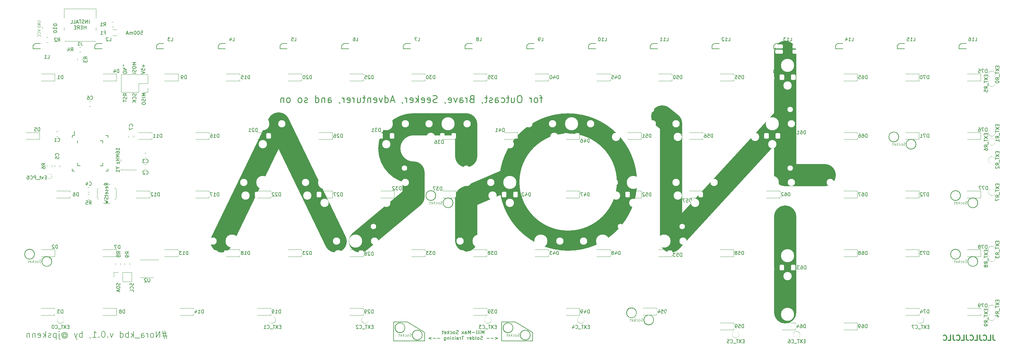
<source format=gbo>
G04 #@! TF.GenerationSoftware,KiCad,Pcbnew,(5.1.10-1-10_14)*
G04 #@! TF.CreationDate,2021-11-20T08:10:03+09:00*
G04 #@! TF.ProjectId,nora,6e6f7261-2e6b-4696-9361-645f70636258,v.0.1*
G04 #@! TF.SameCoordinates,Original*
G04 #@! TF.FileFunction,Legend,Bot*
G04 #@! TF.FilePolarity,Positive*
%FSLAX46Y46*%
G04 Gerber Fmt 4.6, Leading zero omitted, Abs format (unit mm)*
G04 Created by KiCad (PCBNEW (5.1.10-1-10_14)) date 2021-11-20 08:10:03*
%MOMM*%
%LPD*%
G01*
G04 APERTURE LIST*
%ADD10C,0.150000*%
%ADD11C,0.240000*%
%ADD12C,6.400000*%
%ADD13C,5.800000*%
%ADD14C,0.300000*%
%ADD15C,0.200000*%
%ADD16C,0.120000*%
%ADD17C,2.100000*%
%ADD18C,2.650000*%
%ADD19C,3.800000*%
%ADD20C,1.600000*%
%ADD21C,2.101800*%
%ADD22C,2.400000*%
%ADD23C,1.400000*%
%ADD24O,5.600000X2.800000*%
%ADD25C,5.200000*%
%ADD26O,2.100000X2.100000*%
%ADD27C,1.900000*%
%ADD28C,2.600000*%
%ADD29O,1.300000X2.100000*%
%ADD30O,1.300000X2.800000*%
%ADD31C,1.100000*%
G04 APERTURE END LIST*
D10*
X157649984Y-113802900D02*
X157649984Y-112802900D01*
X157316650Y-113517186D01*
X156983317Y-112802900D01*
X156983317Y-113802900D01*
X156507126Y-113802900D02*
X156507126Y-113136234D01*
X156507126Y-112802900D02*
X156554745Y-112850520D01*
X156507126Y-112898139D01*
X156459507Y-112850520D01*
X156507126Y-112802900D01*
X156507126Y-112898139D01*
X155888079Y-113802900D02*
X155983317Y-113755281D01*
X156030936Y-113660043D01*
X156030936Y-112802900D01*
X155364269Y-113802900D02*
X155459507Y-113755281D01*
X155507126Y-113660043D01*
X155507126Y-112802900D01*
X154983317Y-113421948D02*
X154221412Y-113421948D01*
X153745222Y-113802900D02*
X153745222Y-112802900D01*
X153411888Y-113517186D01*
X153078555Y-112802900D01*
X153078555Y-113802900D01*
X152173793Y-113802900D02*
X152173793Y-113279091D01*
X152221412Y-113183853D01*
X152316650Y-113136234D01*
X152507126Y-113136234D01*
X152602364Y-113183853D01*
X152173793Y-113755281D02*
X152269031Y-113802900D01*
X152507126Y-113802900D01*
X152602364Y-113755281D01*
X152649984Y-113660043D01*
X152649984Y-113564805D01*
X152602364Y-113469567D01*
X152507126Y-113421948D01*
X152269031Y-113421948D01*
X152173793Y-113374329D01*
X151792841Y-113802900D02*
X151269031Y-113136234D01*
X151792841Y-113136234D02*
X151269031Y-113802900D01*
X150173793Y-113755281D02*
X150030936Y-113802900D01*
X149792841Y-113802900D01*
X149697603Y-113755281D01*
X149649984Y-113707662D01*
X149602364Y-113612424D01*
X149602364Y-113517186D01*
X149649984Y-113421948D01*
X149697603Y-113374329D01*
X149792841Y-113326710D01*
X149983317Y-113279091D01*
X150078555Y-113231472D01*
X150126174Y-113183853D01*
X150173793Y-113088615D01*
X150173793Y-112993377D01*
X150126174Y-112898139D01*
X150078555Y-112850520D01*
X149983317Y-112802900D01*
X149745222Y-112802900D01*
X149602364Y-112850520D01*
X149030936Y-113802900D02*
X149126174Y-113755281D01*
X149173793Y-113707662D01*
X149221412Y-113612424D01*
X149221412Y-113326710D01*
X149173793Y-113231472D01*
X149126174Y-113183853D01*
X149030936Y-113136234D01*
X148888079Y-113136234D01*
X148792841Y-113183853D01*
X148745222Y-113231472D01*
X148697603Y-113326710D01*
X148697603Y-113612424D01*
X148745222Y-113707662D01*
X148792841Y-113755281D01*
X148888079Y-113802900D01*
X149030936Y-113802900D01*
X147840460Y-113755281D02*
X147935698Y-113802900D01*
X148126174Y-113802900D01*
X148221412Y-113755281D01*
X148269031Y-113707662D01*
X148316650Y-113612424D01*
X148316650Y-113326710D01*
X148269031Y-113231472D01*
X148221412Y-113183853D01*
X148126174Y-113136234D01*
X147935698Y-113136234D01*
X147840460Y-113183853D01*
X147411888Y-113802900D02*
X147411888Y-112802900D01*
X147316650Y-113421948D02*
X147030936Y-113802900D01*
X147030936Y-113136234D02*
X147411888Y-113517186D01*
X146221412Y-113755281D02*
X146316650Y-113802900D01*
X146507126Y-113802900D01*
X146602364Y-113755281D01*
X146649984Y-113660043D01*
X146649984Y-113279091D01*
X146602364Y-113183853D01*
X146507126Y-113136234D01*
X146316650Y-113136234D01*
X146221412Y-113183853D01*
X146173793Y-113279091D01*
X146173793Y-113374329D01*
X146649984Y-113469567D01*
X145888079Y-113136234D02*
X145507126Y-113136234D01*
X145745222Y-112802900D02*
X145745222Y-113660043D01*
X145697603Y-113755281D01*
X145602364Y-113802900D01*
X145507126Y-113802900D01*
X160864269Y-114786234D02*
X161626174Y-115071948D01*
X160864269Y-115357662D01*
X160388079Y-115071948D02*
X159626174Y-115071948D01*
X159149984Y-115071948D02*
X158388079Y-115071948D01*
X157197603Y-115405281D02*
X157054745Y-115452900D01*
X156816650Y-115452900D01*
X156721412Y-115405281D01*
X156673793Y-115357662D01*
X156626174Y-115262424D01*
X156626174Y-115167186D01*
X156673793Y-115071948D01*
X156721412Y-115024329D01*
X156816650Y-114976710D01*
X157007126Y-114929091D01*
X157102364Y-114881472D01*
X157149984Y-114833853D01*
X157197603Y-114738615D01*
X157197603Y-114643377D01*
X157149984Y-114548139D01*
X157102364Y-114500520D01*
X157007126Y-114452900D01*
X156769031Y-114452900D01*
X156626174Y-114500520D01*
X156054745Y-115452900D02*
X156149984Y-115405281D01*
X156197603Y-115357662D01*
X156245222Y-115262424D01*
X156245222Y-114976710D01*
X156197603Y-114881472D01*
X156149984Y-114833853D01*
X156054745Y-114786234D01*
X155911888Y-114786234D01*
X155816650Y-114833853D01*
X155769031Y-114881472D01*
X155721412Y-114976710D01*
X155721412Y-115262424D01*
X155769031Y-115357662D01*
X155816650Y-115405281D01*
X155911888Y-115452900D01*
X156054745Y-115452900D01*
X155149984Y-115452900D02*
X155245222Y-115405281D01*
X155292841Y-115310043D01*
X155292841Y-114452900D01*
X154340460Y-115452900D02*
X154340460Y-114452900D01*
X154340460Y-115405281D02*
X154435698Y-115452900D01*
X154626174Y-115452900D01*
X154721412Y-115405281D01*
X154769031Y-115357662D01*
X154816650Y-115262424D01*
X154816650Y-114976710D01*
X154769031Y-114881472D01*
X154721412Y-114833853D01*
X154626174Y-114786234D01*
X154435698Y-114786234D01*
X154340460Y-114833853D01*
X153483317Y-115405281D02*
X153578555Y-115452900D01*
X153769031Y-115452900D01*
X153864269Y-115405281D01*
X153911888Y-115310043D01*
X153911888Y-114929091D01*
X153864269Y-114833853D01*
X153769031Y-114786234D01*
X153578555Y-114786234D01*
X153483317Y-114833853D01*
X153435698Y-114929091D01*
X153435698Y-115024329D01*
X153911888Y-115119567D01*
X153007126Y-115452900D02*
X153007126Y-114786234D01*
X153007126Y-114976710D02*
X152959507Y-114881472D01*
X152911888Y-114833853D01*
X152816650Y-114786234D01*
X152721412Y-114786234D01*
X151769031Y-114452900D02*
X151197603Y-114452900D01*
X151483317Y-115452900D02*
X151483317Y-114452900D01*
X150864269Y-115452900D02*
X150864269Y-114786234D01*
X150864269Y-114976710D02*
X150816650Y-114881472D01*
X150769031Y-114833853D01*
X150673793Y-114786234D01*
X150578555Y-114786234D01*
X149816650Y-115452900D02*
X149816650Y-114929091D01*
X149864269Y-114833853D01*
X149959507Y-114786234D01*
X150149984Y-114786234D01*
X150245222Y-114833853D01*
X149816650Y-115405281D02*
X149911888Y-115452900D01*
X150149984Y-115452900D01*
X150245222Y-115405281D01*
X150292841Y-115310043D01*
X150292841Y-115214805D01*
X150245222Y-115119567D01*
X150149984Y-115071948D01*
X149911888Y-115071948D01*
X149816650Y-115024329D01*
X149340460Y-115452900D02*
X149340460Y-114786234D01*
X149340460Y-114452900D02*
X149388079Y-114500520D01*
X149340460Y-114548139D01*
X149292841Y-114500520D01*
X149340460Y-114452900D01*
X149340460Y-114548139D01*
X148864269Y-114786234D02*
X148864269Y-115452900D01*
X148864269Y-114881472D02*
X148816650Y-114833853D01*
X148721412Y-114786234D01*
X148578555Y-114786234D01*
X148483317Y-114833853D01*
X148435698Y-114929091D01*
X148435698Y-115452900D01*
X147959507Y-115452900D02*
X147959507Y-114786234D01*
X147959507Y-114452900D02*
X148007126Y-114500520D01*
X147959507Y-114548139D01*
X147911888Y-114500520D01*
X147959507Y-114452900D01*
X147959507Y-114548139D01*
X147483317Y-114786234D02*
X147483317Y-115452900D01*
X147483317Y-114881472D02*
X147435698Y-114833853D01*
X147340460Y-114786234D01*
X147197603Y-114786234D01*
X147102364Y-114833853D01*
X147054745Y-114929091D01*
X147054745Y-115452900D01*
X146149984Y-114786234D02*
X146149984Y-115595758D01*
X146197603Y-115690996D01*
X146245222Y-115738615D01*
X146340460Y-115786234D01*
X146483317Y-115786234D01*
X146578555Y-115738615D01*
X146149984Y-115405281D02*
X146245222Y-115452900D01*
X146435698Y-115452900D01*
X146530936Y-115405281D01*
X146578555Y-115357662D01*
X146626174Y-115262424D01*
X146626174Y-114976710D01*
X146578555Y-114881472D01*
X146530936Y-114833853D01*
X146435698Y-114786234D01*
X146245222Y-114786234D01*
X146149984Y-114833853D01*
X144911888Y-115071948D02*
X144149984Y-115071948D01*
X143673793Y-115071948D02*
X142911888Y-115071948D01*
X142435698Y-114786234D02*
X141673793Y-115071948D01*
X142435698Y-115357662D01*
X171749984Y-115875520D02*
X162749984Y-115875520D01*
X171749984Y-113375520D02*
X171749984Y-115875520D01*
X162749984Y-115875520D02*
X162749984Y-110375520D01*
X166749984Y-110375520D02*
X171749984Y-113375520D01*
X166749984Y-110375520D02*
X162749984Y-110375520D01*
X140499984Y-113375520D02*
X140499984Y-115875520D01*
X135499984Y-110375520D02*
X140499984Y-113375520D01*
X131499984Y-115875520D02*
X131499984Y-110375520D01*
X135499984Y-110375520D02*
X131499984Y-110375520D01*
X140499984Y-115875520D02*
X131499984Y-115875520D01*
D11*
X174500000Y-45321428D02*
X173738095Y-45321428D01*
X174214285Y-46654761D02*
X174214285Y-44940476D01*
X174119047Y-44750000D01*
X173928571Y-44654761D01*
X173738095Y-44654761D01*
X172785714Y-46654761D02*
X172976190Y-46559523D01*
X173071428Y-46464285D01*
X173166666Y-46273809D01*
X173166666Y-45702380D01*
X173071428Y-45511904D01*
X172976190Y-45416666D01*
X172785714Y-45321428D01*
X172500000Y-45321428D01*
X172309523Y-45416666D01*
X172214285Y-45511904D01*
X172119047Y-45702380D01*
X172119047Y-46273809D01*
X172214285Y-46464285D01*
X172309523Y-46559523D01*
X172500000Y-46654761D01*
X172785714Y-46654761D01*
X171261904Y-46654761D02*
X171261904Y-45321428D01*
X171261904Y-45702380D02*
X171166666Y-45511904D01*
X171071428Y-45416666D01*
X170880952Y-45321428D01*
X170690476Y-45321428D01*
X168119047Y-44654761D02*
X167738095Y-44654761D01*
X167547619Y-44750000D01*
X167357142Y-44940476D01*
X167261904Y-45321428D01*
X167261904Y-45988095D01*
X167357142Y-46369047D01*
X167547619Y-46559523D01*
X167738095Y-46654761D01*
X168119047Y-46654761D01*
X168309523Y-46559523D01*
X168500000Y-46369047D01*
X168595238Y-45988095D01*
X168595238Y-45321428D01*
X168500000Y-44940476D01*
X168309523Y-44750000D01*
X168119047Y-44654761D01*
X165547619Y-45321428D02*
X165547619Y-46654761D01*
X166404761Y-45321428D02*
X166404761Y-46369047D01*
X166309523Y-46559523D01*
X166119047Y-46654761D01*
X165833333Y-46654761D01*
X165642857Y-46559523D01*
X165547619Y-46464285D01*
X164880952Y-45321428D02*
X164119047Y-45321428D01*
X164595238Y-44654761D02*
X164595238Y-46369047D01*
X164500000Y-46559523D01*
X164309523Y-46654761D01*
X164119047Y-46654761D01*
X162595238Y-46559523D02*
X162785714Y-46654761D01*
X163166666Y-46654761D01*
X163357142Y-46559523D01*
X163452380Y-46464285D01*
X163547619Y-46273809D01*
X163547619Y-45702380D01*
X163452380Y-45511904D01*
X163357142Y-45416666D01*
X163166666Y-45321428D01*
X162785714Y-45321428D01*
X162595238Y-45416666D01*
X160880952Y-46654761D02*
X160880952Y-45607142D01*
X160976190Y-45416666D01*
X161166666Y-45321428D01*
X161547619Y-45321428D01*
X161738095Y-45416666D01*
X160880952Y-46559523D02*
X161071428Y-46654761D01*
X161547619Y-46654761D01*
X161738095Y-46559523D01*
X161833333Y-46369047D01*
X161833333Y-46178571D01*
X161738095Y-45988095D01*
X161547619Y-45892857D01*
X161071428Y-45892857D01*
X160880952Y-45797619D01*
X160023809Y-46559523D02*
X159833333Y-46654761D01*
X159452380Y-46654761D01*
X159261904Y-46559523D01*
X159166666Y-46369047D01*
X159166666Y-46273809D01*
X159261904Y-46083333D01*
X159452380Y-45988095D01*
X159738095Y-45988095D01*
X159928571Y-45892857D01*
X160023809Y-45702380D01*
X160023809Y-45607142D01*
X159928571Y-45416666D01*
X159738095Y-45321428D01*
X159452380Y-45321428D01*
X159261904Y-45416666D01*
X158595238Y-45321428D02*
X157833333Y-45321428D01*
X158309523Y-44654761D02*
X158309523Y-46369047D01*
X158214285Y-46559523D01*
X158023809Y-46654761D01*
X157833333Y-46654761D01*
X157071428Y-46559523D02*
X157071428Y-46654761D01*
X157166666Y-46845238D01*
X157261904Y-46940476D01*
X154023809Y-45607142D02*
X153738095Y-45702380D01*
X153642857Y-45797619D01*
X153547619Y-45988095D01*
X153547619Y-46273809D01*
X153642857Y-46464285D01*
X153738095Y-46559523D01*
X153928571Y-46654761D01*
X154690476Y-46654761D01*
X154690476Y-44654761D01*
X154023809Y-44654761D01*
X153833333Y-44750000D01*
X153738095Y-44845238D01*
X153642857Y-45035714D01*
X153642857Y-45226190D01*
X153738095Y-45416666D01*
X153833333Y-45511904D01*
X154023809Y-45607142D01*
X154690476Y-45607142D01*
X152690476Y-46654761D02*
X152690476Y-45321428D01*
X152690476Y-45702380D02*
X152595238Y-45511904D01*
X152500000Y-45416666D01*
X152309523Y-45321428D01*
X152119047Y-45321428D01*
X150595238Y-46654761D02*
X150595238Y-45607142D01*
X150690476Y-45416666D01*
X150880952Y-45321428D01*
X151261904Y-45321428D01*
X151452380Y-45416666D01*
X150595238Y-46559523D02*
X150785714Y-46654761D01*
X151261904Y-46654761D01*
X151452380Y-46559523D01*
X151547619Y-46369047D01*
X151547619Y-46178571D01*
X151452380Y-45988095D01*
X151261904Y-45892857D01*
X150785714Y-45892857D01*
X150595238Y-45797619D01*
X149833333Y-45321428D02*
X149357142Y-46654761D01*
X148880952Y-45321428D01*
X147357142Y-46559523D02*
X147547619Y-46654761D01*
X147928571Y-46654761D01*
X148119047Y-46559523D01*
X148214285Y-46369047D01*
X148214285Y-45607142D01*
X148119047Y-45416666D01*
X147928571Y-45321428D01*
X147547619Y-45321428D01*
X147357142Y-45416666D01*
X147261904Y-45607142D01*
X147261904Y-45797619D01*
X148214285Y-45988095D01*
X146309523Y-46559523D02*
X146309523Y-46654761D01*
X146404761Y-46845238D01*
X146500000Y-46940476D01*
X144023809Y-46559523D02*
X143738095Y-46654761D01*
X143261904Y-46654761D01*
X143071428Y-46559523D01*
X142976190Y-46464285D01*
X142880952Y-46273809D01*
X142880952Y-46083333D01*
X142976190Y-45892857D01*
X143071428Y-45797619D01*
X143261904Y-45702380D01*
X143642857Y-45607142D01*
X143833333Y-45511904D01*
X143928571Y-45416666D01*
X144023809Y-45226190D01*
X144023809Y-45035714D01*
X143928571Y-44845238D01*
X143833333Y-44750000D01*
X143642857Y-44654761D01*
X143166666Y-44654761D01*
X142880952Y-44750000D01*
X141261904Y-46559523D02*
X141452380Y-46654761D01*
X141833333Y-46654761D01*
X142023809Y-46559523D01*
X142119047Y-46369047D01*
X142119047Y-45607142D01*
X142023809Y-45416666D01*
X141833333Y-45321428D01*
X141452380Y-45321428D01*
X141261904Y-45416666D01*
X141166666Y-45607142D01*
X141166666Y-45797619D01*
X142119047Y-45988095D01*
X139547619Y-46559523D02*
X139738095Y-46654761D01*
X140119047Y-46654761D01*
X140309523Y-46559523D01*
X140404761Y-46369047D01*
X140404761Y-45607142D01*
X140309523Y-45416666D01*
X140119047Y-45321428D01*
X139738095Y-45321428D01*
X139547619Y-45416666D01*
X139452380Y-45607142D01*
X139452380Y-45797619D01*
X140404761Y-45988095D01*
X138595238Y-46654761D02*
X138595238Y-44654761D01*
X138404761Y-45892857D02*
X137833333Y-46654761D01*
X137833333Y-45321428D02*
X138595238Y-46083333D01*
X136214285Y-46559523D02*
X136404761Y-46654761D01*
X136785714Y-46654761D01*
X136976190Y-46559523D01*
X137071428Y-46369047D01*
X137071428Y-45607142D01*
X136976190Y-45416666D01*
X136785714Y-45321428D01*
X136404761Y-45321428D01*
X136214285Y-45416666D01*
X136119047Y-45607142D01*
X136119047Y-45797619D01*
X137071428Y-45988095D01*
X135261904Y-46654761D02*
X135261904Y-45321428D01*
X135261904Y-45702380D02*
X135166666Y-45511904D01*
X135071428Y-45416666D01*
X134880952Y-45321428D01*
X134690476Y-45321428D01*
X133928571Y-46559523D02*
X133928571Y-46654761D01*
X134023809Y-46845238D01*
X134119047Y-46940476D01*
X131642857Y-46083333D02*
X130690476Y-46083333D01*
X131833333Y-46654761D02*
X131166666Y-44654761D01*
X130500000Y-46654761D01*
X128976190Y-46654761D02*
X128976190Y-44654761D01*
X128976190Y-46559523D02*
X129166666Y-46654761D01*
X129547619Y-46654761D01*
X129738095Y-46559523D01*
X129833333Y-46464285D01*
X129928571Y-46273809D01*
X129928571Y-45702380D01*
X129833333Y-45511904D01*
X129738095Y-45416666D01*
X129547619Y-45321428D01*
X129166666Y-45321428D01*
X128976190Y-45416666D01*
X128214285Y-45321428D02*
X127738095Y-46654761D01*
X127261904Y-45321428D01*
X125738095Y-46559523D02*
X125928571Y-46654761D01*
X126309523Y-46654761D01*
X126500000Y-46559523D01*
X126595238Y-46369047D01*
X126595238Y-45607142D01*
X126500000Y-45416666D01*
X126309523Y-45321428D01*
X125928571Y-45321428D01*
X125738095Y-45416666D01*
X125642857Y-45607142D01*
X125642857Y-45797619D01*
X126595238Y-45988095D01*
X124785714Y-45321428D02*
X124785714Y-46654761D01*
X124785714Y-45511904D02*
X124690476Y-45416666D01*
X124500000Y-45321428D01*
X124214285Y-45321428D01*
X124023809Y-45416666D01*
X123928571Y-45607142D01*
X123928571Y-46654761D01*
X123261904Y-45321428D02*
X122500000Y-45321428D01*
X122976190Y-44654761D02*
X122976190Y-46369047D01*
X122880952Y-46559523D01*
X122690476Y-46654761D01*
X122500000Y-46654761D01*
X120976190Y-45321428D02*
X120976190Y-46654761D01*
X121833333Y-45321428D02*
X121833333Y-46369047D01*
X121738095Y-46559523D01*
X121547619Y-46654761D01*
X121261904Y-46654761D01*
X121071428Y-46559523D01*
X120976190Y-46464285D01*
X120023809Y-46654761D02*
X120023809Y-45321428D01*
X120023809Y-45702380D02*
X119928571Y-45511904D01*
X119833333Y-45416666D01*
X119642857Y-45321428D01*
X119452380Y-45321428D01*
X118023809Y-46559523D02*
X118214285Y-46654761D01*
X118595238Y-46654761D01*
X118785714Y-46559523D01*
X118880952Y-46369047D01*
X118880952Y-45607142D01*
X118785714Y-45416666D01*
X118595238Y-45321428D01*
X118214285Y-45321428D01*
X118023809Y-45416666D01*
X117928571Y-45607142D01*
X117928571Y-45797619D01*
X118880952Y-45988095D01*
X117071428Y-46654761D02*
X117071428Y-45321428D01*
X117071428Y-45702380D02*
X116976190Y-45511904D01*
X116880952Y-45416666D01*
X116690476Y-45321428D01*
X116500000Y-45321428D01*
X115738095Y-46559523D02*
X115738095Y-46654761D01*
X115833333Y-46845238D01*
X115928571Y-46940476D01*
X112500000Y-46654761D02*
X112500000Y-45607142D01*
X112595238Y-45416666D01*
X112785714Y-45321428D01*
X113166666Y-45321428D01*
X113357142Y-45416666D01*
X112500000Y-46559523D02*
X112690476Y-46654761D01*
X113166666Y-46654761D01*
X113357142Y-46559523D01*
X113452380Y-46369047D01*
X113452380Y-46178571D01*
X113357142Y-45988095D01*
X113166666Y-45892857D01*
X112690476Y-45892857D01*
X112500000Y-45797619D01*
X111547619Y-45321428D02*
X111547619Y-46654761D01*
X111547619Y-45511904D02*
X111452380Y-45416666D01*
X111261904Y-45321428D01*
X110976190Y-45321428D01*
X110785714Y-45416666D01*
X110690476Y-45607142D01*
X110690476Y-46654761D01*
X108880952Y-46654761D02*
X108880952Y-44654761D01*
X108880952Y-46559523D02*
X109071428Y-46654761D01*
X109452380Y-46654761D01*
X109642857Y-46559523D01*
X109738095Y-46464285D01*
X109833333Y-46273809D01*
X109833333Y-45702380D01*
X109738095Y-45511904D01*
X109642857Y-45416666D01*
X109452380Y-45321428D01*
X109071428Y-45321428D01*
X108880952Y-45416666D01*
X106500000Y-46559523D02*
X106309523Y-46654761D01*
X105928571Y-46654761D01*
X105738095Y-46559523D01*
X105642857Y-46369047D01*
X105642857Y-46273809D01*
X105738095Y-46083333D01*
X105928571Y-45988095D01*
X106214285Y-45988095D01*
X106404761Y-45892857D01*
X106500000Y-45702380D01*
X106500000Y-45607142D01*
X106404761Y-45416666D01*
X106214285Y-45321428D01*
X105928571Y-45321428D01*
X105738095Y-45416666D01*
X104500000Y-46654761D02*
X104690476Y-46559523D01*
X104785714Y-46464285D01*
X104880952Y-46273809D01*
X104880952Y-45702380D01*
X104785714Y-45511904D01*
X104690476Y-45416666D01*
X104500000Y-45321428D01*
X104214285Y-45321428D01*
X104023809Y-45416666D01*
X103928571Y-45511904D01*
X103833333Y-45702380D01*
X103833333Y-46273809D01*
X103928571Y-46464285D01*
X104023809Y-46559523D01*
X104214285Y-46654761D01*
X104500000Y-46654761D01*
X101166666Y-46654761D02*
X101357142Y-46559523D01*
X101452380Y-46464285D01*
X101547619Y-46273809D01*
X101547619Y-45702380D01*
X101452380Y-45511904D01*
X101357142Y-45416666D01*
X101166666Y-45321428D01*
X100880952Y-45321428D01*
X100690476Y-45416666D01*
X100595238Y-45511904D01*
X100500000Y-45702380D01*
X100500000Y-46273809D01*
X100595238Y-46464285D01*
X100690476Y-46559523D01*
X100880952Y-46654761D01*
X101166666Y-46654761D01*
X99642857Y-45321428D02*
X99642857Y-46654761D01*
X99642857Y-45511904D02*
X99547619Y-45416666D01*
X99357142Y-45321428D01*
X99071428Y-45321428D01*
X98880952Y-45416666D01*
X98785714Y-45607142D01*
X98785714Y-46654761D01*
D12*
X211750000Y-52750520D02*
X209250000Y-50750520D01*
X164549984Y-69075520D02*
X152500000Y-74250520D01*
X211750000Y-87000520D02*
X244750000Y-51000520D01*
X256250000Y-67750520D02*
X244750000Y-67750520D01*
X244750000Y-107500520D02*
X244750000Y-79750520D01*
X244750000Y-67750520D02*
X244750000Y-32000520D01*
X211750000Y-87000520D02*
X211750000Y-52750520D01*
X81750000Y-87000520D02*
X98250000Y-52750520D01*
X114750000Y-87000520D02*
X98250000Y-52750520D01*
X137250000Y-74000520D02*
X121750000Y-87000520D01*
X137250000Y-67000520D02*
G75*
G02*
X137250000Y-53000520I0J7000000D01*
G01*
X137250000Y-74000520D02*
X137250000Y-67000520D01*
X152500000Y-53000520D02*
X137250000Y-53000520D01*
X152500000Y-62250520D02*
X152500000Y-53000520D01*
X152500000Y-86750520D02*
X152500000Y-74250520D01*
D13*
X199000000Y-69750520D02*
G75*
G03*
X199000000Y-69750520I-17007351J0D01*
G01*
D10*
X43419047Y-23727900D02*
X43419047Y-22727900D01*
X42942857Y-23727900D02*
X42942857Y-22727900D01*
X42371428Y-23727900D01*
X42371428Y-22727900D01*
X41942857Y-23680281D02*
X41800000Y-23727900D01*
X41561904Y-23727900D01*
X41466666Y-23680281D01*
X41419047Y-23632662D01*
X41371428Y-23537424D01*
X41371428Y-23442186D01*
X41419047Y-23346948D01*
X41466666Y-23299329D01*
X41561904Y-23251710D01*
X41752380Y-23204091D01*
X41847619Y-23156472D01*
X41895238Y-23108853D01*
X41942857Y-23013615D01*
X41942857Y-22918377D01*
X41895238Y-22823139D01*
X41847619Y-22775520D01*
X41752380Y-22727900D01*
X41514285Y-22727900D01*
X41371428Y-22775520D01*
X41085714Y-22727900D02*
X40514285Y-22727900D01*
X40800000Y-23727900D02*
X40800000Y-22727900D01*
X40228571Y-23442186D02*
X39752380Y-23442186D01*
X40323809Y-23727900D02*
X39990476Y-22727900D01*
X39657142Y-23727900D01*
X38847619Y-23727900D02*
X39323809Y-23727900D01*
X39323809Y-22727900D01*
X38038095Y-23727900D02*
X38514285Y-23727900D01*
X38514285Y-22727900D01*
X42490476Y-25377900D02*
X42490476Y-24377900D01*
X42490476Y-24854091D02*
X41919047Y-24854091D01*
X41919047Y-25377900D02*
X41919047Y-24377900D01*
X41442857Y-24854091D02*
X41109523Y-24854091D01*
X40966666Y-25377900D02*
X41442857Y-25377900D01*
X41442857Y-24377900D01*
X40966666Y-24377900D01*
X39966666Y-25377900D02*
X40300000Y-24901710D01*
X40538095Y-25377900D02*
X40538095Y-24377900D01*
X40157142Y-24377900D01*
X40061904Y-24425520D01*
X40014285Y-24473139D01*
X39966666Y-24568377D01*
X39966666Y-24711234D01*
X40014285Y-24806472D01*
X40061904Y-24854091D01*
X40157142Y-24901710D01*
X40538095Y-24901710D01*
X39538095Y-24854091D02*
X39204761Y-24854091D01*
X39061904Y-25377900D02*
X39538095Y-25377900D01*
X39538095Y-24377900D01*
X39061904Y-24377900D01*
D14*
X304928571Y-114178571D02*
X304928571Y-115250000D01*
X305000000Y-115464285D01*
X305142857Y-115607142D01*
X305357142Y-115678571D01*
X305500000Y-115678571D01*
X303500000Y-115678571D02*
X304214285Y-115678571D01*
X304214285Y-114178571D01*
X302142857Y-115535714D02*
X302214285Y-115607142D01*
X302428571Y-115678571D01*
X302571428Y-115678571D01*
X302785714Y-115607142D01*
X302928571Y-115464285D01*
X303000000Y-115321428D01*
X303071428Y-115035714D01*
X303071428Y-114821428D01*
X303000000Y-114535714D01*
X302928571Y-114392857D01*
X302785714Y-114250000D01*
X302571428Y-114178571D01*
X302428571Y-114178571D01*
X302214285Y-114250000D01*
X302142857Y-114321428D01*
X301071428Y-114178571D02*
X301071428Y-115250000D01*
X301142857Y-115464285D01*
X301285714Y-115607142D01*
X301500000Y-115678571D01*
X301642857Y-115678571D01*
X299642857Y-115678571D02*
X300357142Y-115678571D01*
X300357142Y-114178571D01*
X298285714Y-115535714D02*
X298357142Y-115607142D01*
X298571428Y-115678571D01*
X298714285Y-115678571D01*
X298928571Y-115607142D01*
X299071428Y-115464285D01*
X299142857Y-115321428D01*
X299214285Y-115035714D01*
X299214285Y-114821428D01*
X299142857Y-114535714D01*
X299071428Y-114392857D01*
X298928571Y-114250000D01*
X298714285Y-114178571D01*
X298571428Y-114178571D01*
X298357142Y-114250000D01*
X298285714Y-114321428D01*
X297214285Y-114178571D02*
X297214285Y-115250000D01*
X297285714Y-115464285D01*
X297428571Y-115607142D01*
X297642857Y-115678571D01*
X297785714Y-115678571D01*
X295785714Y-115678571D02*
X296500000Y-115678571D01*
X296500000Y-114178571D01*
X294428571Y-115535714D02*
X294500000Y-115607142D01*
X294714285Y-115678571D01*
X294857142Y-115678571D01*
X295071428Y-115607142D01*
X295214285Y-115464285D01*
X295285714Y-115321428D01*
X295357142Y-115035714D01*
X295357142Y-114821428D01*
X295285714Y-114535714D01*
X295214285Y-114392857D01*
X295071428Y-114250000D01*
X294857142Y-114178571D01*
X294714285Y-114178571D01*
X294500000Y-114250000D01*
X294428571Y-114321428D01*
X293357142Y-114178571D02*
X293357142Y-115250000D01*
X293428571Y-115464285D01*
X293571428Y-115607142D01*
X293785714Y-115678571D01*
X293928571Y-115678571D01*
X291928571Y-115678571D02*
X292642857Y-115678571D01*
X292642857Y-114178571D01*
X290571428Y-115535714D02*
X290642857Y-115607142D01*
X290857142Y-115678571D01*
X291000000Y-115678571D01*
X291214285Y-115607142D01*
X291357142Y-115464285D01*
X291428571Y-115321428D01*
X291500000Y-115035714D01*
X291500000Y-114821428D01*
X291428571Y-114535714D01*
X291357142Y-114392857D01*
X291214285Y-114250000D01*
X291000000Y-114178571D01*
X290857142Y-114178571D01*
X290642857Y-114250000D01*
X290571428Y-114321428D01*
D15*
X65777142Y-113614285D02*
X64491428Y-113614285D01*
X65262857Y-112842857D02*
X65777142Y-115157142D01*
X64662857Y-114385714D02*
X65948571Y-114385714D01*
X65177142Y-115157142D02*
X64662857Y-112842857D01*
X63891428Y-114814285D02*
X63891428Y-113014285D01*
X62862857Y-114814285D01*
X62862857Y-113014285D01*
X61748571Y-114814285D02*
X61920000Y-114728571D01*
X62005714Y-114642857D01*
X62091428Y-114471428D01*
X62091428Y-113957142D01*
X62005714Y-113785714D01*
X61920000Y-113700000D01*
X61748571Y-113614285D01*
X61491428Y-113614285D01*
X61320000Y-113700000D01*
X61234285Y-113785714D01*
X61148571Y-113957142D01*
X61148571Y-114471428D01*
X61234285Y-114642857D01*
X61320000Y-114728571D01*
X61491428Y-114814285D01*
X61748571Y-114814285D01*
X60377142Y-114814285D02*
X60377142Y-113614285D01*
X60377142Y-113957142D02*
X60291428Y-113785714D01*
X60205714Y-113700000D01*
X60034285Y-113614285D01*
X59862857Y-113614285D01*
X58491428Y-114814285D02*
X58491428Y-113871428D01*
X58577142Y-113700000D01*
X58748571Y-113614285D01*
X59091428Y-113614285D01*
X59262857Y-113700000D01*
X58491428Y-114728571D02*
X58662857Y-114814285D01*
X59091428Y-114814285D01*
X59262857Y-114728571D01*
X59348571Y-114557142D01*
X59348571Y-114385714D01*
X59262857Y-114214285D01*
X59091428Y-114128571D01*
X58662857Y-114128571D01*
X58491428Y-114042857D01*
X58062857Y-114985714D02*
X56691428Y-114985714D01*
X56262857Y-114814285D02*
X56262857Y-113014285D01*
X56091428Y-114128571D02*
X55577142Y-114814285D01*
X55577142Y-113614285D02*
X56262857Y-114300000D01*
X54805714Y-114814285D02*
X54805714Y-113014285D01*
X54805714Y-113700000D02*
X54634285Y-113614285D01*
X54291428Y-113614285D01*
X54120000Y-113700000D01*
X54034285Y-113785714D01*
X53948571Y-113957142D01*
X53948571Y-114471428D01*
X54034285Y-114642857D01*
X54120000Y-114728571D01*
X54291428Y-114814285D01*
X54634285Y-114814285D01*
X54805714Y-114728571D01*
X52405714Y-114814285D02*
X52405714Y-113014285D01*
X52405714Y-114728571D02*
X52577142Y-114814285D01*
X52920000Y-114814285D01*
X53091428Y-114728571D01*
X53177142Y-114642857D01*
X53262857Y-114471428D01*
X53262857Y-113957142D01*
X53177142Y-113785714D01*
X53091428Y-113700000D01*
X52920000Y-113614285D01*
X52577142Y-113614285D01*
X52405714Y-113700000D01*
X50348571Y-113614285D02*
X49920000Y-114814285D01*
X49491428Y-113614285D01*
X48805714Y-114642857D02*
X48720000Y-114728571D01*
X48805714Y-114814285D01*
X48891428Y-114728571D01*
X48805714Y-114642857D01*
X48805714Y-114814285D01*
X47605714Y-113014285D02*
X47434285Y-113014285D01*
X47262857Y-113100000D01*
X47177142Y-113185714D01*
X47091428Y-113357142D01*
X47005714Y-113700000D01*
X47005714Y-114128571D01*
X47091428Y-114471428D01*
X47177142Y-114642857D01*
X47262857Y-114728571D01*
X47434285Y-114814285D01*
X47605714Y-114814285D01*
X47777142Y-114728571D01*
X47862857Y-114642857D01*
X47948571Y-114471428D01*
X48034285Y-114128571D01*
X48034285Y-113700000D01*
X47948571Y-113357142D01*
X47862857Y-113185714D01*
X47777142Y-113100000D01*
X47605714Y-113014285D01*
X46234285Y-114642857D02*
X46148571Y-114728571D01*
X46234285Y-114814285D01*
X46320000Y-114728571D01*
X46234285Y-114642857D01*
X46234285Y-114814285D01*
X44434285Y-114814285D02*
X45462857Y-114814285D01*
X44948571Y-114814285D02*
X44948571Y-113014285D01*
X45120000Y-113271428D01*
X45291428Y-113442857D01*
X45462857Y-113528571D01*
X43577142Y-114728571D02*
X43577142Y-114814285D01*
X43662857Y-114985714D01*
X43748571Y-115071428D01*
X41434285Y-114814285D02*
X41434285Y-113014285D01*
X41434285Y-113700000D02*
X41262857Y-113614285D01*
X40920000Y-113614285D01*
X40748571Y-113700000D01*
X40662857Y-113785714D01*
X40577142Y-113957142D01*
X40577142Y-114471428D01*
X40662857Y-114642857D01*
X40748571Y-114728571D01*
X40920000Y-114814285D01*
X41262857Y-114814285D01*
X41434285Y-114728571D01*
X39977142Y-113614285D02*
X39548571Y-114814285D01*
X39120000Y-113614285D02*
X39548571Y-114814285D01*
X39720000Y-115242857D01*
X39805714Y-115328571D01*
X39977142Y-115414285D01*
X35948571Y-113957142D02*
X36034285Y-113871428D01*
X36205714Y-113785714D01*
X36377142Y-113785714D01*
X36548571Y-113871428D01*
X36634285Y-113957142D01*
X36720000Y-114128571D01*
X36720000Y-114300000D01*
X36634285Y-114471428D01*
X36548571Y-114557142D01*
X36377142Y-114642857D01*
X36205714Y-114642857D01*
X36034285Y-114557142D01*
X35948571Y-114471428D01*
X35948571Y-113785714D02*
X35948571Y-114471428D01*
X35862857Y-114557142D01*
X35777142Y-114557142D01*
X35605714Y-114471428D01*
X35520000Y-114300000D01*
X35520000Y-113871428D01*
X35691428Y-113614285D01*
X35948571Y-113442857D01*
X36291428Y-113357142D01*
X36634285Y-113442857D01*
X36891428Y-113614285D01*
X37062857Y-113871428D01*
X37148571Y-114214285D01*
X37062857Y-114557142D01*
X36891428Y-114814285D01*
X36634285Y-114985714D01*
X36291428Y-115071428D01*
X35948571Y-114985714D01*
X35691428Y-114814285D01*
X34748571Y-113614285D02*
X34748571Y-115157142D01*
X34834285Y-115328571D01*
X35005714Y-115414285D01*
X35091428Y-115414285D01*
X34748571Y-113014285D02*
X34834285Y-113100000D01*
X34748571Y-113185714D01*
X34662857Y-113100000D01*
X34748571Y-113014285D01*
X34748571Y-113185714D01*
X33891428Y-113614285D02*
X33891428Y-115414285D01*
X33891428Y-113700000D02*
X33720000Y-113614285D01*
X33377142Y-113614285D01*
X33205714Y-113700000D01*
X33120000Y-113785714D01*
X33034285Y-113957142D01*
X33034285Y-114471428D01*
X33120000Y-114642857D01*
X33205714Y-114728571D01*
X33377142Y-114814285D01*
X33720000Y-114814285D01*
X33891428Y-114728571D01*
X32348571Y-114728571D02*
X32177142Y-114814285D01*
X31834285Y-114814285D01*
X31662857Y-114728571D01*
X31577142Y-114557142D01*
X31577142Y-114471428D01*
X31662857Y-114300000D01*
X31834285Y-114214285D01*
X32091428Y-114214285D01*
X32262857Y-114128571D01*
X32348571Y-113957142D01*
X32348571Y-113871428D01*
X32262857Y-113700000D01*
X32091428Y-113614285D01*
X31834285Y-113614285D01*
X31662857Y-113700000D01*
X30805714Y-114814285D02*
X30805714Y-113014285D01*
X30634285Y-114128571D02*
X30120000Y-114814285D01*
X30120000Y-113614285D02*
X30805714Y-114300000D01*
X28662857Y-114728571D02*
X28834285Y-114814285D01*
X29177142Y-114814285D01*
X29348571Y-114728571D01*
X29434285Y-114557142D01*
X29434285Y-113871428D01*
X29348571Y-113700000D01*
X29177142Y-113614285D01*
X28834285Y-113614285D01*
X28662857Y-113700000D01*
X28577142Y-113871428D01*
X28577142Y-114042857D01*
X29434285Y-114214285D01*
X27805714Y-113614285D02*
X27805714Y-114814285D01*
X27805714Y-113785714D02*
X27720000Y-113700000D01*
X27548571Y-113614285D01*
X27291428Y-113614285D01*
X27120000Y-113700000D01*
X27034285Y-113871428D01*
X27034285Y-114814285D01*
X26177142Y-113614285D02*
X26177142Y-114814285D01*
X26177142Y-113785714D02*
X26091428Y-113700000D01*
X25920000Y-113614285D01*
X25662857Y-113614285D01*
X25491428Y-113700000D01*
X25405714Y-113871428D01*
X25405714Y-114814285D01*
D14*
X206658588Y-109775520D02*
G75*
G03*
X206658588Y-109775520I-1350000J0D01*
G01*
X201658588Y-107675520D02*
G75*
G03*
X201658588Y-107675520I-1350000J0D01*
G01*
X143615616Y-73675520D02*
G75*
G03*
X143615616Y-73675520I-1350000J0D01*
G01*
X148615616Y-75775520D02*
G75*
G03*
X148615616Y-75775520I-1350000J0D01*
G01*
X277560936Y-56675520D02*
G75*
G03*
X277560936Y-56675520I-1350000J0D01*
G01*
X282560936Y-58775520D02*
G75*
G03*
X282560936Y-58775520I-1350000J0D01*
G01*
X295420312Y-73675520D02*
G75*
G03*
X295420312Y-73675520I-1350000J0D01*
G01*
X300420312Y-75775520D02*
G75*
G03*
X300420312Y-75775520I-1350000J0D01*
G01*
X295420312Y-90675520D02*
G75*
G03*
X295420312Y-90675520I-1350000J0D01*
G01*
X300420312Y-92775520D02*
G75*
G03*
X300420312Y-92775520I-1350000J0D01*
G01*
X27529672Y-90675520D02*
G75*
G03*
X27529672Y-90675520I-1350000J0D01*
G01*
X32529672Y-92775520D02*
G75*
G03*
X32529672Y-92775520I-1350000J0D01*
G01*
X134685824Y-112050520D02*
G75*
G03*
X134685824Y-112050520I-1350000J0D01*
G01*
X139685824Y-114150520D02*
G75*
G03*
X139685824Y-114150520I-1350000J0D01*
G01*
X165939704Y-112050520D02*
G75*
G03*
X165939704Y-112050520I-1350000J0D01*
G01*
X170939704Y-114150520D02*
G75*
G03*
X170939704Y-114150520I-1350000J0D01*
G01*
D16*
X33430000Y-38360520D02*
X33430000Y-40360520D01*
X33430000Y-40360520D02*
X29530000Y-40360520D01*
X33430000Y-38360520D02*
X29530000Y-38360520D01*
X33420000Y-89350520D02*
X33420000Y-91350520D01*
X33420000Y-91350520D02*
X29520000Y-91350520D01*
X33420000Y-89350520D02*
X29520000Y-89350520D01*
X33400000Y-106350520D02*
X33400000Y-108350520D01*
X33400000Y-108350520D02*
X29500000Y-108350520D01*
X33400000Y-106350520D02*
X29500000Y-106350520D01*
X51289333Y-38360520D02*
X51289333Y-40360520D01*
X51289333Y-40360520D02*
X47389333Y-40360520D01*
X51289333Y-38360520D02*
X47389333Y-38360520D01*
X29040000Y-55350520D02*
X29040000Y-57350520D01*
X29040000Y-57350520D02*
X25140000Y-57350520D01*
X29040000Y-55350520D02*
X25140000Y-55350520D01*
X37900000Y-72350520D02*
X37900000Y-74350520D01*
X37900000Y-74350520D02*
X34000000Y-74350520D01*
X37900000Y-72350520D02*
X34000000Y-72350520D01*
X51279333Y-89350520D02*
X51279333Y-91350520D01*
X51279333Y-91350520D02*
X47379333Y-91350520D01*
X51279333Y-89350520D02*
X47379333Y-89350520D01*
X51300000Y-106350520D02*
X51300000Y-108350520D01*
X51300000Y-108350520D02*
X47400000Y-108350520D01*
X51300000Y-106350520D02*
X47400000Y-106350520D01*
X69148666Y-38360520D02*
X69148666Y-40360520D01*
X69148666Y-40360520D02*
X65248666Y-40360520D01*
X69148666Y-38360520D02*
X65248666Y-38360520D01*
X61570000Y-55360520D02*
X61570000Y-57360520D01*
X61570000Y-57360520D02*
X57670000Y-57360520D01*
X61570000Y-55360520D02*
X57670000Y-55360520D01*
X60900000Y-72350520D02*
X60900000Y-74350520D01*
X60900000Y-74350520D02*
X57000000Y-74350520D01*
X60900000Y-72350520D02*
X57000000Y-72350520D01*
X69138666Y-89350520D02*
X69138666Y-91350520D01*
X69138666Y-91350520D02*
X65238666Y-91350520D01*
X69138666Y-89350520D02*
X65238666Y-89350520D01*
X73600000Y-106350520D02*
X73600000Y-108350520D01*
X73600000Y-108350520D02*
X69700000Y-108350520D01*
X73600000Y-106350520D02*
X69700000Y-106350520D01*
X87007999Y-38360520D02*
X87007999Y-40360520D01*
X87007999Y-40360520D02*
X83107999Y-40360520D01*
X87007999Y-38360520D02*
X83107999Y-38360520D01*
X78078888Y-55370520D02*
X78078888Y-57370520D01*
X78078888Y-57370520D02*
X74178888Y-57370520D01*
X78078888Y-55370520D02*
X74178888Y-55370520D01*
X78078888Y-72350520D02*
X78078888Y-74350520D01*
X78078888Y-74350520D02*
X74178888Y-74350520D01*
X78078888Y-72350520D02*
X74178888Y-72350520D01*
X86997999Y-89350520D02*
X86997999Y-91350520D01*
X86997999Y-91350520D02*
X83097999Y-91350520D01*
X86997999Y-89350520D02*
X83097999Y-89350520D01*
X95950000Y-106350520D02*
X95950000Y-108350520D01*
X95950000Y-108350520D02*
X92050000Y-108350520D01*
X95950000Y-106350520D02*
X92050000Y-106350520D01*
X104867332Y-38360520D02*
X104867332Y-40360520D01*
X104867332Y-40360520D02*
X100967332Y-40360520D01*
X104867332Y-38360520D02*
X100967332Y-38360520D01*
X95937776Y-55370520D02*
X95937776Y-57370520D01*
X95937776Y-57370520D02*
X92037776Y-57370520D01*
X95937776Y-55370520D02*
X92037776Y-55370520D01*
X95937776Y-72350520D02*
X95937776Y-74350520D01*
X95937776Y-74350520D02*
X92037776Y-74350520D01*
X95937776Y-72350520D02*
X92037776Y-72350520D01*
X104857332Y-89350520D02*
X104857332Y-91350520D01*
X104857332Y-91350520D02*
X100957332Y-91350520D01*
X104857332Y-89350520D02*
X100957332Y-89350520D01*
X122726665Y-38360520D02*
X122726665Y-40360520D01*
X122726665Y-40360520D02*
X118826665Y-40360520D01*
X122726665Y-38360520D02*
X118826665Y-38360520D01*
X113796664Y-55370520D02*
X113796664Y-57370520D01*
X113796664Y-57370520D02*
X109896664Y-57370520D01*
X113796664Y-55370520D02*
X109896664Y-55370520D01*
X113796664Y-72350520D02*
X113796664Y-74350520D01*
X113796664Y-74350520D02*
X109896664Y-74350520D01*
X113796664Y-72350520D02*
X109896664Y-72350520D01*
X122716665Y-89350520D02*
X122716665Y-91350520D01*
X122716665Y-91350520D02*
X118816665Y-91350520D01*
X122716665Y-89350520D02*
X118816665Y-89350520D01*
X122700000Y-106350520D02*
X122700000Y-108350520D01*
X122700000Y-108350520D02*
X118800000Y-108350520D01*
X122700000Y-106350520D02*
X118800000Y-106350520D01*
X140585998Y-38360520D02*
X140585998Y-40360520D01*
X140585998Y-40360520D02*
X136685998Y-40360520D01*
X140585998Y-38360520D02*
X136685998Y-38360520D01*
X131655552Y-55370520D02*
X131655552Y-57370520D01*
X131655552Y-57370520D02*
X127755552Y-57370520D01*
X131655552Y-55370520D02*
X127755552Y-55370520D01*
X131655552Y-72350520D02*
X131655552Y-74350520D01*
X131655552Y-74350520D02*
X127755552Y-74350520D01*
X131655552Y-72350520D02*
X127755552Y-72350520D01*
X140575998Y-89350520D02*
X140575998Y-91350520D01*
X140575998Y-91350520D02*
X136675998Y-91350520D01*
X140575998Y-89350520D02*
X136675998Y-89350520D01*
X158445331Y-38360520D02*
X158445331Y-40360520D01*
X158445331Y-40360520D02*
X154545331Y-40360520D01*
X158445331Y-38360520D02*
X154545331Y-38360520D01*
X149514440Y-55370520D02*
X149514440Y-57370520D01*
X149514440Y-57370520D02*
X145614440Y-57370520D01*
X149514440Y-55370520D02*
X145614440Y-55370520D01*
X149514440Y-72350520D02*
X149514440Y-74350520D01*
X149514440Y-74350520D02*
X145614440Y-74350520D01*
X149514440Y-72350520D02*
X145614440Y-72350520D01*
X158435331Y-89350520D02*
X158435331Y-91350520D01*
X158435331Y-91350520D02*
X154535331Y-91350520D01*
X158435331Y-89350520D02*
X154535331Y-89350520D01*
X158450000Y-106350520D02*
X158450000Y-108350520D01*
X158450000Y-108350520D02*
X154550000Y-108350520D01*
X158450000Y-106350520D02*
X154550000Y-106350520D01*
X176304664Y-38360520D02*
X176304664Y-40360520D01*
X176304664Y-40360520D02*
X172404664Y-40360520D01*
X176304664Y-38360520D02*
X172404664Y-38360520D01*
X167373328Y-55370520D02*
X167373328Y-57370520D01*
X167373328Y-57370520D02*
X163473328Y-57370520D01*
X167373328Y-55370520D02*
X163473328Y-55370520D01*
X167373328Y-72350520D02*
X167373328Y-74350520D01*
X167373328Y-74350520D02*
X163473328Y-74350520D01*
X167373328Y-72350520D02*
X163473328Y-72350520D01*
X176294664Y-89350520D02*
X176294664Y-91350520D01*
X176294664Y-91350520D02*
X172394664Y-91350520D01*
X176294664Y-89350520D02*
X172394664Y-89350520D01*
X194163997Y-38360520D02*
X194163997Y-40360520D01*
X194163997Y-40360520D02*
X190263997Y-40360520D01*
X194163997Y-38360520D02*
X190263997Y-38360520D01*
X185232216Y-55370520D02*
X185232216Y-57370520D01*
X185232216Y-57370520D02*
X181332216Y-57370520D01*
X185232216Y-55370520D02*
X181332216Y-55370520D01*
X185232216Y-72350520D02*
X185232216Y-74350520D01*
X185232216Y-74350520D02*
X181332216Y-74350520D01*
X185232216Y-72350520D02*
X181332216Y-72350520D01*
X194153997Y-89350520D02*
X194153997Y-91350520D01*
X194153997Y-91350520D02*
X190253997Y-91350520D01*
X194153997Y-89350520D02*
X190253997Y-89350520D01*
X185250000Y-106350520D02*
X185250000Y-108350520D01*
X185250000Y-108350520D02*
X181350000Y-108350520D01*
X185250000Y-106350520D02*
X181350000Y-106350520D01*
X212023330Y-38360520D02*
X212023330Y-40360520D01*
X212023330Y-40360520D02*
X208123330Y-40360520D01*
X212023330Y-38360520D02*
X208123330Y-38360520D01*
X203091104Y-55370520D02*
X203091104Y-57370520D01*
X203091104Y-57370520D02*
X199191104Y-57370520D01*
X203091104Y-55370520D02*
X199191104Y-55370520D01*
X203091104Y-72350520D02*
X203091104Y-74350520D01*
X203091104Y-74350520D02*
X199191104Y-74350520D01*
X203091104Y-72350520D02*
X199191104Y-72350520D01*
X212013330Y-89350520D02*
X212013330Y-91350520D01*
X212013330Y-91350520D02*
X208113330Y-91350520D01*
X212013330Y-89350520D02*
X208113330Y-89350520D01*
X207550000Y-106300520D02*
X207550000Y-108300520D01*
X207550000Y-108300520D02*
X203650000Y-108300520D01*
X207550000Y-106300520D02*
X203650000Y-106300520D01*
X229882663Y-38360520D02*
X229882663Y-40360520D01*
X229882663Y-40360520D02*
X225982663Y-40360520D01*
X229882663Y-38360520D02*
X225982663Y-38360520D01*
X220950000Y-55370520D02*
X220950000Y-57370520D01*
X220950000Y-57370520D02*
X217050000Y-57370520D01*
X220950000Y-55370520D02*
X217050000Y-55370520D01*
X220950000Y-72350520D02*
X220950000Y-74350520D01*
X220950000Y-74350520D02*
X217050000Y-74350520D01*
X220950000Y-72350520D02*
X217050000Y-72350520D01*
X229872663Y-89350520D02*
X229872663Y-91350520D01*
X229872663Y-91350520D02*
X225972663Y-91350520D01*
X229872663Y-89350520D02*
X225972663Y-89350520D01*
X229900000Y-110600520D02*
X229900000Y-112600520D01*
X229900000Y-112600520D02*
X226000000Y-112600520D01*
X229900000Y-110600520D02*
X226000000Y-110600520D01*
X247741996Y-38360520D02*
X247741996Y-40360520D01*
X247741996Y-40360520D02*
X243841996Y-40360520D01*
X247741996Y-38360520D02*
X243841996Y-38360520D01*
X243270000Y-55370520D02*
X243270000Y-57370520D01*
X243270000Y-57370520D02*
X239370000Y-57370520D01*
X243270000Y-55370520D02*
X239370000Y-55370520D01*
X243260000Y-72340520D02*
X243260000Y-74340520D01*
X243260000Y-74340520D02*
X239360000Y-74340520D01*
X243260000Y-72340520D02*
X239360000Y-72340520D01*
X247720000Y-93570520D02*
X247720000Y-95570520D01*
X247720000Y-95570520D02*
X243820000Y-95570520D01*
X247720000Y-93570520D02*
X243820000Y-93570520D01*
X247750000Y-110600520D02*
X247750000Y-112600520D01*
X247750000Y-112600520D02*
X243850000Y-112600520D01*
X247750000Y-110600520D02*
X243850000Y-110600520D01*
X265601329Y-38360520D02*
X265601329Y-40360520D01*
X265601329Y-40360520D02*
X261701329Y-40360520D01*
X265601329Y-38360520D02*
X261701329Y-38360520D01*
X265610000Y-55350520D02*
X265610000Y-57350520D01*
X265610000Y-57350520D02*
X261710000Y-57350520D01*
X265610000Y-55350520D02*
X261710000Y-55350520D01*
X265590000Y-72350520D02*
X265590000Y-74350520D01*
X265590000Y-74350520D02*
X261690000Y-74350520D01*
X265590000Y-72350520D02*
X261690000Y-72350520D01*
X265591329Y-89350520D02*
X265591329Y-91350520D01*
X265591329Y-91350520D02*
X261691329Y-91350520D01*
X265591329Y-89350520D02*
X261691329Y-89350520D01*
X265600000Y-110600520D02*
X265600000Y-112600520D01*
X265600000Y-112600520D02*
X261700000Y-112600520D01*
X265600000Y-110600520D02*
X261700000Y-110600520D01*
X283460662Y-38360520D02*
X283460662Y-40360520D01*
X283460662Y-40360520D02*
X279560662Y-40360520D01*
X283460662Y-38360520D02*
X279560662Y-38360520D01*
X283465000Y-55350520D02*
X283465000Y-57350520D01*
X283465000Y-57350520D02*
X279565000Y-57350520D01*
X283465000Y-55350520D02*
X279565000Y-55350520D01*
X283445000Y-72350520D02*
X283445000Y-74350520D01*
X283445000Y-74350520D02*
X279545000Y-74350520D01*
X283445000Y-72350520D02*
X279545000Y-72350520D01*
X283450662Y-89350520D02*
X283450662Y-91350520D01*
X283450662Y-91350520D02*
X279550662Y-91350520D01*
X283450662Y-89350520D02*
X279550662Y-89350520D01*
X283500000Y-106350520D02*
X283500000Y-108350520D01*
X283500000Y-108350520D02*
X279600000Y-108350520D01*
X283500000Y-106350520D02*
X279600000Y-106350520D01*
X301320000Y-38360520D02*
X301320000Y-40360520D01*
X301320000Y-40360520D02*
X297420000Y-40360520D01*
X301320000Y-38360520D02*
X297420000Y-38360520D01*
X301320000Y-55350520D02*
X301320000Y-57350520D01*
X301320000Y-57350520D02*
X297420000Y-57350520D01*
X301320000Y-55350520D02*
X297420000Y-55350520D01*
X301300000Y-72310520D02*
X301300000Y-74310520D01*
X301300000Y-74310520D02*
X297400000Y-74310520D01*
X301300000Y-72310520D02*
X297400000Y-72310520D01*
X301310000Y-89350520D02*
X301310000Y-91350520D01*
X301310000Y-91350520D02*
X297410000Y-91350520D01*
X301310000Y-89350520D02*
X297410000Y-89350520D01*
X301350000Y-106350520D02*
X301350000Y-108350520D01*
X301350000Y-108350520D02*
X297450000Y-108350520D01*
X301350000Y-106350520D02*
X297450000Y-106350520D01*
D10*
X38525000Y-56200520D02*
X39100000Y-56200520D01*
X38525000Y-66550520D02*
X39200000Y-66550520D01*
X48875000Y-66550520D02*
X48200000Y-66550520D01*
X48875000Y-56200520D02*
X48200000Y-56200520D01*
X38525000Y-56200520D02*
X38525000Y-56875520D01*
X48875000Y-56200520D02*
X48875000Y-56875520D01*
X48875000Y-66550520D02*
X48875000Y-65875520D01*
X38525000Y-66550520D02*
X38525000Y-65875520D01*
X39100000Y-56200520D02*
X39100000Y-54925520D01*
D16*
X32650000Y-68100520D02*
G75*
G03*
X32650000Y-68100520I-700000J0D01*
G01*
X60100000Y-97460520D02*
X58150000Y-97460520D01*
X60100000Y-97460520D02*
X62050000Y-97460520D01*
X60100000Y-92340520D02*
X58150000Y-92340520D01*
X60100000Y-92340520D02*
X63550000Y-92340520D01*
X57050000Y-66200520D02*
X52550000Y-66200520D01*
X52550000Y-66200520D02*
X52550000Y-60800520D01*
X50750000Y-71400520D02*
X51200000Y-71850520D01*
X50750000Y-74800520D02*
X51200000Y-74350520D01*
X46150000Y-74800520D02*
X45700000Y-74350520D01*
X46150000Y-71400520D02*
X45700000Y-71850520D01*
X47450000Y-75850520D02*
X49450000Y-75850520D01*
X51200000Y-71850520D02*
X51200000Y-74350520D01*
X47450000Y-70350520D02*
X49450000Y-70350520D01*
X45700000Y-71850520D02*
X45700000Y-74350520D01*
X32900000Y-23900520D02*
X32900000Y-26300520D01*
X29800000Y-26300520D02*
X29800000Y-23350520D01*
X51452064Y-25490520D02*
X50247936Y-25490520D01*
X51452064Y-27310520D02*
X50247936Y-27310520D01*
X55720000Y-95970520D02*
X55720000Y-98630520D01*
X53120000Y-95970520D02*
X55720000Y-95970520D01*
X53120000Y-98630520D02*
X55720000Y-98630520D01*
X53120000Y-95970520D02*
X53120000Y-98630520D01*
X51850000Y-95970520D02*
X50520000Y-95970520D01*
X50520000Y-95970520D02*
X50520000Y-97300520D01*
X52640000Y-43730520D02*
X52640000Y-38530520D01*
X57780000Y-43730520D02*
X52640000Y-43730520D01*
X60380000Y-38530520D02*
X52640000Y-38530520D01*
X57780000Y-43730520D02*
X57780000Y-41130520D01*
X57780000Y-41130520D02*
X60380000Y-41130520D01*
X60380000Y-41130520D02*
X60380000Y-38530520D01*
X59050000Y-43730520D02*
X60380000Y-43730520D01*
X60380000Y-43730520D02*
X60380000Y-42400520D01*
X124125000Y-109775520D02*
G75*
G03*
X124125000Y-109775520I-950000J0D01*
G01*
X231425000Y-114000520D02*
G75*
G03*
X231425000Y-114000520I-950000J0D01*
G01*
X249050000Y-114025520D02*
G75*
G03*
X249050000Y-114025520I-950000J0D01*
G01*
X97350000Y-109775520D02*
G75*
G03*
X97350000Y-109775520I-950000J0D01*
G01*
X186625000Y-109775520D02*
G75*
G03*
X186625000Y-109775520I-950000J0D01*
G01*
X159725000Y-109775520D02*
G75*
G03*
X159725000Y-109775520I-950000J0D01*
G01*
X284875000Y-109775520D02*
G75*
G03*
X284875000Y-109775520I-950000J0D01*
G01*
X36100000Y-109775520D02*
G75*
G03*
X36100000Y-109775520I-950000J0D01*
G01*
X51015000Y-93323456D02*
X51015000Y-93777584D01*
X52485000Y-93323456D02*
X52485000Y-93777584D01*
X53665000Y-93323456D02*
X53665000Y-93777584D01*
X55135000Y-93323456D02*
X55135000Y-93777584D01*
X36180000Y-19460000D02*
X45370000Y-19460000D01*
X36300000Y-28870000D02*
X45250000Y-28870000D01*
X45370000Y-22190000D02*
X45370000Y-19460000D01*
X36180000Y-22190000D02*
X36180000Y-19460000D01*
X45370000Y-25790000D02*
X45370000Y-24890000D01*
X36180000Y-25790000D02*
X36180000Y-24890000D01*
D10*
X40075000Y-64995520D02*
X40850000Y-64995520D01*
X47325000Y-57745520D02*
X46550000Y-57745520D01*
X47325000Y-64995520D02*
X46550000Y-64995520D01*
X40075000Y-57745520D02*
X40075000Y-58520520D01*
X47325000Y-57745520D02*
X47325000Y-58520520D01*
X47325000Y-64995520D02*
X47325000Y-64220520D01*
X40075000Y-64995520D02*
X40075000Y-64220520D01*
D16*
X33888748Y-56598020D02*
X34411252Y-56598020D01*
X33888748Y-55128020D02*
X34411252Y-55128020D01*
X59426248Y-66085520D02*
X59948752Y-66085520D01*
X59426248Y-64615520D02*
X59948752Y-64615520D01*
X59426248Y-62785520D02*
X59948752Y-62785520D01*
X59426248Y-61315520D02*
X59948752Y-61315520D01*
X43511252Y-71215520D02*
X42988748Y-71215520D01*
X43511252Y-72685520D02*
X42988748Y-72685520D01*
X33415000Y-64839268D02*
X33415000Y-65361772D01*
X34885000Y-64839268D02*
X34885000Y-65361772D01*
X43901252Y-46275520D02*
X43378748Y-46275520D01*
X43901252Y-47745520D02*
X43378748Y-47745520D01*
X56275000Y-56811772D02*
X56275000Y-56289268D01*
X54805000Y-56811772D02*
X54805000Y-56289268D01*
X50022936Y-24735520D02*
X50477064Y-24735520D01*
X50022936Y-23265520D02*
X50477064Y-23265520D01*
X31122936Y-29235520D02*
X31577064Y-29235520D01*
X31122936Y-27765520D02*
X31577064Y-27765520D01*
X41485000Y-34427584D02*
X41485000Y-33973456D01*
X40015000Y-34427584D02*
X40015000Y-33973456D01*
X40582936Y-32035520D02*
X41037064Y-32035520D01*
X40582936Y-30565520D02*
X41037064Y-30565520D01*
X43022936Y-74835520D02*
X43477064Y-74835520D01*
X43022936Y-73365520D02*
X43477064Y-73365520D01*
X31165000Y-64873456D02*
X31165000Y-65327584D01*
X32635000Y-64873456D02*
X32635000Y-65327584D01*
D15*
X29275000Y-31075520D02*
X27175000Y-31075520D01*
X27175000Y-31075520D02*
X27175000Y-30175520D01*
X27175000Y-30175520D02*
X27775000Y-29575520D01*
X27775000Y-29575520D02*
X29275000Y-29575520D01*
X47134333Y-31075520D02*
X45034333Y-31075520D01*
X45034333Y-31075520D02*
X45034333Y-30175520D01*
X45034333Y-30175520D02*
X45634333Y-29575520D01*
X45634333Y-29575520D02*
X47134333Y-29575520D01*
X64993666Y-31075520D02*
X62893666Y-31075520D01*
X62893666Y-31075520D02*
X62893666Y-30175520D01*
X62893666Y-30175520D02*
X63493666Y-29575520D01*
X63493666Y-29575520D02*
X64993666Y-29575520D01*
X82852999Y-31075520D02*
X80752999Y-31075520D01*
X80752999Y-31075520D02*
X80752999Y-30175520D01*
X80752999Y-30175520D02*
X81352999Y-29575520D01*
X81352999Y-29575520D02*
X82852999Y-29575520D01*
X100712332Y-31075520D02*
X98612332Y-31075520D01*
X98612332Y-31075520D02*
X98612332Y-30175520D01*
X98612332Y-30175520D02*
X99212332Y-29575520D01*
X99212332Y-29575520D02*
X100712332Y-29575520D01*
X118571665Y-31075520D02*
X116471665Y-31075520D01*
X116471665Y-31075520D02*
X116471665Y-30175520D01*
X116471665Y-30175520D02*
X117071665Y-29575520D01*
X117071665Y-29575520D02*
X118571665Y-29575520D01*
X136430998Y-31075520D02*
X134330998Y-31075520D01*
X134330998Y-31075520D02*
X134330998Y-30175520D01*
X134330998Y-30175520D02*
X134930998Y-29575520D01*
X134930998Y-29575520D02*
X136430998Y-29575520D01*
X154290331Y-31075520D02*
X152190331Y-31075520D01*
X152190331Y-31075520D02*
X152190331Y-30175520D01*
X152190331Y-30175520D02*
X152790331Y-29575520D01*
X152790331Y-29575520D02*
X154290331Y-29575520D01*
X172149664Y-31075520D02*
X170049664Y-31075520D01*
X170049664Y-31075520D02*
X170049664Y-30175520D01*
X170049664Y-30175520D02*
X170649664Y-29575520D01*
X170649664Y-29575520D02*
X172149664Y-29575520D01*
X190008997Y-31075520D02*
X187908997Y-31075520D01*
X187908997Y-31075520D02*
X187908997Y-30175520D01*
X187908997Y-30175520D02*
X188508997Y-29575520D01*
X188508997Y-29575520D02*
X190008997Y-29575520D01*
X207868330Y-31075520D02*
X205768330Y-31075520D01*
X205768330Y-31075520D02*
X205768330Y-30175520D01*
X205768330Y-30175520D02*
X206368330Y-29575520D01*
X206368330Y-29575520D02*
X207868330Y-29575520D01*
X225727663Y-31075520D02*
X223627663Y-31075520D01*
X223627663Y-31075520D02*
X223627663Y-30175520D01*
X223627663Y-30175520D02*
X224227663Y-29575520D01*
X224227663Y-29575520D02*
X225727663Y-29575520D01*
X243586996Y-31075520D02*
X241486996Y-31075520D01*
X241486996Y-31075520D02*
X241486996Y-30175520D01*
X241486996Y-30175520D02*
X242086996Y-29575520D01*
X242086996Y-29575520D02*
X243586996Y-29575520D01*
X261446329Y-31075520D02*
X259346329Y-31075520D01*
X259346329Y-31075520D02*
X259346329Y-30175520D01*
X259346329Y-30175520D02*
X259946329Y-29575520D01*
X259946329Y-29575520D02*
X261446329Y-29575520D01*
X279305662Y-31075520D02*
X277205662Y-31075520D01*
X277205662Y-31075520D02*
X277205662Y-30175520D01*
X277205662Y-30175520D02*
X277805662Y-29575520D01*
X277805662Y-29575520D02*
X279305662Y-29575520D01*
X297165000Y-31075520D02*
X295065000Y-31075520D01*
X295065000Y-31075520D02*
X295065000Y-30175520D01*
X295065000Y-30175520D02*
X295665000Y-29575520D01*
X295665000Y-29575520D02*
X297165000Y-29575520D01*
D16*
X305500000Y-38500520D02*
G75*
G03*
X305500000Y-38500520I-950000J0D01*
G01*
X305500000Y-55500520D02*
G75*
G03*
X305500000Y-55500520I-950000J0D01*
G01*
X305500000Y-63325520D02*
G75*
G03*
X305500000Y-63325520I-950000J0D01*
G01*
X305500000Y-89300520D02*
G75*
G03*
X305500000Y-89300520I-950000J0D01*
G01*
X305500000Y-106400520D02*
G75*
G03*
X305500000Y-106400520I-950000J0D01*
G01*
X305500000Y-41100520D02*
G75*
G03*
X305500000Y-41100520I-950000J0D01*
G01*
X305500000Y-58100520D02*
G75*
G03*
X305500000Y-58100520I-950000J0D01*
G01*
X305500000Y-72675520D02*
G75*
G03*
X305500000Y-72675520I-950000J0D01*
G01*
X305500000Y-91900520D02*
G75*
G03*
X305500000Y-91900520I-950000J0D01*
G01*
X305500000Y-109000520D02*
G75*
G03*
X305500000Y-109000520I-950000J0D01*
G01*
X203587159Y-110099329D02*
X203472873Y-110137424D01*
X203282397Y-110137424D01*
X203206207Y-110099329D01*
X203168111Y-110061234D01*
X203130016Y-109985043D01*
X203130016Y-109908853D01*
X203168111Y-109832662D01*
X203206207Y-109794567D01*
X203282397Y-109756472D01*
X203434778Y-109718377D01*
X203510968Y-109680281D01*
X203549064Y-109642186D01*
X203587159Y-109565996D01*
X203587159Y-109489805D01*
X203549064Y-109413615D01*
X203510968Y-109375520D01*
X203434778Y-109337424D01*
X203244302Y-109337424D01*
X203130016Y-109375520D01*
X202672873Y-110137424D02*
X202749064Y-110099329D01*
X202787159Y-110061234D01*
X202825254Y-109985043D01*
X202825254Y-109756472D01*
X202787159Y-109680281D01*
X202749064Y-109642186D01*
X202672873Y-109604091D01*
X202558588Y-109604091D01*
X202482397Y-109642186D01*
X202444302Y-109680281D01*
X202406207Y-109756472D01*
X202406207Y-109985043D01*
X202444302Y-110061234D01*
X202482397Y-110099329D01*
X202558588Y-110137424D01*
X202672873Y-110137424D01*
X201720492Y-110099329D02*
X201796683Y-110137424D01*
X201949064Y-110137424D01*
X202025254Y-110099329D01*
X202063349Y-110061234D01*
X202101445Y-109985043D01*
X202101445Y-109756472D01*
X202063349Y-109680281D01*
X202025254Y-109642186D01*
X201949064Y-109604091D01*
X201796683Y-109604091D01*
X201720492Y-109642186D01*
X201377635Y-110137424D02*
X201377635Y-109337424D01*
X201301445Y-109832662D02*
X201072873Y-110137424D01*
X201072873Y-109604091D02*
X201377635Y-109908853D01*
X200425254Y-110099329D02*
X200501445Y-110137424D01*
X200653826Y-110137424D01*
X200730016Y-110099329D01*
X200768111Y-110023139D01*
X200768111Y-109718377D01*
X200730016Y-109642186D01*
X200653826Y-109604091D01*
X200501445Y-109604091D01*
X200425254Y-109642186D01*
X200387159Y-109718377D01*
X200387159Y-109794567D01*
X200768111Y-109870758D01*
X200158588Y-109604091D02*
X199853826Y-109604091D01*
X200044302Y-109337424D02*
X200044302Y-110023139D01*
X200006207Y-110099329D01*
X199930016Y-110137424D01*
X199853826Y-110137424D01*
X145544187Y-76099329D02*
X145429901Y-76137424D01*
X145239425Y-76137424D01*
X145163235Y-76099329D01*
X145125139Y-76061234D01*
X145087044Y-75985043D01*
X145087044Y-75908853D01*
X145125139Y-75832662D01*
X145163235Y-75794567D01*
X145239425Y-75756472D01*
X145391806Y-75718377D01*
X145467996Y-75680281D01*
X145506092Y-75642186D01*
X145544187Y-75565996D01*
X145544187Y-75489805D01*
X145506092Y-75413615D01*
X145467996Y-75375520D01*
X145391806Y-75337424D01*
X145201330Y-75337424D01*
X145087044Y-75375520D01*
X144629901Y-76137424D02*
X144706092Y-76099329D01*
X144744187Y-76061234D01*
X144782282Y-75985043D01*
X144782282Y-75756472D01*
X144744187Y-75680281D01*
X144706092Y-75642186D01*
X144629901Y-75604091D01*
X144515616Y-75604091D01*
X144439425Y-75642186D01*
X144401330Y-75680281D01*
X144363235Y-75756472D01*
X144363235Y-75985043D01*
X144401330Y-76061234D01*
X144439425Y-76099329D01*
X144515616Y-76137424D01*
X144629901Y-76137424D01*
X143677520Y-76099329D02*
X143753711Y-76137424D01*
X143906092Y-76137424D01*
X143982282Y-76099329D01*
X144020377Y-76061234D01*
X144058473Y-75985043D01*
X144058473Y-75756472D01*
X144020377Y-75680281D01*
X143982282Y-75642186D01*
X143906092Y-75604091D01*
X143753711Y-75604091D01*
X143677520Y-75642186D01*
X143334663Y-76137424D02*
X143334663Y-75337424D01*
X143258473Y-75832662D02*
X143029901Y-76137424D01*
X143029901Y-75604091D02*
X143334663Y-75908853D01*
X142382282Y-76099329D02*
X142458473Y-76137424D01*
X142610854Y-76137424D01*
X142687044Y-76099329D01*
X142725139Y-76023139D01*
X142725139Y-75718377D01*
X142687044Y-75642186D01*
X142610854Y-75604091D01*
X142458473Y-75604091D01*
X142382282Y-75642186D01*
X142344187Y-75718377D01*
X142344187Y-75794567D01*
X142725139Y-75870758D01*
X142115616Y-75604091D02*
X141810854Y-75604091D01*
X142001330Y-75337424D02*
X142001330Y-76023139D01*
X141963235Y-76099329D01*
X141887044Y-76137424D01*
X141810854Y-76137424D01*
X279489507Y-59099329D02*
X279375221Y-59137424D01*
X279184745Y-59137424D01*
X279108555Y-59099329D01*
X279070459Y-59061234D01*
X279032364Y-58985043D01*
X279032364Y-58908853D01*
X279070459Y-58832662D01*
X279108555Y-58794567D01*
X279184745Y-58756472D01*
X279337126Y-58718377D01*
X279413316Y-58680281D01*
X279451412Y-58642186D01*
X279489507Y-58565996D01*
X279489507Y-58489805D01*
X279451412Y-58413615D01*
X279413316Y-58375520D01*
X279337126Y-58337424D01*
X279146650Y-58337424D01*
X279032364Y-58375520D01*
X278575221Y-59137424D02*
X278651412Y-59099329D01*
X278689507Y-59061234D01*
X278727602Y-58985043D01*
X278727602Y-58756472D01*
X278689507Y-58680281D01*
X278651412Y-58642186D01*
X278575221Y-58604091D01*
X278460936Y-58604091D01*
X278384745Y-58642186D01*
X278346650Y-58680281D01*
X278308555Y-58756472D01*
X278308555Y-58985043D01*
X278346650Y-59061234D01*
X278384745Y-59099329D01*
X278460936Y-59137424D01*
X278575221Y-59137424D01*
X277622840Y-59099329D02*
X277699031Y-59137424D01*
X277851412Y-59137424D01*
X277927602Y-59099329D01*
X277965697Y-59061234D01*
X278003793Y-58985043D01*
X278003793Y-58756472D01*
X277965697Y-58680281D01*
X277927602Y-58642186D01*
X277851412Y-58604091D01*
X277699031Y-58604091D01*
X277622840Y-58642186D01*
X277279983Y-59137424D02*
X277279983Y-58337424D01*
X277203793Y-58832662D02*
X276975221Y-59137424D01*
X276975221Y-58604091D02*
X277279983Y-58908853D01*
X276327602Y-59099329D02*
X276403793Y-59137424D01*
X276556174Y-59137424D01*
X276632364Y-59099329D01*
X276670459Y-59023139D01*
X276670459Y-58718377D01*
X276632364Y-58642186D01*
X276556174Y-58604091D01*
X276403793Y-58604091D01*
X276327602Y-58642186D01*
X276289507Y-58718377D01*
X276289507Y-58794567D01*
X276670459Y-58870758D01*
X276060936Y-58604091D02*
X275756174Y-58604091D01*
X275946650Y-58337424D02*
X275946650Y-59023139D01*
X275908555Y-59099329D01*
X275832364Y-59137424D01*
X275756174Y-59137424D01*
X297348883Y-76099329D02*
X297234597Y-76137424D01*
X297044121Y-76137424D01*
X296967931Y-76099329D01*
X296929835Y-76061234D01*
X296891740Y-75985043D01*
X296891740Y-75908853D01*
X296929835Y-75832662D01*
X296967931Y-75794567D01*
X297044121Y-75756472D01*
X297196502Y-75718377D01*
X297272692Y-75680281D01*
X297310788Y-75642186D01*
X297348883Y-75565996D01*
X297348883Y-75489805D01*
X297310788Y-75413615D01*
X297272692Y-75375520D01*
X297196502Y-75337424D01*
X297006026Y-75337424D01*
X296891740Y-75375520D01*
X296434597Y-76137424D02*
X296510788Y-76099329D01*
X296548883Y-76061234D01*
X296586978Y-75985043D01*
X296586978Y-75756472D01*
X296548883Y-75680281D01*
X296510788Y-75642186D01*
X296434597Y-75604091D01*
X296320312Y-75604091D01*
X296244121Y-75642186D01*
X296206026Y-75680281D01*
X296167931Y-75756472D01*
X296167931Y-75985043D01*
X296206026Y-76061234D01*
X296244121Y-76099329D01*
X296320312Y-76137424D01*
X296434597Y-76137424D01*
X295482216Y-76099329D02*
X295558407Y-76137424D01*
X295710788Y-76137424D01*
X295786978Y-76099329D01*
X295825073Y-76061234D01*
X295863169Y-75985043D01*
X295863169Y-75756472D01*
X295825073Y-75680281D01*
X295786978Y-75642186D01*
X295710788Y-75604091D01*
X295558407Y-75604091D01*
X295482216Y-75642186D01*
X295139359Y-76137424D02*
X295139359Y-75337424D01*
X295063169Y-75832662D02*
X294834597Y-76137424D01*
X294834597Y-75604091D02*
X295139359Y-75908853D01*
X294186978Y-76099329D02*
X294263169Y-76137424D01*
X294415550Y-76137424D01*
X294491740Y-76099329D01*
X294529835Y-76023139D01*
X294529835Y-75718377D01*
X294491740Y-75642186D01*
X294415550Y-75604091D01*
X294263169Y-75604091D01*
X294186978Y-75642186D01*
X294148883Y-75718377D01*
X294148883Y-75794567D01*
X294529835Y-75870758D01*
X293920312Y-75604091D02*
X293615550Y-75604091D01*
X293806026Y-75337424D02*
X293806026Y-76023139D01*
X293767931Y-76099329D01*
X293691740Y-76137424D01*
X293615550Y-76137424D01*
X297348883Y-93099329D02*
X297234597Y-93137424D01*
X297044121Y-93137424D01*
X296967931Y-93099329D01*
X296929835Y-93061234D01*
X296891740Y-92985043D01*
X296891740Y-92908853D01*
X296929835Y-92832662D01*
X296967931Y-92794567D01*
X297044121Y-92756472D01*
X297196502Y-92718377D01*
X297272692Y-92680281D01*
X297310788Y-92642186D01*
X297348883Y-92565996D01*
X297348883Y-92489805D01*
X297310788Y-92413615D01*
X297272692Y-92375520D01*
X297196502Y-92337424D01*
X297006026Y-92337424D01*
X296891740Y-92375520D01*
X296434597Y-93137424D02*
X296510788Y-93099329D01*
X296548883Y-93061234D01*
X296586978Y-92985043D01*
X296586978Y-92756472D01*
X296548883Y-92680281D01*
X296510788Y-92642186D01*
X296434597Y-92604091D01*
X296320312Y-92604091D01*
X296244121Y-92642186D01*
X296206026Y-92680281D01*
X296167931Y-92756472D01*
X296167931Y-92985043D01*
X296206026Y-93061234D01*
X296244121Y-93099329D01*
X296320312Y-93137424D01*
X296434597Y-93137424D01*
X295482216Y-93099329D02*
X295558407Y-93137424D01*
X295710788Y-93137424D01*
X295786978Y-93099329D01*
X295825073Y-93061234D01*
X295863169Y-92985043D01*
X295863169Y-92756472D01*
X295825073Y-92680281D01*
X295786978Y-92642186D01*
X295710788Y-92604091D01*
X295558407Y-92604091D01*
X295482216Y-92642186D01*
X295139359Y-93137424D02*
X295139359Y-92337424D01*
X295063169Y-92832662D02*
X294834597Y-93137424D01*
X294834597Y-92604091D02*
X295139359Y-92908853D01*
X294186978Y-93099329D02*
X294263169Y-93137424D01*
X294415550Y-93137424D01*
X294491740Y-93099329D01*
X294529835Y-93023139D01*
X294529835Y-92718377D01*
X294491740Y-92642186D01*
X294415550Y-92604091D01*
X294263169Y-92604091D01*
X294186978Y-92642186D01*
X294148883Y-92718377D01*
X294148883Y-92794567D01*
X294529835Y-92870758D01*
X293920312Y-92604091D02*
X293615550Y-92604091D01*
X293806026Y-92337424D02*
X293806026Y-93023139D01*
X293767931Y-93099329D01*
X293691740Y-93137424D01*
X293615550Y-93137424D01*
X29458243Y-93099329D02*
X29343957Y-93137424D01*
X29153481Y-93137424D01*
X29077291Y-93099329D01*
X29039195Y-93061234D01*
X29001100Y-92985043D01*
X29001100Y-92908853D01*
X29039195Y-92832662D01*
X29077291Y-92794567D01*
X29153481Y-92756472D01*
X29305862Y-92718377D01*
X29382052Y-92680281D01*
X29420148Y-92642186D01*
X29458243Y-92565996D01*
X29458243Y-92489805D01*
X29420148Y-92413615D01*
X29382052Y-92375520D01*
X29305862Y-92337424D01*
X29115386Y-92337424D01*
X29001100Y-92375520D01*
X28543957Y-93137424D02*
X28620148Y-93099329D01*
X28658243Y-93061234D01*
X28696338Y-92985043D01*
X28696338Y-92756472D01*
X28658243Y-92680281D01*
X28620148Y-92642186D01*
X28543957Y-92604091D01*
X28429672Y-92604091D01*
X28353481Y-92642186D01*
X28315386Y-92680281D01*
X28277291Y-92756472D01*
X28277291Y-92985043D01*
X28315386Y-93061234D01*
X28353481Y-93099329D01*
X28429672Y-93137424D01*
X28543957Y-93137424D01*
X27591576Y-93099329D02*
X27667767Y-93137424D01*
X27820148Y-93137424D01*
X27896338Y-93099329D01*
X27934433Y-93061234D01*
X27972529Y-92985043D01*
X27972529Y-92756472D01*
X27934433Y-92680281D01*
X27896338Y-92642186D01*
X27820148Y-92604091D01*
X27667767Y-92604091D01*
X27591576Y-92642186D01*
X27248719Y-93137424D02*
X27248719Y-92337424D01*
X27172529Y-92832662D02*
X26943957Y-93137424D01*
X26943957Y-92604091D02*
X27248719Y-92908853D01*
X26296338Y-93099329D02*
X26372529Y-93137424D01*
X26524910Y-93137424D01*
X26601100Y-93099329D01*
X26639195Y-93023139D01*
X26639195Y-92718377D01*
X26601100Y-92642186D01*
X26524910Y-92604091D01*
X26372529Y-92604091D01*
X26296338Y-92642186D01*
X26258243Y-92718377D01*
X26258243Y-92794567D01*
X26639195Y-92870758D01*
X26029672Y-92604091D02*
X25724910Y-92604091D01*
X25915386Y-92337424D02*
X25915386Y-93023139D01*
X25877291Y-93099329D01*
X25801100Y-93137424D01*
X25724910Y-93137424D01*
X136614395Y-114474329D02*
X136500109Y-114512424D01*
X136309633Y-114512424D01*
X136233443Y-114474329D01*
X136195347Y-114436234D01*
X136157252Y-114360043D01*
X136157252Y-114283853D01*
X136195347Y-114207662D01*
X136233443Y-114169567D01*
X136309633Y-114131472D01*
X136462014Y-114093377D01*
X136538204Y-114055281D01*
X136576300Y-114017186D01*
X136614395Y-113940996D01*
X136614395Y-113864805D01*
X136576300Y-113788615D01*
X136538204Y-113750520D01*
X136462014Y-113712424D01*
X136271538Y-113712424D01*
X136157252Y-113750520D01*
X135700109Y-114512424D02*
X135776300Y-114474329D01*
X135814395Y-114436234D01*
X135852490Y-114360043D01*
X135852490Y-114131472D01*
X135814395Y-114055281D01*
X135776300Y-114017186D01*
X135700109Y-113979091D01*
X135585824Y-113979091D01*
X135509633Y-114017186D01*
X135471538Y-114055281D01*
X135433443Y-114131472D01*
X135433443Y-114360043D01*
X135471538Y-114436234D01*
X135509633Y-114474329D01*
X135585824Y-114512424D01*
X135700109Y-114512424D01*
X134747728Y-114474329D02*
X134823919Y-114512424D01*
X134976300Y-114512424D01*
X135052490Y-114474329D01*
X135090585Y-114436234D01*
X135128681Y-114360043D01*
X135128681Y-114131472D01*
X135090585Y-114055281D01*
X135052490Y-114017186D01*
X134976300Y-113979091D01*
X134823919Y-113979091D01*
X134747728Y-114017186D01*
X134404871Y-114512424D02*
X134404871Y-113712424D01*
X134328681Y-114207662D02*
X134100109Y-114512424D01*
X134100109Y-113979091D02*
X134404871Y-114283853D01*
X133452490Y-114474329D02*
X133528681Y-114512424D01*
X133681062Y-114512424D01*
X133757252Y-114474329D01*
X133795347Y-114398139D01*
X133795347Y-114093377D01*
X133757252Y-114017186D01*
X133681062Y-113979091D01*
X133528681Y-113979091D01*
X133452490Y-114017186D01*
X133414395Y-114093377D01*
X133414395Y-114169567D01*
X133795347Y-114245758D01*
X133185823Y-113979091D02*
X132881062Y-113979091D01*
X133071538Y-113712424D02*
X133071538Y-114398139D01*
X133033443Y-114474329D01*
X132957252Y-114512424D01*
X132881062Y-114512424D01*
X167868275Y-114474329D02*
X167753989Y-114512424D01*
X167563513Y-114512424D01*
X167487323Y-114474329D01*
X167449227Y-114436234D01*
X167411132Y-114360043D01*
X167411132Y-114283853D01*
X167449227Y-114207662D01*
X167487323Y-114169567D01*
X167563513Y-114131472D01*
X167715894Y-114093377D01*
X167792084Y-114055281D01*
X167830180Y-114017186D01*
X167868275Y-113940996D01*
X167868275Y-113864805D01*
X167830180Y-113788615D01*
X167792084Y-113750520D01*
X167715894Y-113712424D01*
X167525418Y-113712424D01*
X167411132Y-113750520D01*
X166953989Y-114512424D02*
X167030180Y-114474329D01*
X167068275Y-114436234D01*
X167106370Y-114360043D01*
X167106370Y-114131472D01*
X167068275Y-114055281D01*
X167030180Y-114017186D01*
X166953989Y-113979091D01*
X166839704Y-113979091D01*
X166763513Y-114017186D01*
X166725418Y-114055281D01*
X166687323Y-114131472D01*
X166687323Y-114360043D01*
X166725418Y-114436234D01*
X166763513Y-114474329D01*
X166839704Y-114512424D01*
X166953989Y-114512424D01*
X166001608Y-114474329D02*
X166077799Y-114512424D01*
X166230180Y-114512424D01*
X166306370Y-114474329D01*
X166344465Y-114436234D01*
X166382561Y-114360043D01*
X166382561Y-114131472D01*
X166344465Y-114055281D01*
X166306370Y-114017186D01*
X166230180Y-113979091D01*
X166077799Y-113979091D01*
X166001608Y-114017186D01*
X165658751Y-114512424D02*
X165658751Y-113712424D01*
X165582561Y-114207662D02*
X165353989Y-114512424D01*
X165353989Y-113979091D02*
X165658751Y-114283853D01*
X164706370Y-114474329D02*
X164782561Y-114512424D01*
X164934942Y-114512424D01*
X165011132Y-114474329D01*
X165049227Y-114398139D01*
X165049227Y-114093377D01*
X165011132Y-114017186D01*
X164934942Y-113979091D01*
X164782561Y-113979091D01*
X164706370Y-114017186D01*
X164668275Y-114093377D01*
X164668275Y-114169567D01*
X165049227Y-114245758D01*
X164439704Y-113979091D02*
X164134942Y-113979091D01*
X164325418Y-113712424D02*
X164325418Y-114398139D01*
X164287323Y-114474329D01*
X164211132Y-114512424D01*
X164134942Y-114512424D01*
D10*
X35818095Y-39812900D02*
X35818095Y-38812900D01*
X35580000Y-38812900D01*
X35437142Y-38860520D01*
X35341904Y-38955758D01*
X35294285Y-39050996D01*
X35246666Y-39241472D01*
X35246666Y-39384329D01*
X35294285Y-39574805D01*
X35341904Y-39670043D01*
X35437142Y-39765281D01*
X35580000Y-39812900D01*
X35818095Y-39812900D01*
X34294285Y-39812900D02*
X34865714Y-39812900D01*
X34580000Y-39812900D02*
X34580000Y-38812900D01*
X34675238Y-38955758D01*
X34770476Y-39050996D01*
X34865714Y-39098615D01*
X34238095Y-89002900D02*
X34238095Y-88002900D01*
X34000000Y-88002900D01*
X33857142Y-88050520D01*
X33761904Y-88145758D01*
X33714285Y-88240996D01*
X33666666Y-88431472D01*
X33666666Y-88574329D01*
X33714285Y-88764805D01*
X33761904Y-88860043D01*
X33857142Y-88955281D01*
X34000000Y-89002900D01*
X34238095Y-89002900D01*
X33285714Y-88098139D02*
X33238095Y-88050520D01*
X33142857Y-88002900D01*
X32904761Y-88002900D01*
X32809523Y-88050520D01*
X32761904Y-88098139D01*
X32714285Y-88193377D01*
X32714285Y-88288615D01*
X32761904Y-88431472D01*
X33333333Y-89002900D01*
X32714285Y-89002900D01*
X35788095Y-107802900D02*
X35788095Y-106802900D01*
X35550000Y-106802900D01*
X35407142Y-106850520D01*
X35311904Y-106945758D01*
X35264285Y-107040996D01*
X35216666Y-107231472D01*
X35216666Y-107374329D01*
X35264285Y-107564805D01*
X35311904Y-107660043D01*
X35407142Y-107755281D01*
X35550000Y-107802900D01*
X35788095Y-107802900D01*
X34883333Y-106802900D02*
X34264285Y-106802900D01*
X34597619Y-107183853D01*
X34454761Y-107183853D01*
X34359523Y-107231472D01*
X34311904Y-107279091D01*
X34264285Y-107374329D01*
X34264285Y-107612424D01*
X34311904Y-107707662D01*
X34359523Y-107755281D01*
X34454761Y-107802900D01*
X34740476Y-107802900D01*
X34835714Y-107755281D01*
X34883333Y-107707662D01*
X52038095Y-38052900D02*
X52038095Y-37052900D01*
X51800000Y-37052900D01*
X51657142Y-37100520D01*
X51561904Y-37195758D01*
X51514285Y-37290996D01*
X51466666Y-37481472D01*
X51466666Y-37624329D01*
X51514285Y-37814805D01*
X51561904Y-37910043D01*
X51657142Y-38005281D01*
X51800000Y-38052900D01*
X52038095Y-38052900D01*
X50609523Y-37386234D02*
X50609523Y-38052900D01*
X50847619Y-37005281D02*
X51085714Y-37719567D01*
X50466666Y-37719567D01*
X29113095Y-54977900D02*
X29113095Y-53977900D01*
X28875000Y-53977900D01*
X28732142Y-54025520D01*
X28636904Y-54120758D01*
X28589285Y-54215996D01*
X28541666Y-54406472D01*
X28541666Y-54549329D01*
X28589285Y-54739805D01*
X28636904Y-54835043D01*
X28732142Y-54930281D01*
X28875000Y-54977900D01*
X29113095Y-54977900D01*
X27636904Y-53977900D02*
X28113095Y-53977900D01*
X28160714Y-54454091D01*
X28113095Y-54406472D01*
X28017857Y-54358853D01*
X27779761Y-54358853D01*
X27684523Y-54406472D01*
X27636904Y-54454091D01*
X27589285Y-54549329D01*
X27589285Y-54787424D01*
X27636904Y-54882662D01*
X27684523Y-54930281D01*
X27779761Y-54977900D01*
X28017857Y-54977900D01*
X28113095Y-54930281D01*
X28160714Y-54882662D01*
X40288095Y-73802900D02*
X40288095Y-72802900D01*
X40050000Y-72802900D01*
X39907142Y-72850520D01*
X39811904Y-72945758D01*
X39764285Y-73040996D01*
X39716666Y-73231472D01*
X39716666Y-73374329D01*
X39764285Y-73564805D01*
X39811904Y-73660043D01*
X39907142Y-73755281D01*
X40050000Y-73802900D01*
X40288095Y-73802900D01*
X38859523Y-72802900D02*
X39050000Y-72802900D01*
X39145238Y-72850520D01*
X39192857Y-72898139D01*
X39288095Y-73040996D01*
X39335714Y-73231472D01*
X39335714Y-73612424D01*
X39288095Y-73707662D01*
X39240476Y-73755281D01*
X39145238Y-73802900D01*
X38954761Y-73802900D01*
X38859523Y-73755281D01*
X38811904Y-73707662D01*
X38764285Y-73612424D01*
X38764285Y-73374329D01*
X38811904Y-73279091D01*
X38859523Y-73231472D01*
X38954761Y-73183853D01*
X39145238Y-73183853D01*
X39240476Y-73231472D01*
X39288095Y-73279091D01*
X39335714Y-73374329D01*
X52313095Y-89077900D02*
X52313095Y-88077900D01*
X52075000Y-88077900D01*
X51932142Y-88125520D01*
X51836904Y-88220758D01*
X51789285Y-88315996D01*
X51741666Y-88506472D01*
X51741666Y-88649329D01*
X51789285Y-88839805D01*
X51836904Y-88935043D01*
X51932142Y-89030281D01*
X52075000Y-89077900D01*
X52313095Y-89077900D01*
X51408333Y-88077900D02*
X50741666Y-88077900D01*
X51170238Y-89077900D01*
X53688095Y-107802900D02*
X53688095Y-106802900D01*
X53450000Y-106802900D01*
X53307142Y-106850520D01*
X53211904Y-106945758D01*
X53164285Y-107040996D01*
X53116666Y-107231472D01*
X53116666Y-107374329D01*
X53164285Y-107564805D01*
X53211904Y-107660043D01*
X53307142Y-107755281D01*
X53450000Y-107802900D01*
X53688095Y-107802900D01*
X52545238Y-107231472D02*
X52640476Y-107183853D01*
X52688095Y-107136234D01*
X52735714Y-107040996D01*
X52735714Y-106993377D01*
X52688095Y-106898139D01*
X52640476Y-106850520D01*
X52545238Y-106802900D01*
X52354761Y-106802900D01*
X52259523Y-106850520D01*
X52211904Y-106898139D01*
X52164285Y-106993377D01*
X52164285Y-107040996D01*
X52211904Y-107136234D01*
X52259523Y-107183853D01*
X52354761Y-107231472D01*
X52545238Y-107231472D01*
X52640476Y-107279091D01*
X52688095Y-107326710D01*
X52735714Y-107421948D01*
X52735714Y-107612424D01*
X52688095Y-107707662D01*
X52640476Y-107755281D01*
X52545238Y-107802900D01*
X52354761Y-107802900D01*
X52259523Y-107755281D01*
X52211904Y-107707662D01*
X52164285Y-107612424D01*
X52164285Y-107421948D01*
X52211904Y-107326710D01*
X52259523Y-107279091D01*
X52354761Y-107231472D01*
X71536761Y-39812900D02*
X71536761Y-38812900D01*
X71298666Y-38812900D01*
X71155808Y-38860520D01*
X71060570Y-38955758D01*
X71012951Y-39050996D01*
X70965332Y-39241472D01*
X70965332Y-39384329D01*
X71012951Y-39574805D01*
X71060570Y-39670043D01*
X71155808Y-39765281D01*
X71298666Y-39812900D01*
X71536761Y-39812900D01*
X70489142Y-39812900D02*
X70298666Y-39812900D01*
X70203427Y-39765281D01*
X70155808Y-39717662D01*
X70060570Y-39574805D01*
X70012951Y-39384329D01*
X70012951Y-39003377D01*
X70060570Y-38908139D01*
X70108189Y-38860520D01*
X70203427Y-38812900D01*
X70393904Y-38812900D01*
X70489142Y-38860520D01*
X70536761Y-38908139D01*
X70584380Y-39003377D01*
X70584380Y-39241472D01*
X70536761Y-39336710D01*
X70489142Y-39384329D01*
X70393904Y-39431948D01*
X70203427Y-39431948D01*
X70108189Y-39384329D01*
X70060570Y-39336710D01*
X70012951Y-39241472D01*
X64434285Y-56812900D02*
X64434285Y-55812900D01*
X64196190Y-55812900D01*
X64053333Y-55860520D01*
X63958095Y-55955758D01*
X63910476Y-56050996D01*
X63862857Y-56241472D01*
X63862857Y-56384329D01*
X63910476Y-56574805D01*
X63958095Y-56670043D01*
X64053333Y-56765281D01*
X64196190Y-56812900D01*
X64434285Y-56812900D01*
X62910476Y-56812900D02*
X63481904Y-56812900D01*
X63196190Y-56812900D02*
X63196190Y-55812900D01*
X63291428Y-55955758D01*
X63386666Y-56050996D01*
X63481904Y-56098615D01*
X61958095Y-56812900D02*
X62529523Y-56812900D01*
X62243809Y-56812900D02*
X62243809Y-55812900D01*
X62339047Y-55955758D01*
X62434285Y-56050996D01*
X62529523Y-56098615D01*
X63764285Y-73802900D02*
X63764285Y-72802900D01*
X63526190Y-72802900D01*
X63383333Y-72850520D01*
X63288095Y-72945758D01*
X63240476Y-73040996D01*
X63192857Y-73231472D01*
X63192857Y-73374329D01*
X63240476Y-73564805D01*
X63288095Y-73660043D01*
X63383333Y-73755281D01*
X63526190Y-73802900D01*
X63764285Y-73802900D01*
X62240476Y-73802900D02*
X62811904Y-73802900D01*
X62526190Y-73802900D02*
X62526190Y-72802900D01*
X62621428Y-72945758D01*
X62716666Y-73040996D01*
X62811904Y-73088615D01*
X61859523Y-72898139D02*
X61811904Y-72850520D01*
X61716666Y-72802900D01*
X61478571Y-72802900D01*
X61383333Y-72850520D01*
X61335714Y-72898139D01*
X61288095Y-72993377D01*
X61288095Y-73088615D01*
X61335714Y-73231472D01*
X61907142Y-73802900D01*
X61288095Y-73802900D01*
X72002951Y-90802900D02*
X72002951Y-89802900D01*
X71764856Y-89802900D01*
X71621999Y-89850520D01*
X71526761Y-89945758D01*
X71479142Y-90040996D01*
X71431523Y-90231472D01*
X71431523Y-90374329D01*
X71479142Y-90564805D01*
X71526761Y-90660043D01*
X71621999Y-90755281D01*
X71764856Y-90802900D01*
X72002951Y-90802900D01*
X70479142Y-90802900D02*
X71050570Y-90802900D01*
X70764856Y-90802900D02*
X70764856Y-89802900D01*
X70860094Y-89945758D01*
X70955332Y-90040996D01*
X71050570Y-90088615D01*
X70145808Y-89802900D02*
X69526761Y-89802900D01*
X69860094Y-90183853D01*
X69717237Y-90183853D01*
X69621999Y-90231472D01*
X69574380Y-90279091D01*
X69526761Y-90374329D01*
X69526761Y-90612424D01*
X69574380Y-90707662D01*
X69621999Y-90755281D01*
X69717237Y-90802900D01*
X70002951Y-90802900D01*
X70098189Y-90755281D01*
X70145808Y-90707662D01*
X76464285Y-107802900D02*
X76464285Y-106802900D01*
X76226190Y-106802900D01*
X76083333Y-106850520D01*
X75988095Y-106945758D01*
X75940476Y-107040996D01*
X75892857Y-107231472D01*
X75892857Y-107374329D01*
X75940476Y-107564805D01*
X75988095Y-107660043D01*
X76083333Y-107755281D01*
X76226190Y-107802900D01*
X76464285Y-107802900D01*
X74940476Y-107802900D02*
X75511904Y-107802900D01*
X75226190Y-107802900D02*
X75226190Y-106802900D01*
X75321428Y-106945758D01*
X75416666Y-107040996D01*
X75511904Y-107088615D01*
X74083333Y-107136234D02*
X74083333Y-107802900D01*
X74321428Y-106755281D02*
X74559523Y-107469567D01*
X73940476Y-107469567D01*
X89872284Y-39812900D02*
X89872284Y-38812900D01*
X89634189Y-38812900D01*
X89491332Y-38860520D01*
X89396094Y-38955758D01*
X89348475Y-39050996D01*
X89300856Y-39241472D01*
X89300856Y-39384329D01*
X89348475Y-39574805D01*
X89396094Y-39670043D01*
X89491332Y-39765281D01*
X89634189Y-39812900D01*
X89872284Y-39812900D01*
X88348475Y-39812900D02*
X88919903Y-39812900D01*
X88634189Y-39812900D02*
X88634189Y-38812900D01*
X88729427Y-38955758D01*
X88824665Y-39050996D01*
X88919903Y-39098615D01*
X87443713Y-38812900D02*
X87919903Y-38812900D01*
X87967522Y-39289091D01*
X87919903Y-39241472D01*
X87824665Y-39193853D01*
X87586570Y-39193853D01*
X87491332Y-39241472D01*
X87443713Y-39289091D01*
X87396094Y-39384329D01*
X87396094Y-39622424D01*
X87443713Y-39717662D01*
X87491332Y-39765281D01*
X87586570Y-39812900D01*
X87824665Y-39812900D01*
X87919903Y-39765281D01*
X87967522Y-39717662D01*
X80943173Y-56822900D02*
X80943173Y-55822900D01*
X80705078Y-55822900D01*
X80562221Y-55870520D01*
X80466983Y-55965758D01*
X80419364Y-56060996D01*
X80371745Y-56251472D01*
X80371745Y-56394329D01*
X80419364Y-56584805D01*
X80466983Y-56680043D01*
X80562221Y-56775281D01*
X80705078Y-56822900D01*
X80943173Y-56822900D01*
X79419364Y-56822900D02*
X79990792Y-56822900D01*
X79705078Y-56822900D02*
X79705078Y-55822900D01*
X79800316Y-55965758D01*
X79895554Y-56060996D01*
X79990792Y-56108615D01*
X78562221Y-55822900D02*
X78752697Y-55822900D01*
X78847935Y-55870520D01*
X78895554Y-55918139D01*
X78990792Y-56060996D01*
X79038411Y-56251472D01*
X79038411Y-56632424D01*
X78990792Y-56727662D01*
X78943173Y-56775281D01*
X78847935Y-56822900D01*
X78657459Y-56822900D01*
X78562221Y-56775281D01*
X78514602Y-56727662D01*
X78466983Y-56632424D01*
X78466983Y-56394329D01*
X78514602Y-56299091D01*
X78562221Y-56251472D01*
X78657459Y-56203853D01*
X78847935Y-56203853D01*
X78943173Y-56251472D01*
X78990792Y-56299091D01*
X79038411Y-56394329D01*
X80943173Y-73802900D02*
X80943173Y-72802900D01*
X80705078Y-72802900D01*
X80562221Y-72850520D01*
X80466983Y-72945758D01*
X80419364Y-73040996D01*
X80371745Y-73231472D01*
X80371745Y-73374329D01*
X80419364Y-73564805D01*
X80466983Y-73660043D01*
X80562221Y-73755281D01*
X80705078Y-73802900D01*
X80943173Y-73802900D01*
X79419364Y-73802900D02*
X79990792Y-73802900D01*
X79705078Y-73802900D02*
X79705078Y-72802900D01*
X79800316Y-72945758D01*
X79895554Y-73040996D01*
X79990792Y-73088615D01*
X79086030Y-72802900D02*
X78419364Y-72802900D01*
X78847935Y-73802900D01*
X89862284Y-90802900D02*
X89862284Y-89802900D01*
X89624189Y-89802900D01*
X89481332Y-89850520D01*
X89386094Y-89945758D01*
X89338475Y-90040996D01*
X89290856Y-90231472D01*
X89290856Y-90374329D01*
X89338475Y-90564805D01*
X89386094Y-90660043D01*
X89481332Y-90755281D01*
X89624189Y-90802900D01*
X89862284Y-90802900D01*
X88338475Y-90802900D02*
X88909903Y-90802900D01*
X88624189Y-90802900D02*
X88624189Y-89802900D01*
X88719427Y-89945758D01*
X88814665Y-90040996D01*
X88909903Y-90088615D01*
X87767046Y-90231472D02*
X87862284Y-90183853D01*
X87909903Y-90136234D01*
X87957522Y-90040996D01*
X87957522Y-89993377D01*
X87909903Y-89898139D01*
X87862284Y-89850520D01*
X87767046Y-89802900D01*
X87576570Y-89802900D01*
X87481332Y-89850520D01*
X87433713Y-89898139D01*
X87386094Y-89993377D01*
X87386094Y-90040996D01*
X87433713Y-90136234D01*
X87481332Y-90183853D01*
X87576570Y-90231472D01*
X87767046Y-90231472D01*
X87862284Y-90279091D01*
X87909903Y-90326710D01*
X87957522Y-90421948D01*
X87957522Y-90612424D01*
X87909903Y-90707662D01*
X87862284Y-90755281D01*
X87767046Y-90802900D01*
X87576570Y-90802900D01*
X87481332Y-90755281D01*
X87433713Y-90707662D01*
X87386094Y-90612424D01*
X87386094Y-90421948D01*
X87433713Y-90326710D01*
X87481332Y-90279091D01*
X87576570Y-90231472D01*
X98814285Y-107802900D02*
X98814285Y-106802900D01*
X98576190Y-106802900D01*
X98433333Y-106850520D01*
X98338095Y-106945758D01*
X98290476Y-107040996D01*
X98242857Y-107231472D01*
X98242857Y-107374329D01*
X98290476Y-107564805D01*
X98338095Y-107660043D01*
X98433333Y-107755281D01*
X98576190Y-107802900D01*
X98814285Y-107802900D01*
X97290476Y-107802900D02*
X97861904Y-107802900D01*
X97576190Y-107802900D02*
X97576190Y-106802900D01*
X97671428Y-106945758D01*
X97766666Y-107040996D01*
X97861904Y-107088615D01*
X96814285Y-107802900D02*
X96623809Y-107802900D01*
X96528571Y-107755281D01*
X96480952Y-107707662D01*
X96385714Y-107564805D01*
X96338095Y-107374329D01*
X96338095Y-106993377D01*
X96385714Y-106898139D01*
X96433333Y-106850520D01*
X96528571Y-106802900D01*
X96719047Y-106802900D01*
X96814285Y-106850520D01*
X96861904Y-106898139D01*
X96909523Y-106993377D01*
X96909523Y-107231472D01*
X96861904Y-107326710D01*
X96814285Y-107374329D01*
X96719047Y-107421948D01*
X96528571Y-107421948D01*
X96433333Y-107374329D01*
X96385714Y-107326710D01*
X96338095Y-107231472D01*
X107731617Y-39812900D02*
X107731617Y-38812900D01*
X107493522Y-38812900D01*
X107350665Y-38860520D01*
X107255427Y-38955758D01*
X107207808Y-39050996D01*
X107160189Y-39241472D01*
X107160189Y-39384329D01*
X107207808Y-39574805D01*
X107255427Y-39670043D01*
X107350665Y-39765281D01*
X107493522Y-39812900D01*
X107731617Y-39812900D01*
X106779236Y-38908139D02*
X106731617Y-38860520D01*
X106636379Y-38812900D01*
X106398284Y-38812900D01*
X106303046Y-38860520D01*
X106255427Y-38908139D01*
X106207808Y-39003377D01*
X106207808Y-39098615D01*
X106255427Y-39241472D01*
X106826855Y-39812900D01*
X106207808Y-39812900D01*
X105588760Y-38812900D02*
X105493522Y-38812900D01*
X105398284Y-38860520D01*
X105350665Y-38908139D01*
X105303046Y-39003377D01*
X105255427Y-39193853D01*
X105255427Y-39431948D01*
X105303046Y-39622424D01*
X105350665Y-39717662D01*
X105398284Y-39765281D01*
X105493522Y-39812900D01*
X105588760Y-39812900D01*
X105683998Y-39765281D01*
X105731617Y-39717662D01*
X105779236Y-39622424D01*
X105826855Y-39431948D01*
X105826855Y-39193853D01*
X105779236Y-39003377D01*
X105731617Y-38908139D01*
X105683998Y-38860520D01*
X105588760Y-38812900D01*
X92064285Y-55152900D02*
X92064285Y-54152900D01*
X91826190Y-54152900D01*
X91683333Y-54200520D01*
X91588095Y-54295758D01*
X91540476Y-54390996D01*
X91492857Y-54581472D01*
X91492857Y-54724329D01*
X91540476Y-54914805D01*
X91588095Y-55010043D01*
X91683333Y-55105281D01*
X91826190Y-55152900D01*
X92064285Y-55152900D01*
X91111904Y-54248139D02*
X91064285Y-54200520D01*
X90969047Y-54152900D01*
X90730952Y-54152900D01*
X90635714Y-54200520D01*
X90588095Y-54248139D01*
X90540476Y-54343377D01*
X90540476Y-54438615D01*
X90588095Y-54581472D01*
X91159523Y-55152900D01*
X90540476Y-55152900D01*
X89588095Y-55152900D02*
X90159523Y-55152900D01*
X89873809Y-55152900D02*
X89873809Y-54152900D01*
X89969047Y-54295758D01*
X90064285Y-54390996D01*
X90159523Y-54438615D01*
X98802061Y-73802900D02*
X98802061Y-72802900D01*
X98563966Y-72802900D01*
X98421109Y-72850520D01*
X98325871Y-72945758D01*
X98278252Y-73040996D01*
X98230633Y-73231472D01*
X98230633Y-73374329D01*
X98278252Y-73564805D01*
X98325871Y-73660043D01*
X98421109Y-73755281D01*
X98563966Y-73802900D01*
X98802061Y-73802900D01*
X97849680Y-72898139D02*
X97802061Y-72850520D01*
X97706823Y-72802900D01*
X97468728Y-72802900D01*
X97373490Y-72850520D01*
X97325871Y-72898139D01*
X97278252Y-72993377D01*
X97278252Y-73088615D01*
X97325871Y-73231472D01*
X97897299Y-73802900D01*
X97278252Y-73802900D01*
X96897299Y-72898139D02*
X96849680Y-72850520D01*
X96754442Y-72802900D01*
X96516347Y-72802900D01*
X96421109Y-72850520D01*
X96373490Y-72898139D01*
X96325871Y-72993377D01*
X96325871Y-73088615D01*
X96373490Y-73231472D01*
X96944918Y-73802900D01*
X96325871Y-73802900D01*
X107721617Y-90802900D02*
X107721617Y-89802900D01*
X107483522Y-89802900D01*
X107340665Y-89850520D01*
X107245427Y-89945758D01*
X107197808Y-90040996D01*
X107150189Y-90231472D01*
X107150189Y-90374329D01*
X107197808Y-90564805D01*
X107245427Y-90660043D01*
X107340665Y-90755281D01*
X107483522Y-90802900D01*
X107721617Y-90802900D01*
X106769236Y-89898139D02*
X106721617Y-89850520D01*
X106626379Y-89802900D01*
X106388284Y-89802900D01*
X106293046Y-89850520D01*
X106245427Y-89898139D01*
X106197808Y-89993377D01*
X106197808Y-90088615D01*
X106245427Y-90231472D01*
X106816855Y-90802900D01*
X106197808Y-90802900D01*
X105864474Y-89802900D02*
X105245427Y-89802900D01*
X105578760Y-90183853D01*
X105435903Y-90183853D01*
X105340665Y-90231472D01*
X105293046Y-90279091D01*
X105245427Y-90374329D01*
X105245427Y-90612424D01*
X105293046Y-90707662D01*
X105340665Y-90755281D01*
X105435903Y-90802900D01*
X105721617Y-90802900D01*
X105816855Y-90755281D01*
X105864474Y-90707662D01*
X125590950Y-39812900D02*
X125590950Y-38812900D01*
X125352855Y-38812900D01*
X125209998Y-38860520D01*
X125114760Y-38955758D01*
X125067141Y-39050996D01*
X125019522Y-39241472D01*
X125019522Y-39384329D01*
X125067141Y-39574805D01*
X125114760Y-39670043D01*
X125209998Y-39765281D01*
X125352855Y-39812900D01*
X125590950Y-39812900D01*
X124638569Y-38908139D02*
X124590950Y-38860520D01*
X124495712Y-38812900D01*
X124257617Y-38812900D01*
X124162379Y-38860520D01*
X124114760Y-38908139D01*
X124067141Y-39003377D01*
X124067141Y-39098615D01*
X124114760Y-39241472D01*
X124686188Y-39812900D01*
X124067141Y-39812900D01*
X123162379Y-38812900D02*
X123638569Y-38812900D01*
X123686188Y-39289091D01*
X123638569Y-39241472D01*
X123543331Y-39193853D01*
X123305236Y-39193853D01*
X123209998Y-39241472D01*
X123162379Y-39289091D01*
X123114760Y-39384329D01*
X123114760Y-39622424D01*
X123162379Y-39717662D01*
X123209998Y-39765281D01*
X123305236Y-39812900D01*
X123543331Y-39812900D01*
X123638569Y-39765281D01*
X123686188Y-39717662D01*
X116660949Y-56822900D02*
X116660949Y-55822900D01*
X116422854Y-55822900D01*
X116279997Y-55870520D01*
X116184759Y-55965758D01*
X116137140Y-56060996D01*
X116089521Y-56251472D01*
X116089521Y-56394329D01*
X116137140Y-56584805D01*
X116184759Y-56680043D01*
X116279997Y-56775281D01*
X116422854Y-56822900D01*
X116660949Y-56822900D01*
X115708568Y-55918139D02*
X115660949Y-55870520D01*
X115565711Y-55822900D01*
X115327616Y-55822900D01*
X115232378Y-55870520D01*
X115184759Y-55918139D01*
X115137140Y-56013377D01*
X115137140Y-56108615D01*
X115184759Y-56251472D01*
X115756187Y-56822900D01*
X115137140Y-56822900D01*
X114279997Y-55822900D02*
X114470473Y-55822900D01*
X114565711Y-55870520D01*
X114613330Y-55918139D01*
X114708568Y-56060996D01*
X114756187Y-56251472D01*
X114756187Y-56632424D01*
X114708568Y-56727662D01*
X114660949Y-56775281D01*
X114565711Y-56822900D01*
X114375235Y-56822900D01*
X114279997Y-56775281D01*
X114232378Y-56727662D01*
X114184759Y-56632424D01*
X114184759Y-56394329D01*
X114232378Y-56299091D01*
X114279997Y-56251472D01*
X114375235Y-56203853D01*
X114565711Y-56203853D01*
X114660949Y-56251472D01*
X114708568Y-56299091D01*
X114756187Y-56394329D01*
X116660949Y-73802900D02*
X116660949Y-72802900D01*
X116422854Y-72802900D01*
X116279997Y-72850520D01*
X116184759Y-72945758D01*
X116137140Y-73040996D01*
X116089521Y-73231472D01*
X116089521Y-73374329D01*
X116137140Y-73564805D01*
X116184759Y-73660043D01*
X116279997Y-73755281D01*
X116422854Y-73802900D01*
X116660949Y-73802900D01*
X115708568Y-72898139D02*
X115660949Y-72850520D01*
X115565711Y-72802900D01*
X115327616Y-72802900D01*
X115232378Y-72850520D01*
X115184759Y-72898139D01*
X115137140Y-72993377D01*
X115137140Y-73088615D01*
X115184759Y-73231472D01*
X115756187Y-73802900D01*
X115137140Y-73802900D01*
X114803806Y-72802900D02*
X114137140Y-72802900D01*
X114565711Y-73802900D01*
X125564269Y-91027900D02*
X125564269Y-90027900D01*
X125326174Y-90027900D01*
X125183317Y-90075520D01*
X125088079Y-90170758D01*
X125040460Y-90265996D01*
X124992841Y-90456472D01*
X124992841Y-90599329D01*
X125040460Y-90789805D01*
X125088079Y-90885043D01*
X125183317Y-90980281D01*
X125326174Y-91027900D01*
X125564269Y-91027900D01*
X124611888Y-90123139D02*
X124564269Y-90075520D01*
X124469031Y-90027900D01*
X124230936Y-90027900D01*
X124135698Y-90075520D01*
X124088079Y-90123139D01*
X124040460Y-90218377D01*
X124040460Y-90313615D01*
X124088079Y-90456472D01*
X124659507Y-91027900D01*
X124040460Y-91027900D01*
X123469031Y-90456472D02*
X123564269Y-90408853D01*
X123611888Y-90361234D01*
X123659507Y-90265996D01*
X123659507Y-90218377D01*
X123611888Y-90123139D01*
X123564269Y-90075520D01*
X123469031Y-90027900D01*
X123278555Y-90027900D01*
X123183317Y-90075520D01*
X123135698Y-90123139D01*
X123088079Y-90218377D01*
X123088079Y-90265996D01*
X123135698Y-90361234D01*
X123183317Y-90408853D01*
X123278555Y-90456472D01*
X123469031Y-90456472D01*
X123564269Y-90504091D01*
X123611888Y-90551710D01*
X123659507Y-90646948D01*
X123659507Y-90837424D01*
X123611888Y-90932662D01*
X123564269Y-90980281D01*
X123469031Y-91027900D01*
X123278555Y-91027900D01*
X123183317Y-90980281D01*
X123135698Y-90932662D01*
X123088079Y-90837424D01*
X123088079Y-90646948D01*
X123135698Y-90551710D01*
X123183317Y-90504091D01*
X123278555Y-90456472D01*
X125564285Y-107802900D02*
X125564285Y-106802900D01*
X125326190Y-106802900D01*
X125183333Y-106850520D01*
X125088095Y-106945758D01*
X125040476Y-107040996D01*
X124992857Y-107231472D01*
X124992857Y-107374329D01*
X125040476Y-107564805D01*
X125088095Y-107660043D01*
X125183333Y-107755281D01*
X125326190Y-107802900D01*
X125564285Y-107802900D01*
X124611904Y-106898139D02*
X124564285Y-106850520D01*
X124469047Y-106802900D01*
X124230952Y-106802900D01*
X124135714Y-106850520D01*
X124088095Y-106898139D01*
X124040476Y-106993377D01*
X124040476Y-107088615D01*
X124088095Y-107231472D01*
X124659523Y-107802900D01*
X124040476Y-107802900D01*
X123564285Y-107802900D02*
X123373809Y-107802900D01*
X123278571Y-107755281D01*
X123230952Y-107707662D01*
X123135714Y-107564805D01*
X123088095Y-107374329D01*
X123088095Y-106993377D01*
X123135714Y-106898139D01*
X123183333Y-106850520D01*
X123278571Y-106802900D01*
X123469047Y-106802900D01*
X123564285Y-106850520D01*
X123611904Y-106898139D01*
X123659523Y-106993377D01*
X123659523Y-107231472D01*
X123611904Y-107326710D01*
X123564285Y-107374329D01*
X123469047Y-107421948D01*
X123278571Y-107421948D01*
X123183333Y-107374329D01*
X123135714Y-107326710D01*
X123088095Y-107231472D01*
X143450283Y-39812900D02*
X143450283Y-38812900D01*
X143212188Y-38812900D01*
X143069331Y-38860520D01*
X142974093Y-38955758D01*
X142926474Y-39050996D01*
X142878855Y-39241472D01*
X142878855Y-39384329D01*
X142926474Y-39574805D01*
X142974093Y-39670043D01*
X143069331Y-39765281D01*
X143212188Y-39812900D01*
X143450283Y-39812900D01*
X142545521Y-38812900D02*
X141926474Y-38812900D01*
X142259807Y-39193853D01*
X142116950Y-39193853D01*
X142021712Y-39241472D01*
X141974093Y-39289091D01*
X141926474Y-39384329D01*
X141926474Y-39622424D01*
X141974093Y-39717662D01*
X142021712Y-39765281D01*
X142116950Y-39812900D01*
X142402664Y-39812900D01*
X142497902Y-39765281D01*
X142545521Y-39717662D01*
X141307426Y-38812900D02*
X141212188Y-38812900D01*
X141116950Y-38860520D01*
X141069331Y-38908139D01*
X141021712Y-39003377D01*
X140974093Y-39193853D01*
X140974093Y-39431948D01*
X141021712Y-39622424D01*
X141069331Y-39717662D01*
X141116950Y-39765281D01*
X141212188Y-39812900D01*
X141307426Y-39812900D01*
X141402664Y-39765281D01*
X141450283Y-39717662D01*
X141497902Y-39622424D01*
X141545521Y-39431948D01*
X141545521Y-39193853D01*
X141497902Y-39003377D01*
X141450283Y-38908139D01*
X141402664Y-38860520D01*
X141307426Y-38812900D01*
X127664285Y-55152900D02*
X127664285Y-54152900D01*
X127426190Y-54152900D01*
X127283333Y-54200520D01*
X127188095Y-54295758D01*
X127140476Y-54390996D01*
X127092857Y-54581472D01*
X127092857Y-54724329D01*
X127140476Y-54914805D01*
X127188095Y-55010043D01*
X127283333Y-55105281D01*
X127426190Y-55152900D01*
X127664285Y-55152900D01*
X126759523Y-54152900D02*
X126140476Y-54152900D01*
X126473809Y-54533853D01*
X126330952Y-54533853D01*
X126235714Y-54581472D01*
X126188095Y-54629091D01*
X126140476Y-54724329D01*
X126140476Y-54962424D01*
X126188095Y-55057662D01*
X126235714Y-55105281D01*
X126330952Y-55152900D01*
X126616666Y-55152900D01*
X126711904Y-55105281D01*
X126759523Y-55057662D01*
X125188095Y-55152900D02*
X125759523Y-55152900D01*
X125473809Y-55152900D02*
X125473809Y-54152900D01*
X125569047Y-54295758D01*
X125664285Y-54390996D01*
X125759523Y-54438615D01*
X133664269Y-72027900D02*
X133664269Y-71027900D01*
X133426174Y-71027900D01*
X133283317Y-71075520D01*
X133188079Y-71170758D01*
X133140460Y-71265996D01*
X133092841Y-71456472D01*
X133092841Y-71599329D01*
X133140460Y-71789805D01*
X133188079Y-71885043D01*
X133283317Y-71980281D01*
X133426174Y-72027900D01*
X133664269Y-72027900D01*
X132759507Y-71027900D02*
X132140460Y-71027900D01*
X132473793Y-71408853D01*
X132330936Y-71408853D01*
X132235698Y-71456472D01*
X132188079Y-71504091D01*
X132140460Y-71599329D01*
X132140460Y-71837424D01*
X132188079Y-71932662D01*
X132235698Y-71980281D01*
X132330936Y-72027900D01*
X132616650Y-72027900D01*
X132711888Y-71980281D01*
X132759507Y-71932662D01*
X131759507Y-71123139D02*
X131711888Y-71075520D01*
X131616650Y-71027900D01*
X131378555Y-71027900D01*
X131283317Y-71075520D01*
X131235698Y-71123139D01*
X131188079Y-71218377D01*
X131188079Y-71313615D01*
X131235698Y-71456472D01*
X131807126Y-72027900D01*
X131188079Y-72027900D01*
X143440283Y-90802900D02*
X143440283Y-89802900D01*
X143202188Y-89802900D01*
X143059331Y-89850520D01*
X142964093Y-89945758D01*
X142916474Y-90040996D01*
X142868855Y-90231472D01*
X142868855Y-90374329D01*
X142916474Y-90564805D01*
X142964093Y-90660043D01*
X143059331Y-90755281D01*
X143202188Y-90802900D01*
X143440283Y-90802900D01*
X142535521Y-89802900D02*
X141916474Y-89802900D01*
X142249807Y-90183853D01*
X142106950Y-90183853D01*
X142011712Y-90231472D01*
X141964093Y-90279091D01*
X141916474Y-90374329D01*
X141916474Y-90612424D01*
X141964093Y-90707662D01*
X142011712Y-90755281D01*
X142106950Y-90802900D01*
X142392664Y-90802900D01*
X142487902Y-90755281D01*
X142535521Y-90707662D01*
X141583140Y-89802900D02*
X140964093Y-89802900D01*
X141297426Y-90183853D01*
X141154569Y-90183853D01*
X141059331Y-90231472D01*
X141011712Y-90279091D01*
X140964093Y-90374329D01*
X140964093Y-90612424D01*
X141011712Y-90707662D01*
X141059331Y-90755281D01*
X141154569Y-90802900D01*
X141440283Y-90802900D01*
X141535521Y-90755281D01*
X141583140Y-90707662D01*
X161309616Y-39812900D02*
X161309616Y-38812900D01*
X161071521Y-38812900D01*
X160928664Y-38860520D01*
X160833426Y-38955758D01*
X160785807Y-39050996D01*
X160738188Y-39241472D01*
X160738188Y-39384329D01*
X160785807Y-39574805D01*
X160833426Y-39670043D01*
X160928664Y-39765281D01*
X161071521Y-39812900D01*
X161309616Y-39812900D01*
X160404854Y-38812900D02*
X159785807Y-38812900D01*
X160119140Y-39193853D01*
X159976283Y-39193853D01*
X159881045Y-39241472D01*
X159833426Y-39289091D01*
X159785807Y-39384329D01*
X159785807Y-39622424D01*
X159833426Y-39717662D01*
X159881045Y-39765281D01*
X159976283Y-39812900D01*
X160261997Y-39812900D01*
X160357235Y-39765281D01*
X160404854Y-39717662D01*
X158881045Y-38812900D02*
X159357235Y-38812900D01*
X159404854Y-39289091D01*
X159357235Y-39241472D01*
X159261997Y-39193853D01*
X159023902Y-39193853D01*
X158928664Y-39241472D01*
X158881045Y-39289091D01*
X158833426Y-39384329D01*
X158833426Y-39622424D01*
X158881045Y-39717662D01*
X158928664Y-39765281D01*
X159023902Y-39812900D01*
X159261997Y-39812900D01*
X159357235Y-39765281D01*
X159404854Y-39717662D01*
X145864269Y-58627900D02*
X145864269Y-57627900D01*
X145626174Y-57627900D01*
X145483317Y-57675520D01*
X145388079Y-57770758D01*
X145340460Y-57865996D01*
X145292841Y-58056472D01*
X145292841Y-58199329D01*
X145340460Y-58389805D01*
X145388079Y-58485043D01*
X145483317Y-58580281D01*
X145626174Y-58627900D01*
X145864269Y-58627900D01*
X144959507Y-57627900D02*
X144340460Y-57627900D01*
X144673793Y-58008853D01*
X144530936Y-58008853D01*
X144435698Y-58056472D01*
X144388079Y-58104091D01*
X144340460Y-58199329D01*
X144340460Y-58437424D01*
X144388079Y-58532662D01*
X144435698Y-58580281D01*
X144530936Y-58627900D01*
X144816650Y-58627900D01*
X144911888Y-58580281D01*
X144959507Y-58532662D01*
X143483317Y-57627900D02*
X143673793Y-57627900D01*
X143769031Y-57675520D01*
X143816650Y-57723139D01*
X143911888Y-57865996D01*
X143959507Y-58056472D01*
X143959507Y-58437424D01*
X143911888Y-58532662D01*
X143864269Y-58580281D01*
X143769031Y-58627900D01*
X143578555Y-58627900D01*
X143483317Y-58580281D01*
X143435698Y-58532662D01*
X143388079Y-58437424D01*
X143388079Y-58199329D01*
X143435698Y-58104091D01*
X143483317Y-58056472D01*
X143578555Y-58008853D01*
X143769031Y-58008853D01*
X143864269Y-58056472D01*
X143911888Y-58104091D01*
X143959507Y-58199329D01*
X145464285Y-72152900D02*
X145464285Y-71152900D01*
X145226190Y-71152900D01*
X145083333Y-71200520D01*
X144988095Y-71295758D01*
X144940476Y-71390996D01*
X144892857Y-71581472D01*
X144892857Y-71724329D01*
X144940476Y-71914805D01*
X144988095Y-72010043D01*
X145083333Y-72105281D01*
X145226190Y-72152900D01*
X145464285Y-72152900D01*
X144559523Y-71152900D02*
X143940476Y-71152900D01*
X144273809Y-71533853D01*
X144130952Y-71533853D01*
X144035714Y-71581472D01*
X143988095Y-71629091D01*
X143940476Y-71724329D01*
X143940476Y-71962424D01*
X143988095Y-72057662D01*
X144035714Y-72105281D01*
X144130952Y-72152900D01*
X144416666Y-72152900D01*
X144511904Y-72105281D01*
X144559523Y-72057662D01*
X143607142Y-71152900D02*
X142940476Y-71152900D01*
X143369047Y-72152900D01*
X161299616Y-90802900D02*
X161299616Y-89802900D01*
X161061521Y-89802900D01*
X160918664Y-89850520D01*
X160823426Y-89945758D01*
X160775807Y-90040996D01*
X160728188Y-90231472D01*
X160728188Y-90374329D01*
X160775807Y-90564805D01*
X160823426Y-90660043D01*
X160918664Y-90755281D01*
X161061521Y-90802900D01*
X161299616Y-90802900D01*
X160394854Y-89802900D02*
X159775807Y-89802900D01*
X160109140Y-90183853D01*
X159966283Y-90183853D01*
X159871045Y-90231472D01*
X159823426Y-90279091D01*
X159775807Y-90374329D01*
X159775807Y-90612424D01*
X159823426Y-90707662D01*
X159871045Y-90755281D01*
X159966283Y-90802900D01*
X160251997Y-90802900D01*
X160347235Y-90755281D01*
X160394854Y-90707662D01*
X159204378Y-90231472D02*
X159299616Y-90183853D01*
X159347235Y-90136234D01*
X159394854Y-90040996D01*
X159394854Y-89993377D01*
X159347235Y-89898139D01*
X159299616Y-89850520D01*
X159204378Y-89802900D01*
X159013902Y-89802900D01*
X158918664Y-89850520D01*
X158871045Y-89898139D01*
X158823426Y-89993377D01*
X158823426Y-90040996D01*
X158871045Y-90136234D01*
X158918664Y-90183853D01*
X159013902Y-90231472D01*
X159204378Y-90231472D01*
X159299616Y-90279091D01*
X159347235Y-90326710D01*
X159394854Y-90421948D01*
X159394854Y-90612424D01*
X159347235Y-90707662D01*
X159299616Y-90755281D01*
X159204378Y-90802900D01*
X159013902Y-90802900D01*
X158918664Y-90755281D01*
X158871045Y-90707662D01*
X158823426Y-90612424D01*
X158823426Y-90421948D01*
X158871045Y-90326710D01*
X158918664Y-90279091D01*
X159013902Y-90231472D01*
X161314285Y-107802900D02*
X161314285Y-106802900D01*
X161076190Y-106802900D01*
X160933333Y-106850520D01*
X160838095Y-106945758D01*
X160790476Y-107040996D01*
X160742857Y-107231472D01*
X160742857Y-107374329D01*
X160790476Y-107564805D01*
X160838095Y-107660043D01*
X160933333Y-107755281D01*
X161076190Y-107802900D01*
X161314285Y-107802900D01*
X160409523Y-106802900D02*
X159790476Y-106802900D01*
X160123809Y-107183853D01*
X159980952Y-107183853D01*
X159885714Y-107231472D01*
X159838095Y-107279091D01*
X159790476Y-107374329D01*
X159790476Y-107612424D01*
X159838095Y-107707662D01*
X159885714Y-107755281D01*
X159980952Y-107802900D01*
X160266666Y-107802900D01*
X160361904Y-107755281D01*
X160409523Y-107707662D01*
X159314285Y-107802900D02*
X159123809Y-107802900D01*
X159028571Y-107755281D01*
X158980952Y-107707662D01*
X158885714Y-107564805D01*
X158838095Y-107374329D01*
X158838095Y-106993377D01*
X158885714Y-106898139D01*
X158933333Y-106850520D01*
X159028571Y-106802900D01*
X159219047Y-106802900D01*
X159314285Y-106850520D01*
X159361904Y-106898139D01*
X159409523Y-106993377D01*
X159409523Y-107231472D01*
X159361904Y-107326710D01*
X159314285Y-107374329D01*
X159219047Y-107421948D01*
X159028571Y-107421948D01*
X158933333Y-107374329D01*
X158885714Y-107326710D01*
X158838095Y-107231472D01*
X179168949Y-39812900D02*
X179168949Y-38812900D01*
X178930854Y-38812900D01*
X178787997Y-38860520D01*
X178692759Y-38955758D01*
X178645140Y-39050996D01*
X178597521Y-39241472D01*
X178597521Y-39384329D01*
X178645140Y-39574805D01*
X178692759Y-39670043D01*
X178787997Y-39765281D01*
X178930854Y-39812900D01*
X179168949Y-39812900D01*
X177740378Y-39146234D02*
X177740378Y-39812900D01*
X177978473Y-38765281D02*
X178216568Y-39479567D01*
X177597521Y-39479567D01*
X177026092Y-38812900D02*
X176930854Y-38812900D01*
X176835616Y-38860520D01*
X176787997Y-38908139D01*
X176740378Y-39003377D01*
X176692759Y-39193853D01*
X176692759Y-39431948D01*
X176740378Y-39622424D01*
X176787997Y-39717662D01*
X176835616Y-39765281D01*
X176930854Y-39812900D01*
X177026092Y-39812900D01*
X177121330Y-39765281D01*
X177168949Y-39717662D01*
X177216568Y-39622424D01*
X177264187Y-39431948D01*
X177264187Y-39193853D01*
X177216568Y-39003377D01*
X177168949Y-38908139D01*
X177121330Y-38860520D01*
X177026092Y-38812900D01*
X163464285Y-55152900D02*
X163464285Y-54152900D01*
X163226190Y-54152900D01*
X163083333Y-54200520D01*
X162988095Y-54295758D01*
X162940476Y-54390996D01*
X162892857Y-54581472D01*
X162892857Y-54724329D01*
X162940476Y-54914805D01*
X162988095Y-55010043D01*
X163083333Y-55105281D01*
X163226190Y-55152900D01*
X163464285Y-55152900D01*
X162035714Y-54486234D02*
X162035714Y-55152900D01*
X162273809Y-54105281D02*
X162511904Y-54819567D01*
X161892857Y-54819567D01*
X160988095Y-55152900D02*
X161559523Y-55152900D01*
X161273809Y-55152900D02*
X161273809Y-54152900D01*
X161369047Y-54295758D01*
X161464285Y-54390996D01*
X161559523Y-54438615D01*
X171064269Y-73827900D02*
X171064269Y-72827900D01*
X170826174Y-72827900D01*
X170683317Y-72875520D01*
X170588079Y-72970758D01*
X170540460Y-73065996D01*
X170492841Y-73256472D01*
X170492841Y-73399329D01*
X170540460Y-73589805D01*
X170588079Y-73685043D01*
X170683317Y-73780281D01*
X170826174Y-73827900D01*
X171064269Y-73827900D01*
X169635698Y-73161234D02*
X169635698Y-73827900D01*
X169873793Y-72780281D02*
X170111888Y-73494567D01*
X169492841Y-73494567D01*
X169159507Y-72923139D02*
X169111888Y-72875520D01*
X169016650Y-72827900D01*
X168778555Y-72827900D01*
X168683317Y-72875520D01*
X168635698Y-72923139D01*
X168588079Y-73018377D01*
X168588079Y-73113615D01*
X168635698Y-73256472D01*
X169207126Y-73827900D01*
X168588079Y-73827900D01*
X179158949Y-90802900D02*
X179158949Y-89802900D01*
X178920854Y-89802900D01*
X178777997Y-89850520D01*
X178682759Y-89945758D01*
X178635140Y-90040996D01*
X178587521Y-90231472D01*
X178587521Y-90374329D01*
X178635140Y-90564805D01*
X178682759Y-90660043D01*
X178777997Y-90755281D01*
X178920854Y-90802900D01*
X179158949Y-90802900D01*
X177730378Y-90136234D02*
X177730378Y-90802900D01*
X177968473Y-89755281D02*
X178206568Y-90469567D01*
X177587521Y-90469567D01*
X177301806Y-89802900D02*
X176682759Y-89802900D01*
X177016092Y-90183853D01*
X176873235Y-90183853D01*
X176777997Y-90231472D01*
X176730378Y-90279091D01*
X176682759Y-90374329D01*
X176682759Y-90612424D01*
X176730378Y-90707662D01*
X176777997Y-90755281D01*
X176873235Y-90802900D01*
X177158949Y-90802900D01*
X177254187Y-90755281D01*
X177301806Y-90707662D01*
X197028282Y-39812900D02*
X197028282Y-38812900D01*
X196790187Y-38812900D01*
X196647330Y-38860520D01*
X196552092Y-38955758D01*
X196504473Y-39050996D01*
X196456854Y-39241472D01*
X196456854Y-39384329D01*
X196504473Y-39574805D01*
X196552092Y-39670043D01*
X196647330Y-39765281D01*
X196790187Y-39812900D01*
X197028282Y-39812900D01*
X195599711Y-39146234D02*
X195599711Y-39812900D01*
X195837806Y-38765281D02*
X196075901Y-39479567D01*
X195456854Y-39479567D01*
X194599711Y-38812900D02*
X195075901Y-38812900D01*
X195123520Y-39289091D01*
X195075901Y-39241472D01*
X194980663Y-39193853D01*
X194742568Y-39193853D01*
X194647330Y-39241472D01*
X194599711Y-39289091D01*
X194552092Y-39384329D01*
X194552092Y-39622424D01*
X194599711Y-39717662D01*
X194647330Y-39765281D01*
X194742568Y-39812900D01*
X194980663Y-39812900D01*
X195075901Y-39765281D01*
X195123520Y-39717662D01*
X188096501Y-58227900D02*
X188096501Y-57227900D01*
X187858406Y-57227900D01*
X187715549Y-57275520D01*
X187620311Y-57370758D01*
X187572692Y-57465996D01*
X187525073Y-57656472D01*
X187525073Y-57799329D01*
X187572692Y-57989805D01*
X187620311Y-58085043D01*
X187715549Y-58180281D01*
X187858406Y-58227900D01*
X188096501Y-58227900D01*
X186667930Y-57561234D02*
X186667930Y-58227900D01*
X186906025Y-57180281D02*
X187144120Y-57894567D01*
X186525073Y-57894567D01*
X185715549Y-57227900D02*
X185906025Y-57227900D01*
X186001263Y-57275520D01*
X186048882Y-57323139D01*
X186144120Y-57465996D01*
X186191739Y-57656472D01*
X186191739Y-58037424D01*
X186144120Y-58132662D01*
X186096501Y-58180281D01*
X186001263Y-58227900D01*
X185810787Y-58227900D01*
X185715549Y-58180281D01*
X185667930Y-58132662D01*
X185620311Y-58037424D01*
X185620311Y-57799329D01*
X185667930Y-57704091D01*
X185715549Y-57656472D01*
X185810787Y-57608853D01*
X186001263Y-57608853D01*
X186096501Y-57656472D01*
X186144120Y-57704091D01*
X186191739Y-57799329D01*
X188096501Y-73802900D02*
X188096501Y-72802900D01*
X187858406Y-72802900D01*
X187715549Y-72850520D01*
X187620311Y-72945758D01*
X187572692Y-73040996D01*
X187525073Y-73231472D01*
X187525073Y-73374329D01*
X187572692Y-73564805D01*
X187620311Y-73660043D01*
X187715549Y-73755281D01*
X187858406Y-73802900D01*
X188096501Y-73802900D01*
X186667930Y-73136234D02*
X186667930Y-73802900D01*
X186906025Y-72755281D02*
X187144120Y-73469567D01*
X186525073Y-73469567D01*
X186239358Y-72802900D02*
X185572692Y-72802900D01*
X186001263Y-73802900D01*
X197018282Y-90802900D02*
X197018282Y-89802900D01*
X196780187Y-89802900D01*
X196637330Y-89850520D01*
X196542092Y-89945758D01*
X196494473Y-90040996D01*
X196446854Y-90231472D01*
X196446854Y-90374329D01*
X196494473Y-90564805D01*
X196542092Y-90660043D01*
X196637330Y-90755281D01*
X196780187Y-90802900D01*
X197018282Y-90802900D01*
X195589711Y-90136234D02*
X195589711Y-90802900D01*
X195827806Y-89755281D02*
X196065901Y-90469567D01*
X195446854Y-90469567D01*
X194923044Y-90231472D02*
X195018282Y-90183853D01*
X195065901Y-90136234D01*
X195113520Y-90040996D01*
X195113520Y-89993377D01*
X195065901Y-89898139D01*
X195018282Y-89850520D01*
X194923044Y-89802900D01*
X194732568Y-89802900D01*
X194637330Y-89850520D01*
X194589711Y-89898139D01*
X194542092Y-89993377D01*
X194542092Y-90040996D01*
X194589711Y-90136234D01*
X194637330Y-90183853D01*
X194732568Y-90231472D01*
X194923044Y-90231472D01*
X195018282Y-90279091D01*
X195065901Y-90326710D01*
X195113520Y-90421948D01*
X195113520Y-90612424D01*
X195065901Y-90707662D01*
X195018282Y-90755281D01*
X194923044Y-90802900D01*
X194732568Y-90802900D01*
X194637330Y-90755281D01*
X194589711Y-90707662D01*
X194542092Y-90612424D01*
X194542092Y-90421948D01*
X194589711Y-90326710D01*
X194637330Y-90279091D01*
X194732568Y-90231472D01*
X188114285Y-107802900D02*
X188114285Y-106802900D01*
X187876190Y-106802900D01*
X187733333Y-106850520D01*
X187638095Y-106945758D01*
X187590476Y-107040996D01*
X187542857Y-107231472D01*
X187542857Y-107374329D01*
X187590476Y-107564805D01*
X187638095Y-107660043D01*
X187733333Y-107755281D01*
X187876190Y-107802900D01*
X188114285Y-107802900D01*
X186685714Y-107136234D02*
X186685714Y-107802900D01*
X186923809Y-106755281D02*
X187161904Y-107469567D01*
X186542857Y-107469567D01*
X186114285Y-107802900D02*
X185923809Y-107802900D01*
X185828571Y-107755281D01*
X185780952Y-107707662D01*
X185685714Y-107564805D01*
X185638095Y-107374329D01*
X185638095Y-106993377D01*
X185685714Y-106898139D01*
X185733333Y-106850520D01*
X185828571Y-106802900D01*
X186019047Y-106802900D01*
X186114285Y-106850520D01*
X186161904Y-106898139D01*
X186209523Y-106993377D01*
X186209523Y-107231472D01*
X186161904Y-107326710D01*
X186114285Y-107374329D01*
X186019047Y-107421948D01*
X185828571Y-107421948D01*
X185733333Y-107374329D01*
X185685714Y-107326710D01*
X185638095Y-107231472D01*
X214887615Y-39812900D02*
X214887615Y-38812900D01*
X214649520Y-38812900D01*
X214506663Y-38860520D01*
X214411425Y-38955758D01*
X214363806Y-39050996D01*
X214316187Y-39241472D01*
X214316187Y-39384329D01*
X214363806Y-39574805D01*
X214411425Y-39670043D01*
X214506663Y-39765281D01*
X214649520Y-39812900D01*
X214887615Y-39812900D01*
X213411425Y-38812900D02*
X213887615Y-38812900D01*
X213935234Y-39289091D01*
X213887615Y-39241472D01*
X213792377Y-39193853D01*
X213554282Y-39193853D01*
X213459044Y-39241472D01*
X213411425Y-39289091D01*
X213363806Y-39384329D01*
X213363806Y-39622424D01*
X213411425Y-39717662D01*
X213459044Y-39765281D01*
X213554282Y-39812900D01*
X213792377Y-39812900D01*
X213887615Y-39765281D01*
X213935234Y-39717662D01*
X212744758Y-38812900D02*
X212649520Y-38812900D01*
X212554282Y-38860520D01*
X212506663Y-38908139D01*
X212459044Y-39003377D01*
X212411425Y-39193853D01*
X212411425Y-39431948D01*
X212459044Y-39622424D01*
X212506663Y-39717662D01*
X212554282Y-39765281D01*
X212649520Y-39812900D01*
X212744758Y-39812900D01*
X212839996Y-39765281D01*
X212887615Y-39717662D01*
X212935234Y-39622424D01*
X212982853Y-39431948D01*
X212982853Y-39193853D01*
X212935234Y-39003377D01*
X212887615Y-38908139D01*
X212839996Y-38860520D01*
X212744758Y-38812900D01*
X205955389Y-56822900D02*
X205955389Y-55822900D01*
X205717294Y-55822900D01*
X205574437Y-55870520D01*
X205479199Y-55965758D01*
X205431580Y-56060996D01*
X205383961Y-56251472D01*
X205383961Y-56394329D01*
X205431580Y-56584805D01*
X205479199Y-56680043D01*
X205574437Y-56775281D01*
X205717294Y-56822900D01*
X205955389Y-56822900D01*
X204479199Y-55822900D02*
X204955389Y-55822900D01*
X205003008Y-56299091D01*
X204955389Y-56251472D01*
X204860151Y-56203853D01*
X204622056Y-56203853D01*
X204526818Y-56251472D01*
X204479199Y-56299091D01*
X204431580Y-56394329D01*
X204431580Y-56632424D01*
X204479199Y-56727662D01*
X204526818Y-56775281D01*
X204622056Y-56822900D01*
X204860151Y-56822900D01*
X204955389Y-56775281D01*
X205003008Y-56727662D01*
X203479199Y-56822900D02*
X204050627Y-56822900D01*
X203764913Y-56822900D02*
X203764913Y-55822900D01*
X203860151Y-55965758D01*
X203955389Y-56060996D01*
X204050627Y-56108615D01*
X205964269Y-73827900D02*
X205964269Y-72827900D01*
X205726174Y-72827900D01*
X205583317Y-72875520D01*
X205488079Y-72970758D01*
X205440460Y-73065996D01*
X205392841Y-73256472D01*
X205392841Y-73399329D01*
X205440460Y-73589805D01*
X205488079Y-73685043D01*
X205583317Y-73780281D01*
X205726174Y-73827900D01*
X205964269Y-73827900D01*
X204488079Y-72827900D02*
X204964269Y-72827900D01*
X205011888Y-73304091D01*
X204964269Y-73256472D01*
X204869031Y-73208853D01*
X204630936Y-73208853D01*
X204535698Y-73256472D01*
X204488079Y-73304091D01*
X204440460Y-73399329D01*
X204440460Y-73637424D01*
X204488079Y-73732662D01*
X204535698Y-73780281D01*
X204630936Y-73827900D01*
X204869031Y-73827900D01*
X204964269Y-73780281D01*
X205011888Y-73732662D01*
X204059507Y-72923139D02*
X204011888Y-72875520D01*
X203916650Y-72827900D01*
X203678555Y-72827900D01*
X203583317Y-72875520D01*
X203535698Y-72923139D01*
X203488079Y-73018377D01*
X203488079Y-73113615D01*
X203535698Y-73256472D01*
X204107126Y-73827900D01*
X203488079Y-73827900D01*
X214864269Y-91327900D02*
X214864269Y-90327900D01*
X214626174Y-90327900D01*
X214483317Y-90375520D01*
X214388079Y-90470758D01*
X214340460Y-90565996D01*
X214292841Y-90756472D01*
X214292841Y-90899329D01*
X214340460Y-91089805D01*
X214388079Y-91185043D01*
X214483317Y-91280281D01*
X214626174Y-91327900D01*
X214864269Y-91327900D01*
X213388079Y-90327900D02*
X213864269Y-90327900D01*
X213911888Y-90804091D01*
X213864269Y-90756472D01*
X213769031Y-90708853D01*
X213530936Y-90708853D01*
X213435698Y-90756472D01*
X213388079Y-90804091D01*
X213340460Y-90899329D01*
X213340460Y-91137424D01*
X213388079Y-91232662D01*
X213435698Y-91280281D01*
X213530936Y-91327900D01*
X213769031Y-91327900D01*
X213864269Y-91280281D01*
X213911888Y-91232662D01*
X213007126Y-90327900D02*
X212388079Y-90327900D01*
X212721412Y-90708853D01*
X212578555Y-90708853D01*
X212483317Y-90756472D01*
X212435698Y-90804091D01*
X212388079Y-90899329D01*
X212388079Y-91137424D01*
X212435698Y-91232662D01*
X212483317Y-91280281D01*
X212578555Y-91327900D01*
X212864269Y-91327900D01*
X212959507Y-91280281D01*
X213007126Y-91232662D01*
X210414285Y-107752900D02*
X210414285Y-106752900D01*
X210176190Y-106752900D01*
X210033333Y-106800520D01*
X209938095Y-106895758D01*
X209890476Y-106990996D01*
X209842857Y-107181472D01*
X209842857Y-107324329D01*
X209890476Y-107514805D01*
X209938095Y-107610043D01*
X210033333Y-107705281D01*
X210176190Y-107752900D01*
X210414285Y-107752900D01*
X208938095Y-106752900D02*
X209414285Y-106752900D01*
X209461904Y-107229091D01*
X209414285Y-107181472D01*
X209319047Y-107133853D01*
X209080952Y-107133853D01*
X208985714Y-107181472D01*
X208938095Y-107229091D01*
X208890476Y-107324329D01*
X208890476Y-107562424D01*
X208938095Y-107657662D01*
X208985714Y-107705281D01*
X209080952Y-107752900D01*
X209319047Y-107752900D01*
X209414285Y-107705281D01*
X209461904Y-107657662D01*
X208033333Y-107086234D02*
X208033333Y-107752900D01*
X208271428Y-106705281D02*
X208509523Y-107419567D01*
X207890476Y-107419567D01*
X232746948Y-39812900D02*
X232746948Y-38812900D01*
X232508853Y-38812900D01*
X232365996Y-38860520D01*
X232270758Y-38955758D01*
X232223139Y-39050996D01*
X232175520Y-39241472D01*
X232175520Y-39384329D01*
X232223139Y-39574805D01*
X232270758Y-39670043D01*
X232365996Y-39765281D01*
X232508853Y-39812900D01*
X232746948Y-39812900D01*
X231270758Y-38812900D02*
X231746948Y-38812900D01*
X231794567Y-39289091D01*
X231746948Y-39241472D01*
X231651710Y-39193853D01*
X231413615Y-39193853D01*
X231318377Y-39241472D01*
X231270758Y-39289091D01*
X231223139Y-39384329D01*
X231223139Y-39622424D01*
X231270758Y-39717662D01*
X231318377Y-39765281D01*
X231413615Y-39812900D01*
X231651710Y-39812900D01*
X231746948Y-39765281D01*
X231794567Y-39717662D01*
X230318377Y-38812900D02*
X230794567Y-38812900D01*
X230842186Y-39289091D01*
X230794567Y-39241472D01*
X230699329Y-39193853D01*
X230461234Y-39193853D01*
X230365996Y-39241472D01*
X230318377Y-39289091D01*
X230270758Y-39384329D01*
X230270758Y-39622424D01*
X230318377Y-39717662D01*
X230365996Y-39765281D01*
X230461234Y-39812900D01*
X230699329Y-39812900D01*
X230794567Y-39765281D01*
X230842186Y-39717662D01*
X223814285Y-56822900D02*
X223814285Y-55822900D01*
X223576190Y-55822900D01*
X223433333Y-55870520D01*
X223338095Y-55965758D01*
X223290476Y-56060996D01*
X223242857Y-56251472D01*
X223242857Y-56394329D01*
X223290476Y-56584805D01*
X223338095Y-56680043D01*
X223433333Y-56775281D01*
X223576190Y-56822900D01*
X223814285Y-56822900D01*
X222338095Y-55822900D02*
X222814285Y-55822900D01*
X222861904Y-56299091D01*
X222814285Y-56251472D01*
X222719047Y-56203853D01*
X222480952Y-56203853D01*
X222385714Y-56251472D01*
X222338095Y-56299091D01*
X222290476Y-56394329D01*
X222290476Y-56632424D01*
X222338095Y-56727662D01*
X222385714Y-56775281D01*
X222480952Y-56822900D01*
X222719047Y-56822900D01*
X222814285Y-56775281D01*
X222861904Y-56727662D01*
X221433333Y-55822900D02*
X221623809Y-55822900D01*
X221719047Y-55870520D01*
X221766666Y-55918139D01*
X221861904Y-56060996D01*
X221909523Y-56251472D01*
X221909523Y-56632424D01*
X221861904Y-56727662D01*
X221814285Y-56775281D01*
X221719047Y-56822900D01*
X221528571Y-56822900D01*
X221433333Y-56775281D01*
X221385714Y-56727662D01*
X221338095Y-56632424D01*
X221338095Y-56394329D01*
X221385714Y-56299091D01*
X221433333Y-56251472D01*
X221528571Y-56203853D01*
X221719047Y-56203853D01*
X221814285Y-56251472D01*
X221861904Y-56299091D01*
X221909523Y-56394329D01*
X217664269Y-75627900D02*
X217664269Y-74627900D01*
X217426174Y-74627900D01*
X217283317Y-74675520D01*
X217188079Y-74770758D01*
X217140460Y-74865996D01*
X217092841Y-75056472D01*
X217092841Y-75199329D01*
X217140460Y-75389805D01*
X217188079Y-75485043D01*
X217283317Y-75580281D01*
X217426174Y-75627900D01*
X217664269Y-75627900D01*
X216188079Y-74627900D02*
X216664269Y-74627900D01*
X216711888Y-75104091D01*
X216664269Y-75056472D01*
X216569031Y-75008853D01*
X216330936Y-75008853D01*
X216235698Y-75056472D01*
X216188079Y-75104091D01*
X216140460Y-75199329D01*
X216140460Y-75437424D01*
X216188079Y-75532662D01*
X216235698Y-75580281D01*
X216330936Y-75627900D01*
X216569031Y-75627900D01*
X216664269Y-75580281D01*
X216711888Y-75532662D01*
X215807126Y-74627900D02*
X215140460Y-74627900D01*
X215569031Y-75627900D01*
X232736948Y-90802900D02*
X232736948Y-89802900D01*
X232498853Y-89802900D01*
X232355996Y-89850520D01*
X232260758Y-89945758D01*
X232213139Y-90040996D01*
X232165520Y-90231472D01*
X232165520Y-90374329D01*
X232213139Y-90564805D01*
X232260758Y-90660043D01*
X232355996Y-90755281D01*
X232498853Y-90802900D01*
X232736948Y-90802900D01*
X231260758Y-89802900D02*
X231736948Y-89802900D01*
X231784567Y-90279091D01*
X231736948Y-90231472D01*
X231641710Y-90183853D01*
X231403615Y-90183853D01*
X231308377Y-90231472D01*
X231260758Y-90279091D01*
X231213139Y-90374329D01*
X231213139Y-90612424D01*
X231260758Y-90707662D01*
X231308377Y-90755281D01*
X231403615Y-90802900D01*
X231641710Y-90802900D01*
X231736948Y-90755281D01*
X231784567Y-90707662D01*
X230641710Y-90231472D02*
X230736948Y-90183853D01*
X230784567Y-90136234D01*
X230832186Y-90040996D01*
X230832186Y-89993377D01*
X230784567Y-89898139D01*
X230736948Y-89850520D01*
X230641710Y-89802900D01*
X230451234Y-89802900D01*
X230355996Y-89850520D01*
X230308377Y-89898139D01*
X230260758Y-89993377D01*
X230260758Y-90040996D01*
X230308377Y-90136234D01*
X230355996Y-90183853D01*
X230451234Y-90231472D01*
X230641710Y-90231472D01*
X230736948Y-90279091D01*
X230784567Y-90326710D01*
X230832186Y-90421948D01*
X230832186Y-90612424D01*
X230784567Y-90707662D01*
X230736948Y-90755281D01*
X230641710Y-90802900D01*
X230451234Y-90802900D01*
X230355996Y-90755281D01*
X230308377Y-90707662D01*
X230260758Y-90612424D01*
X230260758Y-90421948D01*
X230308377Y-90326710D01*
X230355996Y-90279091D01*
X230451234Y-90231472D01*
X232764285Y-112052900D02*
X232764285Y-111052900D01*
X232526190Y-111052900D01*
X232383333Y-111100520D01*
X232288095Y-111195758D01*
X232240476Y-111290996D01*
X232192857Y-111481472D01*
X232192857Y-111624329D01*
X232240476Y-111814805D01*
X232288095Y-111910043D01*
X232383333Y-112005281D01*
X232526190Y-112052900D01*
X232764285Y-112052900D01*
X231288095Y-111052900D02*
X231764285Y-111052900D01*
X231811904Y-111529091D01*
X231764285Y-111481472D01*
X231669047Y-111433853D01*
X231430952Y-111433853D01*
X231335714Y-111481472D01*
X231288095Y-111529091D01*
X231240476Y-111624329D01*
X231240476Y-111862424D01*
X231288095Y-111957662D01*
X231335714Y-112005281D01*
X231430952Y-112052900D01*
X231669047Y-112052900D01*
X231764285Y-112005281D01*
X231811904Y-111957662D01*
X230764285Y-112052900D02*
X230573809Y-112052900D01*
X230478571Y-112005281D01*
X230430952Y-111957662D01*
X230335714Y-111814805D01*
X230288095Y-111624329D01*
X230288095Y-111243377D01*
X230335714Y-111148139D01*
X230383333Y-111100520D01*
X230478571Y-111052900D01*
X230669047Y-111052900D01*
X230764285Y-111100520D01*
X230811904Y-111148139D01*
X230859523Y-111243377D01*
X230859523Y-111481472D01*
X230811904Y-111576710D01*
X230764285Y-111624329D01*
X230669047Y-111671948D01*
X230478571Y-111671948D01*
X230383333Y-111624329D01*
X230335714Y-111576710D01*
X230288095Y-111481472D01*
X243864285Y-38152900D02*
X243864285Y-37152900D01*
X243626190Y-37152900D01*
X243483333Y-37200520D01*
X243388095Y-37295758D01*
X243340476Y-37390996D01*
X243292857Y-37581472D01*
X243292857Y-37724329D01*
X243340476Y-37914805D01*
X243388095Y-38010043D01*
X243483333Y-38105281D01*
X243626190Y-38152900D01*
X243864285Y-38152900D01*
X242435714Y-37152900D02*
X242626190Y-37152900D01*
X242721428Y-37200520D01*
X242769047Y-37248139D01*
X242864285Y-37390996D01*
X242911904Y-37581472D01*
X242911904Y-37962424D01*
X242864285Y-38057662D01*
X242816666Y-38105281D01*
X242721428Y-38152900D01*
X242530952Y-38152900D01*
X242435714Y-38105281D01*
X242388095Y-38057662D01*
X242340476Y-37962424D01*
X242340476Y-37724329D01*
X242388095Y-37629091D01*
X242435714Y-37581472D01*
X242530952Y-37533853D01*
X242721428Y-37533853D01*
X242816666Y-37581472D01*
X242864285Y-37629091D01*
X242911904Y-37724329D01*
X241721428Y-37152900D02*
X241626190Y-37152900D01*
X241530952Y-37200520D01*
X241483333Y-37248139D01*
X241435714Y-37343377D01*
X241388095Y-37533853D01*
X241388095Y-37771948D01*
X241435714Y-37962424D01*
X241483333Y-38057662D01*
X241530952Y-38105281D01*
X241626190Y-38152900D01*
X241721428Y-38152900D01*
X241816666Y-38105281D01*
X241864285Y-38057662D01*
X241911904Y-37962424D01*
X241959523Y-37771948D01*
X241959523Y-37533853D01*
X241911904Y-37343377D01*
X241864285Y-37248139D01*
X241816666Y-37200520D01*
X241721428Y-37152900D01*
X250664269Y-55827900D02*
X250664269Y-54827900D01*
X250426174Y-54827900D01*
X250283317Y-54875520D01*
X250188079Y-54970758D01*
X250140460Y-55065996D01*
X250092841Y-55256472D01*
X250092841Y-55399329D01*
X250140460Y-55589805D01*
X250188079Y-55685043D01*
X250283317Y-55780281D01*
X250426174Y-55827900D01*
X250664269Y-55827900D01*
X249235698Y-54827900D02*
X249426174Y-54827900D01*
X249521412Y-54875520D01*
X249569031Y-54923139D01*
X249664269Y-55065996D01*
X249711888Y-55256472D01*
X249711888Y-55637424D01*
X249664269Y-55732662D01*
X249616650Y-55780281D01*
X249521412Y-55827900D01*
X249330936Y-55827900D01*
X249235698Y-55780281D01*
X249188079Y-55732662D01*
X249140460Y-55637424D01*
X249140460Y-55399329D01*
X249188079Y-55304091D01*
X249235698Y-55256472D01*
X249330936Y-55208853D01*
X249521412Y-55208853D01*
X249616650Y-55256472D01*
X249664269Y-55304091D01*
X249711888Y-55399329D01*
X248188079Y-55827900D02*
X248759507Y-55827900D01*
X248473793Y-55827900D02*
X248473793Y-54827900D01*
X248569031Y-54970758D01*
X248664269Y-55065996D01*
X248759507Y-55113615D01*
X246124285Y-73792900D02*
X246124285Y-72792900D01*
X245886190Y-72792900D01*
X245743333Y-72840520D01*
X245648095Y-72935758D01*
X245600476Y-73030996D01*
X245552857Y-73221472D01*
X245552857Y-73364329D01*
X245600476Y-73554805D01*
X245648095Y-73650043D01*
X245743333Y-73745281D01*
X245886190Y-73792900D01*
X246124285Y-73792900D01*
X244695714Y-72792900D02*
X244886190Y-72792900D01*
X244981428Y-72840520D01*
X245029047Y-72888139D01*
X245124285Y-73030996D01*
X245171904Y-73221472D01*
X245171904Y-73602424D01*
X245124285Y-73697662D01*
X245076666Y-73745281D01*
X244981428Y-73792900D01*
X244790952Y-73792900D01*
X244695714Y-73745281D01*
X244648095Y-73697662D01*
X244600476Y-73602424D01*
X244600476Y-73364329D01*
X244648095Y-73269091D01*
X244695714Y-73221472D01*
X244790952Y-73173853D01*
X244981428Y-73173853D01*
X245076666Y-73221472D01*
X245124285Y-73269091D01*
X245171904Y-73364329D01*
X244219523Y-72888139D02*
X244171904Y-72840520D01*
X244076666Y-72792900D01*
X243838571Y-72792900D01*
X243743333Y-72840520D01*
X243695714Y-72888139D01*
X243648095Y-72983377D01*
X243648095Y-73078615D01*
X243695714Y-73221472D01*
X244267142Y-73792900D01*
X243648095Y-73792900D01*
X250764269Y-95027900D02*
X250764269Y-94027900D01*
X250526174Y-94027900D01*
X250383317Y-94075520D01*
X250288079Y-94170758D01*
X250240460Y-94265996D01*
X250192841Y-94456472D01*
X250192841Y-94599329D01*
X250240460Y-94789805D01*
X250288079Y-94885043D01*
X250383317Y-94980281D01*
X250526174Y-95027900D01*
X250764269Y-95027900D01*
X249335698Y-94027900D02*
X249526174Y-94027900D01*
X249621412Y-94075520D01*
X249669031Y-94123139D01*
X249764269Y-94265996D01*
X249811888Y-94456472D01*
X249811888Y-94837424D01*
X249764269Y-94932662D01*
X249716650Y-94980281D01*
X249621412Y-95027900D01*
X249430936Y-95027900D01*
X249335698Y-94980281D01*
X249288079Y-94932662D01*
X249240460Y-94837424D01*
X249240460Y-94599329D01*
X249288079Y-94504091D01*
X249335698Y-94456472D01*
X249430936Y-94408853D01*
X249621412Y-94408853D01*
X249716650Y-94456472D01*
X249764269Y-94504091D01*
X249811888Y-94599329D01*
X248907126Y-94027900D02*
X248288079Y-94027900D01*
X248621412Y-94408853D01*
X248478555Y-94408853D01*
X248383317Y-94456472D01*
X248335698Y-94504091D01*
X248288079Y-94599329D01*
X248288079Y-94837424D01*
X248335698Y-94932662D01*
X248383317Y-94980281D01*
X248478555Y-95027900D01*
X248764269Y-95027900D01*
X248859507Y-94980281D01*
X248907126Y-94932662D01*
X250614285Y-112052900D02*
X250614285Y-111052900D01*
X250376190Y-111052900D01*
X250233333Y-111100520D01*
X250138095Y-111195758D01*
X250090476Y-111290996D01*
X250042857Y-111481472D01*
X250042857Y-111624329D01*
X250090476Y-111814805D01*
X250138095Y-111910043D01*
X250233333Y-112005281D01*
X250376190Y-112052900D01*
X250614285Y-112052900D01*
X249185714Y-111052900D02*
X249376190Y-111052900D01*
X249471428Y-111100520D01*
X249519047Y-111148139D01*
X249614285Y-111290996D01*
X249661904Y-111481472D01*
X249661904Y-111862424D01*
X249614285Y-111957662D01*
X249566666Y-112005281D01*
X249471428Y-112052900D01*
X249280952Y-112052900D01*
X249185714Y-112005281D01*
X249138095Y-111957662D01*
X249090476Y-111862424D01*
X249090476Y-111624329D01*
X249138095Y-111529091D01*
X249185714Y-111481472D01*
X249280952Y-111433853D01*
X249471428Y-111433853D01*
X249566666Y-111481472D01*
X249614285Y-111529091D01*
X249661904Y-111624329D01*
X248233333Y-111386234D02*
X248233333Y-112052900D01*
X248471428Y-111005281D02*
X248709523Y-111719567D01*
X248090476Y-111719567D01*
X268465614Y-39812900D02*
X268465614Y-38812900D01*
X268227519Y-38812900D01*
X268084662Y-38860520D01*
X267989424Y-38955758D01*
X267941805Y-39050996D01*
X267894186Y-39241472D01*
X267894186Y-39384329D01*
X267941805Y-39574805D01*
X267989424Y-39670043D01*
X268084662Y-39765281D01*
X268227519Y-39812900D01*
X268465614Y-39812900D01*
X267037043Y-38812900D02*
X267227519Y-38812900D01*
X267322757Y-38860520D01*
X267370376Y-38908139D01*
X267465614Y-39050996D01*
X267513233Y-39241472D01*
X267513233Y-39622424D01*
X267465614Y-39717662D01*
X267417995Y-39765281D01*
X267322757Y-39812900D01*
X267132281Y-39812900D01*
X267037043Y-39765281D01*
X266989424Y-39717662D01*
X266941805Y-39622424D01*
X266941805Y-39384329D01*
X266989424Y-39289091D01*
X267037043Y-39241472D01*
X267132281Y-39193853D01*
X267322757Y-39193853D01*
X267417995Y-39241472D01*
X267465614Y-39289091D01*
X267513233Y-39384329D01*
X266037043Y-38812900D02*
X266513233Y-38812900D01*
X266560852Y-39289091D01*
X266513233Y-39241472D01*
X266417995Y-39193853D01*
X266179900Y-39193853D01*
X266084662Y-39241472D01*
X266037043Y-39289091D01*
X265989424Y-39384329D01*
X265989424Y-39622424D01*
X266037043Y-39717662D01*
X266084662Y-39765281D01*
X266179900Y-39812900D01*
X266417995Y-39812900D01*
X266513233Y-39765281D01*
X266560852Y-39717662D01*
X268474285Y-56802900D02*
X268474285Y-55802900D01*
X268236190Y-55802900D01*
X268093333Y-55850520D01*
X267998095Y-55945758D01*
X267950476Y-56040996D01*
X267902857Y-56231472D01*
X267902857Y-56374329D01*
X267950476Y-56564805D01*
X267998095Y-56660043D01*
X268093333Y-56755281D01*
X268236190Y-56802900D01*
X268474285Y-56802900D01*
X267045714Y-55802900D02*
X267236190Y-55802900D01*
X267331428Y-55850520D01*
X267379047Y-55898139D01*
X267474285Y-56040996D01*
X267521904Y-56231472D01*
X267521904Y-56612424D01*
X267474285Y-56707662D01*
X267426666Y-56755281D01*
X267331428Y-56802900D01*
X267140952Y-56802900D01*
X267045714Y-56755281D01*
X266998095Y-56707662D01*
X266950476Y-56612424D01*
X266950476Y-56374329D01*
X266998095Y-56279091D01*
X267045714Y-56231472D01*
X267140952Y-56183853D01*
X267331428Y-56183853D01*
X267426666Y-56231472D01*
X267474285Y-56279091D01*
X267521904Y-56374329D01*
X266093333Y-55802900D02*
X266283809Y-55802900D01*
X266379047Y-55850520D01*
X266426666Y-55898139D01*
X266521904Y-56040996D01*
X266569523Y-56231472D01*
X266569523Y-56612424D01*
X266521904Y-56707662D01*
X266474285Y-56755281D01*
X266379047Y-56802900D01*
X266188571Y-56802900D01*
X266093333Y-56755281D01*
X266045714Y-56707662D01*
X265998095Y-56612424D01*
X265998095Y-56374329D01*
X266045714Y-56279091D01*
X266093333Y-56231472D01*
X266188571Y-56183853D01*
X266379047Y-56183853D01*
X266474285Y-56231472D01*
X266521904Y-56279091D01*
X266569523Y-56374329D01*
X268454285Y-73802900D02*
X268454285Y-72802900D01*
X268216190Y-72802900D01*
X268073333Y-72850520D01*
X267978095Y-72945758D01*
X267930476Y-73040996D01*
X267882857Y-73231472D01*
X267882857Y-73374329D01*
X267930476Y-73564805D01*
X267978095Y-73660043D01*
X268073333Y-73755281D01*
X268216190Y-73802900D01*
X268454285Y-73802900D01*
X267025714Y-72802900D02*
X267216190Y-72802900D01*
X267311428Y-72850520D01*
X267359047Y-72898139D01*
X267454285Y-73040996D01*
X267501904Y-73231472D01*
X267501904Y-73612424D01*
X267454285Y-73707662D01*
X267406666Y-73755281D01*
X267311428Y-73802900D01*
X267120952Y-73802900D01*
X267025714Y-73755281D01*
X266978095Y-73707662D01*
X266930476Y-73612424D01*
X266930476Y-73374329D01*
X266978095Y-73279091D01*
X267025714Y-73231472D01*
X267120952Y-73183853D01*
X267311428Y-73183853D01*
X267406666Y-73231472D01*
X267454285Y-73279091D01*
X267501904Y-73374329D01*
X266597142Y-72802900D02*
X265930476Y-72802900D01*
X266359047Y-73802900D01*
X268455614Y-90802900D02*
X268455614Y-89802900D01*
X268217519Y-89802900D01*
X268074662Y-89850520D01*
X267979424Y-89945758D01*
X267931805Y-90040996D01*
X267884186Y-90231472D01*
X267884186Y-90374329D01*
X267931805Y-90564805D01*
X267979424Y-90660043D01*
X268074662Y-90755281D01*
X268217519Y-90802900D01*
X268455614Y-90802900D01*
X267027043Y-89802900D02*
X267217519Y-89802900D01*
X267312757Y-89850520D01*
X267360376Y-89898139D01*
X267455614Y-90040996D01*
X267503233Y-90231472D01*
X267503233Y-90612424D01*
X267455614Y-90707662D01*
X267407995Y-90755281D01*
X267312757Y-90802900D01*
X267122281Y-90802900D01*
X267027043Y-90755281D01*
X266979424Y-90707662D01*
X266931805Y-90612424D01*
X266931805Y-90374329D01*
X266979424Y-90279091D01*
X267027043Y-90231472D01*
X267122281Y-90183853D01*
X267312757Y-90183853D01*
X267407995Y-90231472D01*
X267455614Y-90279091D01*
X267503233Y-90374329D01*
X266360376Y-90231472D02*
X266455614Y-90183853D01*
X266503233Y-90136234D01*
X266550852Y-90040996D01*
X266550852Y-89993377D01*
X266503233Y-89898139D01*
X266455614Y-89850520D01*
X266360376Y-89802900D01*
X266169900Y-89802900D01*
X266074662Y-89850520D01*
X266027043Y-89898139D01*
X265979424Y-89993377D01*
X265979424Y-90040996D01*
X266027043Y-90136234D01*
X266074662Y-90183853D01*
X266169900Y-90231472D01*
X266360376Y-90231472D01*
X266455614Y-90279091D01*
X266503233Y-90326710D01*
X266550852Y-90421948D01*
X266550852Y-90612424D01*
X266503233Y-90707662D01*
X266455614Y-90755281D01*
X266360376Y-90802900D01*
X266169900Y-90802900D01*
X266074662Y-90755281D01*
X266027043Y-90707662D01*
X265979424Y-90612424D01*
X265979424Y-90421948D01*
X266027043Y-90326710D01*
X266074662Y-90279091D01*
X266169900Y-90231472D01*
X268464285Y-112052900D02*
X268464285Y-111052900D01*
X268226190Y-111052900D01*
X268083333Y-111100520D01*
X267988095Y-111195758D01*
X267940476Y-111290996D01*
X267892857Y-111481472D01*
X267892857Y-111624329D01*
X267940476Y-111814805D01*
X267988095Y-111910043D01*
X268083333Y-112005281D01*
X268226190Y-112052900D01*
X268464285Y-112052900D01*
X267035714Y-111052900D02*
X267226190Y-111052900D01*
X267321428Y-111100520D01*
X267369047Y-111148139D01*
X267464285Y-111290996D01*
X267511904Y-111481472D01*
X267511904Y-111862424D01*
X267464285Y-111957662D01*
X267416666Y-112005281D01*
X267321428Y-112052900D01*
X267130952Y-112052900D01*
X267035714Y-112005281D01*
X266988095Y-111957662D01*
X266940476Y-111862424D01*
X266940476Y-111624329D01*
X266988095Y-111529091D01*
X267035714Y-111481472D01*
X267130952Y-111433853D01*
X267321428Y-111433853D01*
X267416666Y-111481472D01*
X267464285Y-111529091D01*
X267511904Y-111624329D01*
X266464285Y-112052900D02*
X266273809Y-112052900D01*
X266178571Y-112005281D01*
X266130952Y-111957662D01*
X266035714Y-111814805D01*
X265988095Y-111624329D01*
X265988095Y-111243377D01*
X266035714Y-111148139D01*
X266083333Y-111100520D01*
X266178571Y-111052900D01*
X266369047Y-111052900D01*
X266464285Y-111100520D01*
X266511904Y-111148139D01*
X266559523Y-111243377D01*
X266559523Y-111481472D01*
X266511904Y-111576710D01*
X266464285Y-111624329D01*
X266369047Y-111671948D01*
X266178571Y-111671948D01*
X266083333Y-111624329D01*
X266035714Y-111576710D01*
X265988095Y-111481472D01*
X286324947Y-39812900D02*
X286324947Y-38812900D01*
X286086852Y-38812900D01*
X285943995Y-38860520D01*
X285848757Y-38955758D01*
X285801138Y-39050996D01*
X285753519Y-39241472D01*
X285753519Y-39384329D01*
X285801138Y-39574805D01*
X285848757Y-39670043D01*
X285943995Y-39765281D01*
X286086852Y-39812900D01*
X286324947Y-39812900D01*
X285420185Y-38812900D02*
X284753519Y-38812900D01*
X285182090Y-39812900D01*
X284182090Y-38812900D02*
X284086852Y-38812900D01*
X283991614Y-38860520D01*
X283943995Y-38908139D01*
X283896376Y-39003377D01*
X283848757Y-39193853D01*
X283848757Y-39431948D01*
X283896376Y-39622424D01*
X283943995Y-39717662D01*
X283991614Y-39765281D01*
X284086852Y-39812900D01*
X284182090Y-39812900D01*
X284277328Y-39765281D01*
X284324947Y-39717662D01*
X284372566Y-39622424D01*
X284420185Y-39431948D01*
X284420185Y-39193853D01*
X284372566Y-39003377D01*
X284324947Y-38908139D01*
X284277328Y-38860520D01*
X284182090Y-38812900D01*
X286329285Y-56802900D02*
X286329285Y-55802900D01*
X286091190Y-55802900D01*
X285948333Y-55850520D01*
X285853095Y-55945758D01*
X285805476Y-56040996D01*
X285757857Y-56231472D01*
X285757857Y-56374329D01*
X285805476Y-56564805D01*
X285853095Y-56660043D01*
X285948333Y-56755281D01*
X286091190Y-56802900D01*
X286329285Y-56802900D01*
X285424523Y-55802900D02*
X284757857Y-55802900D01*
X285186428Y-56802900D01*
X283853095Y-56802900D02*
X284424523Y-56802900D01*
X284138809Y-56802900D02*
X284138809Y-55802900D01*
X284234047Y-55945758D01*
X284329285Y-56040996D01*
X284424523Y-56088615D01*
X286309285Y-73802900D02*
X286309285Y-72802900D01*
X286071190Y-72802900D01*
X285928333Y-72850520D01*
X285833095Y-72945758D01*
X285785476Y-73040996D01*
X285737857Y-73231472D01*
X285737857Y-73374329D01*
X285785476Y-73564805D01*
X285833095Y-73660043D01*
X285928333Y-73755281D01*
X286071190Y-73802900D01*
X286309285Y-73802900D01*
X285404523Y-72802900D02*
X284737857Y-72802900D01*
X285166428Y-73802900D01*
X284404523Y-72898139D02*
X284356904Y-72850520D01*
X284261666Y-72802900D01*
X284023571Y-72802900D01*
X283928333Y-72850520D01*
X283880714Y-72898139D01*
X283833095Y-72993377D01*
X283833095Y-73088615D01*
X283880714Y-73231472D01*
X284452142Y-73802900D01*
X283833095Y-73802900D01*
X286314947Y-90802900D02*
X286314947Y-89802900D01*
X286076852Y-89802900D01*
X285933995Y-89850520D01*
X285838757Y-89945758D01*
X285791138Y-90040996D01*
X285743519Y-90231472D01*
X285743519Y-90374329D01*
X285791138Y-90564805D01*
X285838757Y-90660043D01*
X285933995Y-90755281D01*
X286076852Y-90802900D01*
X286314947Y-90802900D01*
X285410185Y-89802900D02*
X284743519Y-89802900D01*
X285172090Y-90802900D01*
X284457804Y-89802900D02*
X283838757Y-89802900D01*
X284172090Y-90183853D01*
X284029233Y-90183853D01*
X283933995Y-90231472D01*
X283886376Y-90279091D01*
X283838757Y-90374329D01*
X283838757Y-90612424D01*
X283886376Y-90707662D01*
X283933995Y-90755281D01*
X284029233Y-90802900D01*
X284314947Y-90802900D01*
X284410185Y-90755281D01*
X284457804Y-90707662D01*
X286364285Y-107802900D02*
X286364285Y-106802900D01*
X286126190Y-106802900D01*
X285983333Y-106850520D01*
X285888095Y-106945758D01*
X285840476Y-107040996D01*
X285792857Y-107231472D01*
X285792857Y-107374329D01*
X285840476Y-107564805D01*
X285888095Y-107660043D01*
X285983333Y-107755281D01*
X286126190Y-107802900D01*
X286364285Y-107802900D01*
X285459523Y-106802900D02*
X284792857Y-106802900D01*
X285221428Y-107802900D01*
X283983333Y-107136234D02*
X283983333Y-107802900D01*
X284221428Y-106755281D02*
X284459523Y-107469567D01*
X283840476Y-107469567D01*
X303164285Y-38052900D02*
X303164285Y-37052900D01*
X302926190Y-37052900D01*
X302783333Y-37100520D01*
X302688095Y-37195758D01*
X302640476Y-37290996D01*
X302592857Y-37481472D01*
X302592857Y-37624329D01*
X302640476Y-37814805D01*
X302688095Y-37910043D01*
X302783333Y-38005281D01*
X302926190Y-38052900D01*
X303164285Y-38052900D01*
X302259523Y-37052900D02*
X301592857Y-37052900D01*
X302021428Y-38052900D01*
X300735714Y-37052900D02*
X301211904Y-37052900D01*
X301259523Y-37529091D01*
X301211904Y-37481472D01*
X301116666Y-37433853D01*
X300878571Y-37433853D01*
X300783333Y-37481472D01*
X300735714Y-37529091D01*
X300688095Y-37624329D01*
X300688095Y-37862424D01*
X300735714Y-37957662D01*
X300783333Y-38005281D01*
X300878571Y-38052900D01*
X301116666Y-38052900D01*
X301211904Y-38005281D01*
X301259523Y-37957662D01*
X303164285Y-55052900D02*
X303164285Y-54052900D01*
X302926190Y-54052900D01*
X302783333Y-54100520D01*
X302688095Y-54195758D01*
X302640476Y-54290996D01*
X302592857Y-54481472D01*
X302592857Y-54624329D01*
X302640476Y-54814805D01*
X302688095Y-54910043D01*
X302783333Y-55005281D01*
X302926190Y-55052900D01*
X303164285Y-55052900D01*
X302259523Y-54052900D02*
X301592857Y-54052900D01*
X302021428Y-55052900D01*
X300783333Y-54052900D02*
X300973809Y-54052900D01*
X301069047Y-54100520D01*
X301116666Y-54148139D01*
X301211904Y-54290996D01*
X301259523Y-54481472D01*
X301259523Y-54862424D01*
X301211904Y-54957662D01*
X301164285Y-55005281D01*
X301069047Y-55052900D01*
X300878571Y-55052900D01*
X300783333Y-55005281D01*
X300735714Y-54957662D01*
X300688095Y-54862424D01*
X300688095Y-54624329D01*
X300735714Y-54529091D01*
X300783333Y-54481472D01*
X300878571Y-54433853D01*
X301069047Y-54433853D01*
X301164285Y-54481472D01*
X301211904Y-54529091D01*
X301259523Y-54624329D01*
X303364285Y-71952900D02*
X303364285Y-70952900D01*
X303126190Y-70952900D01*
X302983333Y-71000520D01*
X302888095Y-71095758D01*
X302840476Y-71190996D01*
X302792857Y-71381472D01*
X302792857Y-71524329D01*
X302840476Y-71714805D01*
X302888095Y-71810043D01*
X302983333Y-71905281D01*
X303126190Y-71952900D01*
X303364285Y-71952900D01*
X302459523Y-70952900D02*
X301792857Y-70952900D01*
X302221428Y-71952900D01*
X301507142Y-70952900D02*
X300840476Y-70952900D01*
X301269047Y-71952900D01*
X303164285Y-89052900D02*
X303164285Y-88052900D01*
X302926190Y-88052900D01*
X302783333Y-88100520D01*
X302688095Y-88195758D01*
X302640476Y-88290996D01*
X302592857Y-88481472D01*
X302592857Y-88624329D01*
X302640476Y-88814805D01*
X302688095Y-88910043D01*
X302783333Y-89005281D01*
X302926190Y-89052900D01*
X303164285Y-89052900D01*
X302259523Y-88052900D02*
X301592857Y-88052900D01*
X302021428Y-89052900D01*
X301069047Y-88481472D02*
X301164285Y-88433853D01*
X301211904Y-88386234D01*
X301259523Y-88290996D01*
X301259523Y-88243377D01*
X301211904Y-88148139D01*
X301164285Y-88100520D01*
X301069047Y-88052900D01*
X300878571Y-88052900D01*
X300783333Y-88100520D01*
X300735714Y-88148139D01*
X300688095Y-88243377D01*
X300688095Y-88290996D01*
X300735714Y-88386234D01*
X300783333Y-88433853D01*
X300878571Y-88481472D01*
X301069047Y-88481472D01*
X301164285Y-88529091D01*
X301211904Y-88576710D01*
X301259523Y-88671948D01*
X301259523Y-88862424D01*
X301211904Y-88957662D01*
X301164285Y-89005281D01*
X301069047Y-89052900D01*
X300878571Y-89052900D01*
X300783333Y-89005281D01*
X300735714Y-88957662D01*
X300688095Y-88862424D01*
X300688095Y-88671948D01*
X300735714Y-88576710D01*
X300783333Y-88529091D01*
X300878571Y-88481472D01*
X303164285Y-106052900D02*
X303164285Y-105052900D01*
X302926190Y-105052900D01*
X302783333Y-105100520D01*
X302688095Y-105195758D01*
X302640476Y-105290996D01*
X302592857Y-105481472D01*
X302592857Y-105624329D01*
X302640476Y-105814805D01*
X302688095Y-105910043D01*
X302783333Y-106005281D01*
X302926190Y-106052900D01*
X303164285Y-106052900D01*
X302259523Y-105052900D02*
X301592857Y-105052900D01*
X302021428Y-106052900D01*
X301164285Y-106052900D02*
X300973809Y-106052900D01*
X300878571Y-106005281D01*
X300830952Y-105957662D01*
X300735714Y-105814805D01*
X300688095Y-105624329D01*
X300688095Y-105243377D01*
X300735714Y-105148139D01*
X300783333Y-105100520D01*
X300878571Y-105052900D01*
X301069047Y-105052900D01*
X301164285Y-105100520D01*
X301211904Y-105148139D01*
X301259523Y-105243377D01*
X301259523Y-105481472D01*
X301211904Y-105576710D01*
X301164285Y-105624329D01*
X301069047Y-105671948D01*
X300878571Y-105671948D01*
X300783333Y-105624329D01*
X300735714Y-105576710D01*
X300688095Y-105481472D01*
X31021904Y-68389091D02*
X30688571Y-68389091D01*
X30545714Y-68912900D02*
X31021904Y-68912900D01*
X31021904Y-67912900D01*
X30545714Y-67912900D01*
X30212380Y-68912900D02*
X29688571Y-68246234D01*
X30212380Y-68246234D02*
X29688571Y-68912900D01*
X29450476Y-68246234D02*
X29069523Y-68246234D01*
X29307619Y-67912900D02*
X29307619Y-68770043D01*
X29260000Y-68865281D01*
X29164761Y-68912900D01*
X29069523Y-68912900D01*
X28974285Y-69008139D02*
X28212380Y-69008139D01*
X27974285Y-68912900D02*
X27974285Y-67912900D01*
X27593333Y-67912900D01*
X27498095Y-67960520D01*
X27450476Y-68008139D01*
X27402857Y-68103377D01*
X27402857Y-68246234D01*
X27450476Y-68341472D01*
X27498095Y-68389091D01*
X27593333Y-68436710D01*
X27974285Y-68436710D01*
X26402857Y-68817662D02*
X26450476Y-68865281D01*
X26593333Y-68912900D01*
X26688571Y-68912900D01*
X26831428Y-68865281D01*
X26926666Y-68770043D01*
X26974285Y-68674805D01*
X27021904Y-68484329D01*
X27021904Y-68341472D01*
X26974285Y-68150996D01*
X26926666Y-68055758D01*
X26831428Y-67960520D01*
X26688571Y-67912900D01*
X26593333Y-67912900D01*
X26450476Y-67960520D01*
X26402857Y-68008139D01*
X25545714Y-67912900D02*
X25736190Y-67912900D01*
X25831428Y-67960520D01*
X25879047Y-68008139D01*
X25974285Y-68150996D01*
X26021904Y-68341472D01*
X26021904Y-68722424D01*
X25974285Y-68817662D01*
X25926666Y-68865281D01*
X25831428Y-68912900D01*
X25640952Y-68912900D01*
X25545714Y-68865281D01*
X25498095Y-68817662D01*
X25450476Y-68722424D01*
X25450476Y-68484329D01*
X25498095Y-68389091D01*
X25545714Y-68341472D01*
X25640952Y-68293853D01*
X25831428Y-68293853D01*
X25926666Y-68341472D01*
X25974285Y-68389091D01*
X26021904Y-68484329D01*
X60961904Y-97752900D02*
X60961904Y-98562424D01*
X60914285Y-98657662D01*
X60866666Y-98705281D01*
X60771428Y-98752900D01*
X60580952Y-98752900D01*
X60485714Y-98705281D01*
X60438095Y-98657662D01*
X60390476Y-98562424D01*
X60390476Y-97752900D01*
X59961904Y-97848139D02*
X59914285Y-97800520D01*
X59819047Y-97752900D01*
X59580952Y-97752900D01*
X59485714Y-97800520D01*
X59438095Y-97848139D01*
X59390476Y-97943377D01*
X59390476Y-98038615D01*
X59438095Y-98181472D01*
X60009523Y-98752900D01*
X59390476Y-98752900D01*
X51676190Y-65624329D02*
X52152380Y-65624329D01*
X51152380Y-65290996D02*
X51676190Y-65624329D01*
X51152380Y-65957662D01*
X52152380Y-66814805D02*
X52152380Y-66243377D01*
X52152380Y-66529091D02*
X51152380Y-66529091D01*
X51295238Y-66433853D01*
X51390476Y-66338615D01*
X51438095Y-66243377D01*
X52152380Y-60460043D02*
X52152380Y-59888615D01*
X52152380Y-60174329D02*
X51152380Y-60174329D01*
X51295238Y-60079091D01*
X51390476Y-59983853D01*
X51438095Y-59888615D01*
X51152380Y-61317186D02*
X51152380Y-61126710D01*
X51200000Y-61031472D01*
X51247619Y-60983853D01*
X51390476Y-60888615D01*
X51580952Y-60840996D01*
X51961904Y-60840996D01*
X52057142Y-60888615D01*
X52104761Y-60936234D01*
X52152380Y-61031472D01*
X52152380Y-61221948D01*
X52104761Y-61317186D01*
X52057142Y-61364805D01*
X51961904Y-61412424D01*
X51723809Y-61412424D01*
X51628571Y-61364805D01*
X51580952Y-61317186D01*
X51533333Y-61221948D01*
X51533333Y-61031472D01*
X51580952Y-60936234D01*
X51628571Y-60888615D01*
X51723809Y-60840996D01*
X52152380Y-61840996D02*
X51152380Y-61840996D01*
X51866666Y-62174329D01*
X51152380Y-62507662D01*
X52152380Y-62507662D01*
X52152380Y-62983853D02*
X51152380Y-62983853D01*
X51628571Y-62983853D02*
X51628571Y-63555281D01*
X52152380Y-63555281D02*
X51152380Y-63555281D01*
X51485714Y-63936234D02*
X51485714Y-64460043D01*
X52152380Y-63936234D01*
X52152380Y-64460043D01*
X48877380Y-70714805D02*
X48401190Y-70381472D01*
X48877380Y-70143377D02*
X47877380Y-70143377D01*
X47877380Y-70524329D01*
X47925000Y-70619567D01*
X47972619Y-70667186D01*
X48067857Y-70714805D01*
X48210714Y-70714805D01*
X48305952Y-70667186D01*
X48353571Y-70619567D01*
X48401190Y-70524329D01*
X48401190Y-70143377D01*
X48829761Y-71524329D02*
X48877380Y-71429091D01*
X48877380Y-71238615D01*
X48829761Y-71143377D01*
X48734523Y-71095758D01*
X48353571Y-71095758D01*
X48258333Y-71143377D01*
X48210714Y-71238615D01*
X48210714Y-71429091D01*
X48258333Y-71524329D01*
X48353571Y-71571948D01*
X48448809Y-71571948D01*
X48544047Y-71095758D01*
X48829761Y-71952900D02*
X48877380Y-72048139D01*
X48877380Y-72238615D01*
X48829761Y-72333853D01*
X48734523Y-72381472D01*
X48686904Y-72381472D01*
X48591666Y-72333853D01*
X48544047Y-72238615D01*
X48544047Y-72095758D01*
X48496428Y-72000520D01*
X48401190Y-71952900D01*
X48353571Y-71952900D01*
X48258333Y-72000520D01*
X48210714Y-72095758D01*
X48210714Y-72238615D01*
X48258333Y-72333853D01*
X48829761Y-73190996D02*
X48877380Y-73095758D01*
X48877380Y-72905281D01*
X48829761Y-72810043D01*
X48734523Y-72762424D01*
X48353571Y-72762424D01*
X48258333Y-72810043D01*
X48210714Y-72905281D01*
X48210714Y-73095758D01*
X48258333Y-73190996D01*
X48353571Y-73238615D01*
X48448809Y-73238615D01*
X48544047Y-72762424D01*
X48210714Y-73524329D02*
X48210714Y-73905281D01*
X47877380Y-73667186D02*
X48734523Y-73667186D01*
X48829761Y-73714805D01*
X48877380Y-73810043D01*
X48877380Y-73905281D01*
X48829761Y-74190996D02*
X48877380Y-74333853D01*
X48877380Y-74571948D01*
X48829761Y-74667186D01*
X48782142Y-74714805D01*
X48686904Y-74762424D01*
X48591666Y-74762424D01*
X48496428Y-74714805D01*
X48448809Y-74667186D01*
X48401190Y-74571948D01*
X48353571Y-74381472D01*
X48305952Y-74286234D01*
X48258333Y-74238615D01*
X48163095Y-74190996D01*
X48067857Y-74190996D01*
X47972619Y-74238615D01*
X47925000Y-74286234D01*
X47877380Y-74381472D01*
X47877380Y-74619567D01*
X47925000Y-74762424D01*
X47877380Y-75095758D02*
X48877380Y-75333853D01*
X48163095Y-75524329D01*
X48877380Y-75714805D01*
X47877380Y-75952900D01*
X34077380Y-23911234D02*
X33077380Y-23911234D01*
X33077380Y-24149329D01*
X33125000Y-24292186D01*
X33220238Y-24387424D01*
X33315476Y-24435043D01*
X33505952Y-24482662D01*
X33648809Y-24482662D01*
X33839285Y-24435043D01*
X33934523Y-24387424D01*
X34029761Y-24292186D01*
X34077380Y-24149329D01*
X34077380Y-23911234D01*
X34077380Y-25435043D02*
X34077380Y-24863615D01*
X34077380Y-25149329D02*
X33077380Y-25149329D01*
X33220238Y-25054091D01*
X33315476Y-24958853D01*
X33363095Y-24863615D01*
X33077380Y-26054091D02*
X33077380Y-26149329D01*
X33125000Y-26244567D01*
X33172619Y-26292186D01*
X33267857Y-26339805D01*
X33458333Y-26387424D01*
X33696428Y-26387424D01*
X33886904Y-26339805D01*
X33982142Y-26292186D01*
X34029761Y-26244567D01*
X34077380Y-26149329D01*
X34077380Y-26054091D01*
X34029761Y-25958853D01*
X33982142Y-25911234D01*
X33886904Y-25863615D01*
X33696428Y-25815996D01*
X33458333Y-25815996D01*
X33267857Y-25863615D01*
X33172619Y-25911234D01*
X33125000Y-25958853D01*
X33077380Y-26054091D01*
D16*
X28486904Y-25508373D02*
X29286904Y-25775040D01*
X28486904Y-26041706D01*
X29210714Y-26765516D02*
X29248809Y-26727420D01*
X29286904Y-26613135D01*
X29286904Y-26536944D01*
X29248809Y-26422659D01*
X29172619Y-26346468D01*
X29096428Y-26308373D01*
X28944047Y-26270278D01*
X28829761Y-26270278D01*
X28677380Y-26308373D01*
X28601190Y-26346468D01*
X28525000Y-26422659D01*
X28486904Y-26536944D01*
X28486904Y-26613135D01*
X28525000Y-26727420D01*
X28563095Y-26765516D01*
X29210714Y-27565516D02*
X29248809Y-27527420D01*
X29286904Y-27413135D01*
X29286904Y-27336944D01*
X29248809Y-27222659D01*
X29172619Y-27146468D01*
X29096428Y-27108373D01*
X28944047Y-27070278D01*
X28829761Y-27070278D01*
X28677380Y-27108373D01*
X28601190Y-27146468D01*
X28525000Y-27222659D01*
X28486904Y-27336944D01*
X28486904Y-27413135D01*
X28525000Y-27527420D01*
X28563095Y-27565516D01*
X28525000Y-23315516D02*
X28486904Y-23239325D01*
X28486904Y-23125040D01*
X28525000Y-23010754D01*
X28601190Y-22934563D01*
X28677380Y-22896468D01*
X28829761Y-22858373D01*
X28944047Y-22858373D01*
X29096428Y-22896468D01*
X29172619Y-22934563D01*
X29248809Y-23010754D01*
X29286904Y-23125040D01*
X29286904Y-23201230D01*
X29248809Y-23315516D01*
X29210714Y-23353611D01*
X28944047Y-23353611D01*
X28944047Y-23201230D01*
X29286904Y-23696468D02*
X28486904Y-23696468D01*
X29286904Y-24153611D01*
X28486904Y-24153611D01*
X29286904Y-24534563D02*
X28486904Y-24534563D01*
X28486904Y-24725040D01*
X28525000Y-24839325D01*
X28601190Y-24915516D01*
X28677380Y-24953611D01*
X28829761Y-24991706D01*
X28944047Y-24991706D01*
X29096428Y-24953611D01*
X29172619Y-24915516D01*
X29248809Y-24839325D01*
X29286904Y-24725040D01*
X29286904Y-24534563D01*
D10*
X47783333Y-26429091D02*
X48116666Y-26429091D01*
X48116666Y-26952900D02*
X48116666Y-25952900D01*
X47640476Y-25952900D01*
X46735714Y-26952900D02*
X47307142Y-26952900D01*
X47021428Y-26952900D02*
X47021428Y-25952900D01*
X47116666Y-26095758D01*
X47211904Y-26190996D01*
X47307142Y-26238615D01*
X58359523Y-25952900D02*
X58835714Y-25952900D01*
X58883333Y-26429091D01*
X58835714Y-26381472D01*
X58740476Y-26333853D01*
X58502380Y-26333853D01*
X58407142Y-26381472D01*
X58359523Y-26429091D01*
X58311904Y-26524329D01*
X58311904Y-26762424D01*
X58359523Y-26857662D01*
X58407142Y-26905281D01*
X58502380Y-26952900D01*
X58740476Y-26952900D01*
X58835714Y-26905281D01*
X58883333Y-26857662D01*
X57692857Y-25952900D02*
X57597619Y-25952900D01*
X57502380Y-26000520D01*
X57454761Y-26048139D01*
X57407142Y-26143377D01*
X57359523Y-26333853D01*
X57359523Y-26571948D01*
X57407142Y-26762424D01*
X57454761Y-26857662D01*
X57502380Y-26905281D01*
X57597619Y-26952900D01*
X57692857Y-26952900D01*
X57788095Y-26905281D01*
X57835714Y-26857662D01*
X57883333Y-26762424D01*
X57930952Y-26571948D01*
X57930952Y-26333853D01*
X57883333Y-26143377D01*
X57835714Y-26048139D01*
X57788095Y-26000520D01*
X57692857Y-25952900D01*
X56740476Y-25952900D02*
X56645238Y-25952900D01*
X56550000Y-26000520D01*
X56502380Y-26048139D01*
X56454761Y-26143377D01*
X56407142Y-26333853D01*
X56407142Y-26571948D01*
X56454761Y-26762424D01*
X56502380Y-26857662D01*
X56550000Y-26905281D01*
X56645238Y-26952900D01*
X56740476Y-26952900D01*
X56835714Y-26905281D01*
X56883333Y-26857662D01*
X56930952Y-26762424D01*
X56978571Y-26571948D01*
X56978571Y-26333853D01*
X56930952Y-26143377D01*
X56883333Y-26048139D01*
X56835714Y-26000520D01*
X56740476Y-25952900D01*
X55978571Y-26952900D02*
X55978571Y-26286234D01*
X55978571Y-26381472D02*
X55930952Y-26333853D01*
X55835714Y-26286234D01*
X55692857Y-26286234D01*
X55597619Y-26333853D01*
X55550000Y-26429091D01*
X55550000Y-26952900D01*
X55550000Y-26429091D02*
X55502380Y-26333853D01*
X55407142Y-26286234D01*
X55264285Y-26286234D01*
X55169047Y-26333853D01*
X55121428Y-26429091D01*
X55121428Y-26952900D01*
X54692857Y-26667186D02*
X54216666Y-26667186D01*
X54788095Y-26952900D02*
X54454761Y-25952900D01*
X54121428Y-26952900D01*
X52254761Y-99086194D02*
X52302380Y-99229051D01*
X52302380Y-99467146D01*
X52254761Y-99562384D01*
X52207142Y-99610003D01*
X52111904Y-99657622D01*
X52016666Y-99657622D01*
X51921428Y-99610003D01*
X51873809Y-99562384D01*
X51826190Y-99467146D01*
X51778571Y-99276670D01*
X51730952Y-99181432D01*
X51683333Y-99133813D01*
X51588095Y-99086194D01*
X51492857Y-99086194D01*
X51397619Y-99133813D01*
X51350000Y-99181432D01*
X51302380Y-99276670D01*
X51302380Y-99514765D01*
X51350000Y-99657622D01*
X52302380Y-100086194D02*
X51302380Y-100086194D01*
X51302380Y-100324289D01*
X51350000Y-100467146D01*
X51445238Y-100562384D01*
X51540476Y-100610003D01*
X51730952Y-100657622D01*
X51873809Y-100657622D01*
X52064285Y-100610003D01*
X52159523Y-100562384D01*
X52254761Y-100467146D01*
X52302380Y-100324289D01*
X52302380Y-100086194D01*
X52016666Y-101038575D02*
X52016666Y-101514765D01*
X52302380Y-100943337D02*
X51302380Y-101276670D01*
X52302380Y-101610003D01*
X56179761Y-99135003D02*
X56227380Y-99277860D01*
X56227380Y-99515956D01*
X56179761Y-99611194D01*
X56132142Y-99658813D01*
X56036904Y-99706432D01*
X55941666Y-99706432D01*
X55846428Y-99658813D01*
X55798809Y-99611194D01*
X55751190Y-99515956D01*
X55703571Y-99325480D01*
X55655952Y-99230241D01*
X55608333Y-99182622D01*
X55513095Y-99135003D01*
X55417857Y-99135003D01*
X55322619Y-99182622D01*
X55275000Y-99230241D01*
X55227380Y-99325480D01*
X55227380Y-99563575D01*
X55275000Y-99706432D01*
X56132142Y-100706432D02*
X56179761Y-100658813D01*
X56227380Y-100515956D01*
X56227380Y-100420718D01*
X56179761Y-100277860D01*
X56084523Y-100182622D01*
X55989285Y-100135003D01*
X55798809Y-100087384D01*
X55655952Y-100087384D01*
X55465476Y-100135003D01*
X55370238Y-100182622D01*
X55275000Y-100277860D01*
X55227380Y-100420718D01*
X55227380Y-100515956D01*
X55275000Y-100658813D01*
X55322619Y-100706432D01*
X56227380Y-101611194D02*
X56227380Y-101135003D01*
X55227380Y-101135003D01*
X53350000Y-36188575D02*
X53302380Y-36093337D01*
X53302380Y-35950480D01*
X53350000Y-35807622D01*
X53445238Y-35712384D01*
X53540476Y-35664765D01*
X53730952Y-35617146D01*
X53873809Y-35617146D01*
X54064285Y-35664765D01*
X54159523Y-35712384D01*
X54254761Y-35807622D01*
X54302380Y-35950480D01*
X54302380Y-36045718D01*
X54254761Y-36188575D01*
X54207142Y-36236194D01*
X53873809Y-36236194D01*
X53873809Y-36045718D01*
X54302380Y-36664765D02*
X53302380Y-36664765D01*
X54302380Y-37236194D01*
X53302380Y-37236194D01*
X54302380Y-37712384D02*
X53302380Y-37712384D01*
X53302380Y-37950480D01*
X53350000Y-38093337D01*
X53445238Y-38188575D01*
X53540476Y-38236194D01*
X53730952Y-38283813D01*
X53873809Y-38283813D01*
X54064285Y-38236194D01*
X54159523Y-38188575D01*
X54254761Y-38093337D01*
X54302380Y-37950480D01*
X54302380Y-37712384D01*
X56952380Y-35079051D02*
X55952380Y-35079051D01*
X56666666Y-35412384D01*
X55952380Y-35745718D01*
X56952380Y-35745718D01*
X55952380Y-36412384D02*
X55952380Y-36602860D01*
X56000000Y-36698099D01*
X56095238Y-36793337D01*
X56285714Y-36840956D01*
X56619047Y-36840956D01*
X56809523Y-36793337D01*
X56904761Y-36698099D01*
X56952380Y-36602860D01*
X56952380Y-36412384D01*
X56904761Y-36317146D01*
X56809523Y-36221908D01*
X56619047Y-36174289D01*
X56285714Y-36174289D01*
X56095238Y-36221908D01*
X56000000Y-36317146D01*
X55952380Y-36412384D01*
X56904761Y-37221908D02*
X56952380Y-37364765D01*
X56952380Y-37602860D01*
X56904761Y-37698099D01*
X56857142Y-37745718D01*
X56761904Y-37793337D01*
X56666666Y-37793337D01*
X56571428Y-37745718D01*
X56523809Y-37698099D01*
X56476190Y-37602860D01*
X56428571Y-37412384D01*
X56380952Y-37317146D01*
X56333333Y-37269527D01*
X56238095Y-37221908D01*
X56142857Y-37221908D01*
X56047619Y-37269527D01*
X56000000Y-37317146D01*
X55952380Y-37412384D01*
X55952380Y-37650480D01*
X56000000Y-37793337D01*
X56952380Y-38221908D02*
X55952380Y-38221908D01*
X59121428Y-35664765D02*
X59121428Y-36426670D01*
X59502380Y-36045718D02*
X58740476Y-36045718D01*
X58502380Y-37379051D02*
X58502380Y-36902860D01*
X58978571Y-36855241D01*
X58930952Y-36902860D01*
X58883333Y-36998099D01*
X58883333Y-37236194D01*
X58930952Y-37331432D01*
X58978571Y-37379051D01*
X59073809Y-37426670D01*
X59311904Y-37426670D01*
X59407142Y-37379051D01*
X59454761Y-37331432D01*
X59502380Y-37236194D01*
X59502380Y-36998099D01*
X59454761Y-36902860D01*
X59407142Y-36855241D01*
X58502380Y-37712384D02*
X59502380Y-38045718D01*
X58502380Y-38379051D01*
X54302380Y-44702860D02*
X53826190Y-44369527D01*
X54302380Y-44131432D02*
X53302380Y-44131432D01*
X53302380Y-44512384D01*
X53350000Y-44607622D01*
X53397619Y-44655241D01*
X53492857Y-44702860D01*
X53635714Y-44702860D01*
X53730952Y-44655241D01*
X53778571Y-44607622D01*
X53826190Y-44512384D01*
X53826190Y-44131432D01*
X54254761Y-45083813D02*
X54302380Y-45226670D01*
X54302380Y-45464765D01*
X54254761Y-45560003D01*
X54207142Y-45607622D01*
X54111904Y-45655241D01*
X54016666Y-45655241D01*
X53921428Y-45607622D01*
X53873809Y-45560003D01*
X53826190Y-45464765D01*
X53778571Y-45274289D01*
X53730952Y-45179051D01*
X53683333Y-45131432D01*
X53588095Y-45083813D01*
X53492857Y-45083813D01*
X53397619Y-45131432D01*
X53350000Y-45179051D01*
X53302380Y-45274289D01*
X53302380Y-45512384D01*
X53350000Y-45655241D01*
X53302380Y-45940956D02*
X53302380Y-46512384D01*
X54302380Y-46226670D02*
X53302380Y-46226670D01*
X56954761Y-44064765D02*
X57002380Y-44207622D01*
X57002380Y-44445718D01*
X56954761Y-44540956D01*
X56907142Y-44588575D01*
X56811904Y-44636194D01*
X56716666Y-44636194D01*
X56621428Y-44588575D01*
X56573809Y-44540956D01*
X56526190Y-44445718D01*
X56478571Y-44255241D01*
X56430952Y-44160003D01*
X56383333Y-44112384D01*
X56288095Y-44064765D01*
X56192857Y-44064765D01*
X56097619Y-44112384D01*
X56050000Y-44160003D01*
X56002380Y-44255241D01*
X56002380Y-44493337D01*
X56050000Y-44636194D01*
X56907142Y-45636194D02*
X56954761Y-45588575D01*
X57002380Y-45445718D01*
X57002380Y-45350480D01*
X56954761Y-45207622D01*
X56859523Y-45112384D01*
X56764285Y-45064765D01*
X56573809Y-45017146D01*
X56430952Y-45017146D01*
X56240476Y-45064765D01*
X56145238Y-45112384D01*
X56050000Y-45207622D01*
X56002380Y-45350480D01*
X56002380Y-45445718D01*
X56050000Y-45588575D01*
X56097619Y-45636194D01*
X57002380Y-46064765D02*
X56002380Y-46064765D01*
X57002380Y-46636194D02*
X56430952Y-46207622D01*
X56002380Y-46636194D02*
X56573809Y-46064765D01*
X59702380Y-44079051D02*
X58702380Y-44079051D01*
X59416666Y-44412384D01*
X58702380Y-44745718D01*
X59702380Y-44745718D01*
X59702380Y-45221908D02*
X58702380Y-45221908D01*
X59654761Y-45650480D02*
X59702380Y-45793337D01*
X59702380Y-46031432D01*
X59654761Y-46126670D01*
X59607142Y-46174289D01*
X59511904Y-46221908D01*
X59416666Y-46221908D01*
X59321428Y-46174289D01*
X59273809Y-46126670D01*
X59226190Y-46031432D01*
X59178571Y-45840956D01*
X59130952Y-45745718D01*
X59083333Y-45698099D01*
X58988095Y-45650480D01*
X58892857Y-45650480D01*
X58797619Y-45698099D01*
X58750000Y-45745718D01*
X58702380Y-45840956D01*
X58702380Y-46079051D01*
X58750000Y-46221908D01*
X58702380Y-46840956D02*
X58702380Y-47031432D01*
X58750000Y-47126670D01*
X58845238Y-47221908D01*
X59035714Y-47269527D01*
X59369047Y-47269527D01*
X59559523Y-47221908D01*
X59654761Y-47126670D01*
X59702380Y-47031432D01*
X59702380Y-46840956D01*
X59654761Y-46745718D01*
X59559523Y-46650480D01*
X59369047Y-46602860D01*
X59035714Y-46602860D01*
X58845238Y-46650480D01*
X58750000Y-46745718D01*
X58702380Y-46840956D01*
X125578571Y-111729091D02*
X125245238Y-111729091D01*
X125102380Y-112252900D02*
X125578571Y-112252900D01*
X125578571Y-111252900D01*
X125102380Y-111252900D01*
X124769047Y-111252900D02*
X124102380Y-112252900D01*
X124102380Y-111252900D02*
X124769047Y-112252900D01*
X123864285Y-111252900D02*
X123292857Y-111252900D01*
X123578571Y-112252900D02*
X123578571Y-111252900D01*
X123197619Y-112348139D02*
X122435714Y-112348139D01*
X121626190Y-112157662D02*
X121673809Y-112205281D01*
X121816666Y-112252900D01*
X121911904Y-112252900D01*
X122054761Y-112205281D01*
X122150000Y-112110043D01*
X122197619Y-112014805D01*
X122245238Y-111824329D01*
X122245238Y-111681472D01*
X122197619Y-111490996D01*
X122150000Y-111395758D01*
X122054761Y-111300520D01*
X121911904Y-111252900D01*
X121816666Y-111252900D01*
X121673809Y-111300520D01*
X121626190Y-111348139D01*
X121245238Y-111348139D02*
X121197619Y-111300520D01*
X121102380Y-111252900D01*
X120864285Y-111252900D01*
X120769047Y-111300520D01*
X120721428Y-111348139D01*
X120673809Y-111443377D01*
X120673809Y-111538615D01*
X120721428Y-111681472D01*
X121292857Y-112252900D01*
X120673809Y-112252900D01*
X232903571Y-115929091D02*
X232570238Y-115929091D01*
X232427380Y-116452900D02*
X232903571Y-116452900D01*
X232903571Y-115452900D01*
X232427380Y-115452900D01*
X232094047Y-115452900D02*
X231427380Y-116452900D01*
X231427380Y-115452900D02*
X232094047Y-116452900D01*
X231189285Y-115452900D02*
X230617857Y-115452900D01*
X230903571Y-116452900D02*
X230903571Y-115452900D01*
X230522619Y-116548139D02*
X229760714Y-116548139D01*
X228951190Y-116357662D02*
X228998809Y-116405281D01*
X229141666Y-116452900D01*
X229236904Y-116452900D01*
X229379761Y-116405281D01*
X229475000Y-116310043D01*
X229522619Y-116214805D01*
X229570238Y-116024329D01*
X229570238Y-115881472D01*
X229522619Y-115690996D01*
X229475000Y-115595758D01*
X229379761Y-115500520D01*
X229236904Y-115452900D01*
X229141666Y-115452900D01*
X228998809Y-115500520D01*
X228951190Y-115548139D01*
X228046428Y-115452900D02*
X228522619Y-115452900D01*
X228570238Y-115929091D01*
X228522619Y-115881472D01*
X228427380Y-115833853D01*
X228189285Y-115833853D01*
X228094047Y-115881472D01*
X228046428Y-115929091D01*
X227998809Y-116024329D01*
X227998809Y-116262424D01*
X228046428Y-116357662D01*
X228094047Y-116405281D01*
X228189285Y-116452900D01*
X228427380Y-116452900D01*
X228522619Y-116405281D01*
X228570238Y-116357662D01*
X250578571Y-115929091D02*
X250245238Y-115929091D01*
X250102380Y-116452900D02*
X250578571Y-116452900D01*
X250578571Y-115452900D01*
X250102380Y-115452900D01*
X249769047Y-115452900D02*
X249102380Y-116452900D01*
X249102380Y-115452900D02*
X249769047Y-116452900D01*
X248864285Y-115452900D02*
X248292857Y-115452900D01*
X248578571Y-116452900D02*
X248578571Y-115452900D01*
X248197619Y-116548139D02*
X247435714Y-116548139D01*
X246626190Y-116357662D02*
X246673809Y-116405281D01*
X246816666Y-116452900D01*
X246911904Y-116452900D01*
X247054761Y-116405281D01*
X247150000Y-116310043D01*
X247197619Y-116214805D01*
X247245238Y-116024329D01*
X247245238Y-115881472D01*
X247197619Y-115690996D01*
X247150000Y-115595758D01*
X247054761Y-115500520D01*
X246911904Y-115452900D01*
X246816666Y-115452900D01*
X246673809Y-115500520D01*
X246626190Y-115548139D01*
X245769047Y-115452900D02*
X245959523Y-115452900D01*
X246054761Y-115500520D01*
X246102380Y-115548139D01*
X246197619Y-115690996D01*
X246245238Y-115881472D01*
X246245238Y-116262424D01*
X246197619Y-116357662D01*
X246150000Y-116405281D01*
X246054761Y-116452900D01*
X245864285Y-116452900D01*
X245769047Y-116405281D01*
X245721428Y-116357662D01*
X245673809Y-116262424D01*
X245673809Y-116024329D01*
X245721428Y-115929091D01*
X245769047Y-115881472D01*
X245864285Y-115833853D01*
X246054761Y-115833853D01*
X246150000Y-115881472D01*
X246197619Y-115929091D01*
X246245238Y-116024329D01*
X98878571Y-111729091D02*
X98545238Y-111729091D01*
X98402380Y-112252900D02*
X98878571Y-112252900D01*
X98878571Y-111252900D01*
X98402380Y-111252900D01*
X98069047Y-111252900D02*
X97402380Y-112252900D01*
X97402380Y-111252900D02*
X98069047Y-112252900D01*
X97164285Y-111252900D02*
X96592857Y-111252900D01*
X96878571Y-112252900D02*
X96878571Y-111252900D01*
X96497619Y-112348139D02*
X95735714Y-112348139D01*
X94926190Y-112157662D02*
X94973809Y-112205281D01*
X95116666Y-112252900D01*
X95211904Y-112252900D01*
X95354761Y-112205281D01*
X95450000Y-112110043D01*
X95497619Y-112014805D01*
X95545238Y-111824329D01*
X95545238Y-111681472D01*
X95497619Y-111490996D01*
X95450000Y-111395758D01*
X95354761Y-111300520D01*
X95211904Y-111252900D01*
X95116666Y-111252900D01*
X94973809Y-111300520D01*
X94926190Y-111348139D01*
X93973809Y-112252900D02*
X94545238Y-112252900D01*
X94259523Y-112252900D02*
X94259523Y-111252900D01*
X94354761Y-111395758D01*
X94450000Y-111490996D01*
X94545238Y-111538615D01*
X188103571Y-111729091D02*
X187770238Y-111729091D01*
X187627380Y-112252900D02*
X188103571Y-112252900D01*
X188103571Y-111252900D01*
X187627380Y-111252900D01*
X187294047Y-111252900D02*
X186627380Y-112252900D01*
X186627380Y-111252900D02*
X187294047Y-112252900D01*
X186389285Y-111252900D02*
X185817857Y-111252900D01*
X186103571Y-112252900D02*
X186103571Y-111252900D01*
X185722619Y-112348139D02*
X184960714Y-112348139D01*
X184151190Y-112157662D02*
X184198809Y-112205281D01*
X184341666Y-112252900D01*
X184436904Y-112252900D01*
X184579761Y-112205281D01*
X184675000Y-112110043D01*
X184722619Y-112014805D01*
X184770238Y-111824329D01*
X184770238Y-111681472D01*
X184722619Y-111490996D01*
X184675000Y-111395758D01*
X184579761Y-111300520D01*
X184436904Y-111252900D01*
X184341666Y-111252900D01*
X184198809Y-111300520D01*
X184151190Y-111348139D01*
X183294047Y-111586234D02*
X183294047Y-112252900D01*
X183532142Y-111205281D02*
X183770238Y-111919567D01*
X183151190Y-111919567D01*
X161178571Y-111729091D02*
X160845238Y-111729091D01*
X160702380Y-112252900D02*
X161178571Y-112252900D01*
X161178571Y-111252900D01*
X160702380Y-111252900D01*
X160369047Y-111252900D02*
X159702380Y-112252900D01*
X159702380Y-111252900D02*
X160369047Y-112252900D01*
X159464285Y-111252900D02*
X158892857Y-111252900D01*
X159178571Y-112252900D02*
X159178571Y-111252900D01*
X158797619Y-112348139D02*
X158035714Y-112348139D01*
X157226190Y-112157662D02*
X157273809Y-112205281D01*
X157416666Y-112252900D01*
X157511904Y-112252900D01*
X157654761Y-112205281D01*
X157750000Y-112110043D01*
X157797619Y-112014805D01*
X157845238Y-111824329D01*
X157845238Y-111681472D01*
X157797619Y-111490996D01*
X157750000Y-111395758D01*
X157654761Y-111300520D01*
X157511904Y-111252900D01*
X157416666Y-111252900D01*
X157273809Y-111300520D01*
X157226190Y-111348139D01*
X156892857Y-111252900D02*
X156273809Y-111252900D01*
X156607142Y-111633853D01*
X156464285Y-111633853D01*
X156369047Y-111681472D01*
X156321428Y-111729091D01*
X156273809Y-111824329D01*
X156273809Y-112062424D01*
X156321428Y-112157662D01*
X156369047Y-112205281D01*
X156464285Y-112252900D01*
X156750000Y-112252900D01*
X156845238Y-112205281D01*
X156892857Y-112157662D01*
X286378571Y-111729091D02*
X286045238Y-111729091D01*
X285902380Y-112252900D02*
X286378571Y-112252900D01*
X286378571Y-111252900D01*
X285902380Y-111252900D01*
X285569047Y-111252900D02*
X284902380Y-112252900D01*
X284902380Y-111252900D02*
X285569047Y-112252900D01*
X284664285Y-111252900D02*
X284092857Y-111252900D01*
X284378571Y-112252900D02*
X284378571Y-111252900D01*
X283997619Y-112348139D02*
X283235714Y-112348139D01*
X282426190Y-112157662D02*
X282473809Y-112205281D01*
X282616666Y-112252900D01*
X282711904Y-112252900D01*
X282854761Y-112205281D01*
X282950000Y-112110043D01*
X282997619Y-112014805D01*
X283045238Y-111824329D01*
X283045238Y-111681472D01*
X282997619Y-111490996D01*
X282950000Y-111395758D01*
X282854761Y-111300520D01*
X282711904Y-111252900D01*
X282616666Y-111252900D01*
X282473809Y-111300520D01*
X282426190Y-111348139D01*
X282092857Y-111252900D02*
X281426190Y-111252900D01*
X281854761Y-112252900D01*
X37578571Y-111729091D02*
X37245238Y-111729091D01*
X37102380Y-112252900D02*
X37578571Y-112252900D01*
X37578571Y-111252900D01*
X37102380Y-111252900D01*
X36769047Y-111252900D02*
X36102380Y-112252900D01*
X36102380Y-111252900D02*
X36769047Y-112252900D01*
X35864285Y-111252900D02*
X35292857Y-111252900D01*
X35578571Y-112252900D02*
X35578571Y-111252900D01*
X35197619Y-112348139D02*
X34435714Y-112348139D01*
X33626190Y-112157662D02*
X33673809Y-112205281D01*
X33816666Y-112252900D01*
X33911904Y-112252900D01*
X34054761Y-112205281D01*
X34150000Y-112110043D01*
X34197619Y-112014805D01*
X34245238Y-111824329D01*
X34245238Y-111681472D01*
X34197619Y-111490996D01*
X34150000Y-111395758D01*
X34054761Y-111300520D01*
X33911904Y-111252900D01*
X33816666Y-111252900D01*
X33673809Y-111300520D01*
X33626190Y-111348139D01*
X33007142Y-111252900D02*
X32911904Y-111252900D01*
X32816666Y-111300520D01*
X32769047Y-111348139D01*
X32721428Y-111443377D01*
X32673809Y-111633853D01*
X32673809Y-111871948D01*
X32721428Y-112062424D01*
X32769047Y-112157662D01*
X32816666Y-112205281D01*
X32911904Y-112252900D01*
X33007142Y-112252900D01*
X33102380Y-112205281D01*
X33150000Y-112157662D01*
X33197619Y-112062424D01*
X33245238Y-111871948D01*
X33245238Y-111633853D01*
X33197619Y-111443377D01*
X33150000Y-111348139D01*
X33102380Y-111300520D01*
X33007142Y-111252900D01*
X52427380Y-90508853D02*
X51951190Y-90175520D01*
X52427380Y-89937424D02*
X51427380Y-89937424D01*
X51427380Y-90318377D01*
X51475000Y-90413615D01*
X51522619Y-90461234D01*
X51617857Y-90508853D01*
X51760714Y-90508853D01*
X51855952Y-90461234D01*
X51903571Y-90413615D01*
X51951190Y-90318377D01*
X51951190Y-89937424D01*
X51855952Y-91080281D02*
X51808333Y-90985043D01*
X51760714Y-90937424D01*
X51665476Y-90889805D01*
X51617857Y-90889805D01*
X51522619Y-90937424D01*
X51475000Y-90985043D01*
X51427380Y-91080281D01*
X51427380Y-91270758D01*
X51475000Y-91365996D01*
X51522619Y-91413615D01*
X51617857Y-91461234D01*
X51665476Y-91461234D01*
X51760714Y-91413615D01*
X51808333Y-91365996D01*
X51855952Y-91270758D01*
X51855952Y-91080281D01*
X51903571Y-90985043D01*
X51951190Y-90937424D01*
X52046428Y-90889805D01*
X52236904Y-90889805D01*
X52332142Y-90937424D01*
X52379761Y-90985043D01*
X52427380Y-91080281D01*
X52427380Y-91270758D01*
X52379761Y-91365996D01*
X52332142Y-91413615D01*
X52236904Y-91461234D01*
X52046428Y-91461234D01*
X51951190Y-91413615D01*
X51903571Y-91365996D01*
X51855952Y-91270758D01*
X54902380Y-90583853D02*
X54426190Y-90250520D01*
X54902380Y-90012424D02*
X53902380Y-90012424D01*
X53902380Y-90393377D01*
X53950000Y-90488615D01*
X53997619Y-90536234D01*
X54092857Y-90583853D01*
X54235714Y-90583853D01*
X54330952Y-90536234D01*
X54378571Y-90488615D01*
X54426190Y-90393377D01*
X54426190Y-90012424D01*
X54902380Y-91060043D02*
X54902380Y-91250520D01*
X54854761Y-91345758D01*
X54807142Y-91393377D01*
X54664285Y-91488615D01*
X54473809Y-91536234D01*
X54092857Y-91536234D01*
X53997619Y-91488615D01*
X53950000Y-91440996D01*
X53902380Y-91345758D01*
X53902380Y-91155281D01*
X53950000Y-91060043D01*
X53997619Y-91012424D01*
X54092857Y-90964805D01*
X54330952Y-90964805D01*
X54426190Y-91012424D01*
X54473809Y-91060043D01*
X54521428Y-91155281D01*
X54521428Y-91345758D01*
X54473809Y-91440996D01*
X54426190Y-91488615D01*
X54330952Y-91536234D01*
X41108333Y-29102900D02*
X41108333Y-29817186D01*
X41155952Y-29960043D01*
X41251190Y-30055281D01*
X41394047Y-30102900D01*
X41489285Y-30102900D01*
X40108333Y-30102900D02*
X40679761Y-30102900D01*
X40394047Y-30102900D02*
X40394047Y-29102900D01*
X40489285Y-29245758D01*
X40584523Y-29340996D01*
X40679761Y-29388615D01*
X34316666Y-57900162D02*
X34364285Y-57947781D01*
X34507142Y-57995400D01*
X34602380Y-57995400D01*
X34745238Y-57947781D01*
X34840476Y-57852543D01*
X34888095Y-57757305D01*
X34935714Y-57566829D01*
X34935714Y-57423972D01*
X34888095Y-57233496D01*
X34840476Y-57138258D01*
X34745238Y-57043020D01*
X34602380Y-56995400D01*
X34507142Y-56995400D01*
X34364285Y-57043020D01*
X34316666Y-57090639D01*
X33364285Y-57995400D02*
X33935714Y-57995400D01*
X33650000Y-57995400D02*
X33650000Y-56995400D01*
X33745238Y-57138258D01*
X33840476Y-57233496D01*
X33935714Y-57281115D01*
X59854166Y-67387662D02*
X59901785Y-67435281D01*
X60044642Y-67482900D01*
X60139880Y-67482900D01*
X60282738Y-67435281D01*
X60377976Y-67340043D01*
X60425595Y-67244805D01*
X60473214Y-67054329D01*
X60473214Y-66911472D01*
X60425595Y-66720996D01*
X60377976Y-66625758D01*
X60282738Y-66530520D01*
X60139880Y-66482900D01*
X60044642Y-66482900D01*
X59901785Y-66530520D01*
X59854166Y-66578139D01*
X59473214Y-66578139D02*
X59425595Y-66530520D01*
X59330357Y-66482900D01*
X59092261Y-66482900D01*
X58997023Y-66530520D01*
X58949404Y-66578139D01*
X58901785Y-66673377D01*
X58901785Y-66768615D01*
X58949404Y-66911472D01*
X59520833Y-67482900D01*
X58901785Y-67482900D01*
X59854166Y-64087662D02*
X59901785Y-64135281D01*
X60044642Y-64182900D01*
X60139880Y-64182900D01*
X60282738Y-64135281D01*
X60377976Y-64040043D01*
X60425595Y-63944805D01*
X60473214Y-63754329D01*
X60473214Y-63611472D01*
X60425595Y-63420996D01*
X60377976Y-63325758D01*
X60282738Y-63230520D01*
X60139880Y-63182900D01*
X60044642Y-63182900D01*
X59901785Y-63230520D01*
X59854166Y-63278139D01*
X59520833Y-63182900D02*
X58901785Y-63182900D01*
X59235119Y-63563853D01*
X59092261Y-63563853D01*
X58997023Y-63611472D01*
X58949404Y-63659091D01*
X58901785Y-63754329D01*
X58901785Y-63992424D01*
X58949404Y-64087662D01*
X58997023Y-64135281D01*
X59092261Y-64182900D01*
X59377976Y-64182900D01*
X59473214Y-64135281D01*
X59520833Y-64087662D01*
X43416666Y-70627662D02*
X43464285Y-70675281D01*
X43607142Y-70722900D01*
X43702380Y-70722900D01*
X43845238Y-70675281D01*
X43940476Y-70580043D01*
X43988095Y-70484805D01*
X44035714Y-70294329D01*
X44035714Y-70151472D01*
X43988095Y-69960996D01*
X43940476Y-69865758D01*
X43845238Y-69770520D01*
X43702380Y-69722900D01*
X43607142Y-69722900D01*
X43464285Y-69770520D01*
X43416666Y-69818139D01*
X42559523Y-70056234D02*
X42559523Y-70722900D01*
X42797619Y-69675281D02*
X43035714Y-70389567D01*
X42416666Y-70389567D01*
X34557142Y-62058853D02*
X34604761Y-62011234D01*
X34652380Y-61868377D01*
X34652380Y-61773139D01*
X34604761Y-61630281D01*
X34509523Y-61535043D01*
X34414285Y-61487424D01*
X34223809Y-61439805D01*
X34080952Y-61439805D01*
X33890476Y-61487424D01*
X33795238Y-61535043D01*
X33700000Y-61630281D01*
X33652380Y-61773139D01*
X33652380Y-61868377D01*
X33700000Y-62011234D01*
X33747619Y-62058853D01*
X33652380Y-62963615D02*
X33652380Y-62487424D01*
X34128571Y-62439805D01*
X34080952Y-62487424D01*
X34033333Y-62582662D01*
X34033333Y-62820758D01*
X34080952Y-62915996D01*
X34128571Y-62963615D01*
X34223809Y-63011234D01*
X34461904Y-63011234D01*
X34557142Y-62963615D01*
X34604761Y-62915996D01*
X34652380Y-62820758D01*
X34652380Y-62582662D01*
X34604761Y-62487424D01*
X34557142Y-62439805D01*
X43806666Y-45687662D02*
X43854285Y-45735281D01*
X43997142Y-45782900D01*
X44092380Y-45782900D01*
X44235238Y-45735281D01*
X44330476Y-45640043D01*
X44378095Y-45544805D01*
X44425714Y-45354329D01*
X44425714Y-45211472D01*
X44378095Y-45020996D01*
X44330476Y-44925758D01*
X44235238Y-44830520D01*
X44092380Y-44782900D01*
X43997142Y-44782900D01*
X43854285Y-44830520D01*
X43806666Y-44878139D01*
X42949523Y-44782900D02*
X43140000Y-44782900D01*
X43235238Y-44830520D01*
X43282857Y-44878139D01*
X43378095Y-45020996D01*
X43425714Y-45211472D01*
X43425714Y-45592424D01*
X43378095Y-45687662D01*
X43330476Y-45735281D01*
X43235238Y-45782900D01*
X43044761Y-45782900D01*
X42949523Y-45735281D01*
X42901904Y-45687662D01*
X42854285Y-45592424D01*
X42854285Y-45354329D01*
X42901904Y-45259091D01*
X42949523Y-45211472D01*
X43044761Y-45163853D01*
X43235238Y-45163853D01*
X43330476Y-45211472D01*
X43378095Y-45259091D01*
X43425714Y-45354329D01*
X55932142Y-53583853D02*
X55979761Y-53536234D01*
X56027380Y-53393377D01*
X56027380Y-53298139D01*
X55979761Y-53155281D01*
X55884523Y-53060043D01*
X55789285Y-53012424D01*
X55598809Y-52964805D01*
X55455952Y-52964805D01*
X55265476Y-53012424D01*
X55170238Y-53060043D01*
X55075000Y-53155281D01*
X55027380Y-53298139D01*
X55027380Y-53393377D01*
X55075000Y-53536234D01*
X55122619Y-53583853D01*
X55027380Y-53917186D02*
X55027380Y-54583853D01*
X56027380Y-54155281D01*
X47616666Y-24452900D02*
X47950000Y-23976710D01*
X48188095Y-24452900D02*
X48188095Y-23452900D01*
X47807142Y-23452900D01*
X47711904Y-23500520D01*
X47664285Y-23548139D01*
X47616666Y-23643377D01*
X47616666Y-23786234D01*
X47664285Y-23881472D01*
X47711904Y-23929091D01*
X47807142Y-23976710D01*
X48188095Y-23976710D01*
X46664285Y-24452900D02*
X47235714Y-24452900D01*
X46950000Y-24452900D02*
X46950000Y-23452900D01*
X47045238Y-23595758D01*
X47140476Y-23690996D01*
X47235714Y-23738615D01*
X34341666Y-28927900D02*
X34675000Y-28451710D01*
X34913095Y-28927900D02*
X34913095Y-27927900D01*
X34532142Y-27927900D01*
X34436904Y-27975520D01*
X34389285Y-28023139D01*
X34341666Y-28118377D01*
X34341666Y-28261234D01*
X34389285Y-28356472D01*
X34436904Y-28404091D01*
X34532142Y-28451710D01*
X34913095Y-28451710D01*
X33960714Y-28023139D02*
X33913095Y-27975520D01*
X33817857Y-27927900D01*
X33579761Y-27927900D01*
X33484523Y-27975520D01*
X33436904Y-28023139D01*
X33389285Y-28118377D01*
X33389285Y-28213615D01*
X33436904Y-28356472D01*
X34008333Y-28927900D01*
X33389285Y-28927900D01*
X42852380Y-34033853D02*
X42376190Y-33700520D01*
X42852380Y-33462424D02*
X41852380Y-33462424D01*
X41852380Y-33843377D01*
X41900000Y-33938615D01*
X41947619Y-33986234D01*
X42042857Y-34033853D01*
X42185714Y-34033853D01*
X42280952Y-33986234D01*
X42328571Y-33938615D01*
X42376190Y-33843377D01*
X42376190Y-33462424D01*
X41852380Y-34367186D02*
X41852380Y-34986234D01*
X42233333Y-34652900D01*
X42233333Y-34795758D01*
X42280952Y-34890996D01*
X42328571Y-34938615D01*
X42423809Y-34986234D01*
X42661904Y-34986234D01*
X42757142Y-34938615D01*
X42804761Y-34890996D01*
X42852380Y-34795758D01*
X42852380Y-34510043D01*
X42804761Y-34414805D01*
X42757142Y-34367186D01*
X38141666Y-31752900D02*
X38475000Y-31276710D01*
X38713095Y-31752900D02*
X38713095Y-30752900D01*
X38332142Y-30752900D01*
X38236904Y-30800520D01*
X38189285Y-30848139D01*
X38141666Y-30943377D01*
X38141666Y-31086234D01*
X38189285Y-31181472D01*
X38236904Y-31229091D01*
X38332142Y-31276710D01*
X38713095Y-31276710D01*
X37284523Y-31086234D02*
X37284523Y-31752900D01*
X37522619Y-30705281D02*
X37760714Y-31419567D01*
X37141666Y-31419567D01*
X43416666Y-76202900D02*
X43750000Y-75726710D01*
X43988095Y-76202900D02*
X43988095Y-75202900D01*
X43607142Y-75202900D01*
X43511904Y-75250520D01*
X43464285Y-75298139D01*
X43416666Y-75393377D01*
X43416666Y-75536234D01*
X43464285Y-75631472D01*
X43511904Y-75679091D01*
X43607142Y-75726710D01*
X43988095Y-75726710D01*
X42511904Y-75202900D02*
X42988095Y-75202900D01*
X43035714Y-75679091D01*
X42988095Y-75631472D01*
X42892857Y-75583853D01*
X42654761Y-75583853D01*
X42559523Y-75631472D01*
X42511904Y-75679091D01*
X42464285Y-75774329D01*
X42464285Y-76012424D01*
X42511904Y-76107662D01*
X42559523Y-76155281D01*
X42654761Y-76202900D01*
X42892857Y-76202900D01*
X42988095Y-76155281D01*
X43035714Y-76107662D01*
X30702380Y-64933853D02*
X30226190Y-64600520D01*
X30702380Y-64362424D02*
X29702380Y-64362424D01*
X29702380Y-64743377D01*
X29750000Y-64838615D01*
X29797619Y-64886234D01*
X29892857Y-64933853D01*
X30035714Y-64933853D01*
X30130952Y-64886234D01*
X30178571Y-64838615D01*
X30226190Y-64743377D01*
X30226190Y-64362424D01*
X29702380Y-65790996D02*
X29702380Y-65600520D01*
X29750000Y-65505281D01*
X29797619Y-65457662D01*
X29940476Y-65362424D01*
X30130952Y-65314805D01*
X30511904Y-65314805D01*
X30607142Y-65362424D01*
X30654761Y-65410043D01*
X30702380Y-65505281D01*
X30702380Y-65695758D01*
X30654761Y-65790996D01*
X30607142Y-65838615D01*
X30511904Y-65886234D01*
X30273809Y-65886234D01*
X30178571Y-65838615D01*
X30130952Y-65790996D01*
X30083333Y-65695758D01*
X30083333Y-65505281D01*
X30130952Y-65410043D01*
X30178571Y-65362424D01*
X30273809Y-65314805D01*
X31341666Y-33877900D02*
X31817857Y-33877900D01*
X31817857Y-32877900D01*
X30484523Y-33877900D02*
X31055952Y-33877900D01*
X30770238Y-33877900D02*
X30770238Y-32877900D01*
X30865476Y-33020758D01*
X30960714Y-33115996D01*
X31055952Y-33163615D01*
X49200999Y-28827900D02*
X49677190Y-28827900D01*
X49677190Y-27827900D01*
X48915285Y-27923139D02*
X48867666Y-27875520D01*
X48772428Y-27827900D01*
X48534333Y-27827900D01*
X48439094Y-27875520D01*
X48391475Y-27923139D01*
X48343856Y-28018377D01*
X48343856Y-28113615D01*
X48391475Y-28256472D01*
X48962904Y-28827900D01*
X48343856Y-28827900D01*
X67060332Y-28827900D02*
X67536523Y-28827900D01*
X67536523Y-27827900D01*
X66822237Y-27827900D02*
X66203189Y-27827900D01*
X66536523Y-28208853D01*
X66393666Y-28208853D01*
X66298427Y-28256472D01*
X66250808Y-28304091D01*
X66203189Y-28399329D01*
X66203189Y-28637424D01*
X66250808Y-28732662D01*
X66298427Y-28780281D01*
X66393666Y-28827900D01*
X66679380Y-28827900D01*
X66774618Y-28780281D01*
X66822237Y-28732662D01*
X84919665Y-28827900D02*
X85395856Y-28827900D01*
X85395856Y-27827900D01*
X84157760Y-28161234D02*
X84157760Y-28827900D01*
X84395856Y-27780281D02*
X84633951Y-28494567D01*
X84014903Y-28494567D01*
X102778998Y-28827900D02*
X103255189Y-28827900D01*
X103255189Y-27827900D01*
X101969474Y-27827900D02*
X102445665Y-27827900D01*
X102493284Y-28304091D01*
X102445665Y-28256472D01*
X102350427Y-28208853D01*
X102112332Y-28208853D01*
X102017093Y-28256472D01*
X101969474Y-28304091D01*
X101921855Y-28399329D01*
X101921855Y-28637424D01*
X101969474Y-28732662D01*
X102017093Y-28780281D01*
X102112332Y-28827900D01*
X102350427Y-28827900D01*
X102445665Y-28780281D01*
X102493284Y-28732662D01*
X120638331Y-28827900D02*
X121114522Y-28827900D01*
X121114522Y-27827900D01*
X119876426Y-27827900D02*
X120066903Y-27827900D01*
X120162141Y-27875520D01*
X120209760Y-27923139D01*
X120304998Y-28065996D01*
X120352617Y-28256472D01*
X120352617Y-28637424D01*
X120304998Y-28732662D01*
X120257379Y-28780281D01*
X120162141Y-28827900D01*
X119971665Y-28827900D01*
X119876426Y-28780281D01*
X119828807Y-28732662D01*
X119781188Y-28637424D01*
X119781188Y-28399329D01*
X119828807Y-28304091D01*
X119876426Y-28256472D01*
X119971665Y-28208853D01*
X120162141Y-28208853D01*
X120257379Y-28256472D01*
X120304998Y-28304091D01*
X120352617Y-28399329D01*
X138497664Y-28827900D02*
X138973855Y-28827900D01*
X138973855Y-27827900D01*
X138259569Y-27827900D02*
X137592902Y-27827900D01*
X138021474Y-28827900D01*
X156356997Y-28827900D02*
X156833188Y-28827900D01*
X156833188Y-27827900D01*
X155880807Y-28256472D02*
X155976045Y-28208853D01*
X156023664Y-28161234D01*
X156071283Y-28065996D01*
X156071283Y-28018377D01*
X156023664Y-27923139D01*
X155976045Y-27875520D01*
X155880807Y-27827900D01*
X155690331Y-27827900D01*
X155595092Y-27875520D01*
X155547473Y-27923139D01*
X155499854Y-28018377D01*
X155499854Y-28065996D01*
X155547473Y-28161234D01*
X155595092Y-28208853D01*
X155690331Y-28256472D01*
X155880807Y-28256472D01*
X155976045Y-28304091D01*
X156023664Y-28351710D01*
X156071283Y-28446948D01*
X156071283Y-28637424D01*
X156023664Y-28732662D01*
X155976045Y-28780281D01*
X155880807Y-28827900D01*
X155690331Y-28827900D01*
X155595092Y-28780281D01*
X155547473Y-28732662D01*
X155499854Y-28637424D01*
X155499854Y-28446948D01*
X155547473Y-28351710D01*
X155595092Y-28304091D01*
X155690331Y-28256472D01*
X174216330Y-28827900D02*
X174692521Y-28827900D01*
X174692521Y-27827900D01*
X173835378Y-28827900D02*
X173644902Y-28827900D01*
X173549664Y-28780281D01*
X173502044Y-28732662D01*
X173406806Y-28589805D01*
X173359187Y-28399329D01*
X173359187Y-28018377D01*
X173406806Y-27923139D01*
X173454425Y-27875520D01*
X173549664Y-27827900D01*
X173740140Y-27827900D01*
X173835378Y-27875520D01*
X173882997Y-27923139D01*
X173930616Y-28018377D01*
X173930616Y-28256472D01*
X173882997Y-28351710D01*
X173835378Y-28399329D01*
X173740140Y-28446948D01*
X173549664Y-28446948D01*
X173454425Y-28399329D01*
X173406806Y-28351710D01*
X173359187Y-28256472D01*
X192551854Y-28827900D02*
X193028044Y-28827900D01*
X193028044Y-27827900D01*
X191694711Y-28827900D02*
X192266139Y-28827900D01*
X191980425Y-28827900D02*
X191980425Y-27827900D01*
X192075663Y-27970758D01*
X192170901Y-28065996D01*
X192266139Y-28113615D01*
X191075663Y-27827900D02*
X190980425Y-27827900D01*
X190885187Y-27875520D01*
X190837568Y-27923139D01*
X190789949Y-28018377D01*
X190742330Y-28208853D01*
X190742330Y-28446948D01*
X190789949Y-28637424D01*
X190837568Y-28732662D01*
X190885187Y-28780281D01*
X190980425Y-28827900D01*
X191075663Y-28827900D01*
X191170901Y-28780281D01*
X191218520Y-28732662D01*
X191266139Y-28637424D01*
X191313758Y-28446948D01*
X191313758Y-28208853D01*
X191266139Y-28018377D01*
X191218520Y-27923139D01*
X191170901Y-27875520D01*
X191075663Y-27827900D01*
X210411187Y-28827900D02*
X210887377Y-28827900D01*
X210887377Y-27827900D01*
X209554044Y-28827900D02*
X210125472Y-28827900D01*
X209839758Y-28827900D02*
X209839758Y-27827900D01*
X209934996Y-27970758D01*
X210030234Y-28065996D01*
X210125472Y-28113615D01*
X208601663Y-28827900D02*
X209173091Y-28827900D01*
X208887377Y-28827900D02*
X208887377Y-27827900D01*
X208982615Y-27970758D01*
X209077853Y-28065996D01*
X209173091Y-28113615D01*
X228270520Y-28827900D02*
X228746710Y-28827900D01*
X228746710Y-27827900D01*
X227413377Y-28827900D02*
X227984805Y-28827900D01*
X227699091Y-28827900D02*
X227699091Y-27827900D01*
X227794329Y-27970758D01*
X227889567Y-28065996D01*
X227984805Y-28113615D01*
X227032424Y-27923139D02*
X226984805Y-27875520D01*
X226889567Y-27827900D01*
X226651472Y-27827900D01*
X226556234Y-27875520D01*
X226508615Y-27923139D01*
X226460996Y-28018377D01*
X226460996Y-28113615D01*
X226508615Y-28256472D01*
X227080043Y-28827900D01*
X226460996Y-28827900D01*
X246129853Y-28827900D02*
X246606043Y-28827900D01*
X246606043Y-27827900D01*
X245272710Y-28827900D02*
X245844138Y-28827900D01*
X245558424Y-28827900D02*
X245558424Y-27827900D01*
X245653662Y-27970758D01*
X245748900Y-28065996D01*
X245844138Y-28113615D01*
X244939376Y-27827900D02*
X244320329Y-27827900D01*
X244653662Y-28208853D01*
X244510805Y-28208853D01*
X244415567Y-28256472D01*
X244367948Y-28304091D01*
X244320329Y-28399329D01*
X244320329Y-28637424D01*
X244367948Y-28732662D01*
X244415567Y-28780281D01*
X244510805Y-28827900D01*
X244796519Y-28827900D01*
X244891757Y-28780281D01*
X244939376Y-28732662D01*
X263989186Y-28827900D02*
X264465376Y-28827900D01*
X264465376Y-27827900D01*
X263132043Y-28827900D02*
X263703471Y-28827900D01*
X263417757Y-28827900D02*
X263417757Y-27827900D01*
X263512995Y-27970758D01*
X263608233Y-28065996D01*
X263703471Y-28113615D01*
X262274900Y-28161234D02*
X262274900Y-28827900D01*
X262512995Y-27780281D02*
X262751090Y-28494567D01*
X262132043Y-28494567D01*
X281848519Y-28827900D02*
X282324709Y-28827900D01*
X282324709Y-27827900D01*
X280991376Y-28827900D02*
X281562804Y-28827900D01*
X281277090Y-28827900D02*
X281277090Y-27827900D01*
X281372328Y-27970758D01*
X281467566Y-28065996D01*
X281562804Y-28113615D01*
X280086614Y-27827900D02*
X280562804Y-27827900D01*
X280610423Y-28304091D01*
X280562804Y-28256472D01*
X280467566Y-28208853D01*
X280229471Y-28208853D01*
X280134233Y-28256472D01*
X280086614Y-28304091D01*
X280038995Y-28399329D01*
X280038995Y-28637424D01*
X280086614Y-28732662D01*
X280134233Y-28780281D01*
X280229471Y-28827900D01*
X280467566Y-28827900D01*
X280562804Y-28780281D01*
X280610423Y-28732662D01*
X299707857Y-28827900D02*
X300184047Y-28827900D01*
X300184047Y-27827900D01*
X298850714Y-28827900D02*
X299422142Y-28827900D01*
X299136428Y-28827900D02*
X299136428Y-27827900D01*
X299231666Y-27970758D01*
X299326904Y-28065996D01*
X299422142Y-28113615D01*
X297993571Y-27827900D02*
X298184047Y-27827900D01*
X298279285Y-27875520D01*
X298326904Y-27923139D01*
X298422142Y-28065996D01*
X298469761Y-28256472D01*
X298469761Y-28637424D01*
X298422142Y-28732662D01*
X298374523Y-28780281D01*
X298279285Y-28827900D01*
X298088809Y-28827900D01*
X297993571Y-28780281D01*
X297945952Y-28732662D01*
X297898333Y-28637424D01*
X297898333Y-28399329D01*
X297945952Y-28304091D01*
X297993571Y-28256472D01*
X298088809Y-28208853D01*
X298279285Y-28208853D01*
X298374523Y-28256472D01*
X298422142Y-28304091D01*
X298469761Y-28399329D01*
X306126571Y-36071948D02*
X306126571Y-36405281D01*
X306650380Y-36548139D02*
X306650380Y-36071948D01*
X305650380Y-36071948D01*
X305650380Y-36548139D01*
X305650380Y-36881472D02*
X306650380Y-37548139D01*
X305650380Y-37548139D02*
X306650380Y-36881472D01*
X305650380Y-37786234D02*
X305650380Y-38357662D01*
X306650380Y-38071948D02*
X305650380Y-38071948D01*
X306745619Y-38452900D02*
X306745619Y-39214805D01*
X306650380Y-40024329D02*
X306174190Y-39690996D01*
X306650380Y-39452900D02*
X305650380Y-39452900D01*
X305650380Y-39833853D01*
X305698000Y-39929091D01*
X305745619Y-39976710D01*
X305840857Y-40024329D01*
X305983714Y-40024329D01*
X306078952Y-39976710D01*
X306126571Y-39929091D01*
X306174190Y-39833853D01*
X306174190Y-39452900D01*
X305650380Y-40643377D02*
X305650380Y-40738615D01*
X305698000Y-40833853D01*
X305745619Y-40881472D01*
X305840857Y-40929091D01*
X306031333Y-40976710D01*
X306269428Y-40976710D01*
X306459904Y-40929091D01*
X306555142Y-40881472D01*
X306602761Y-40833853D01*
X306650380Y-40738615D01*
X306650380Y-40643377D01*
X306602761Y-40548139D01*
X306555142Y-40500520D01*
X306459904Y-40452900D01*
X306269428Y-40405281D01*
X306031333Y-40405281D01*
X305840857Y-40452900D01*
X305745619Y-40500520D01*
X305698000Y-40548139D01*
X305650380Y-40643377D01*
X306126571Y-53071948D02*
X306126571Y-53405281D01*
X306650380Y-53548139D02*
X306650380Y-53071948D01*
X305650380Y-53071948D01*
X305650380Y-53548139D01*
X305650380Y-53881472D02*
X306650380Y-54548139D01*
X305650380Y-54548139D02*
X306650380Y-53881472D01*
X305650380Y-54786234D02*
X305650380Y-55357662D01*
X306650380Y-55071948D02*
X305650380Y-55071948D01*
X306745619Y-55452900D02*
X306745619Y-56214805D01*
X306650380Y-57024329D02*
X306174190Y-56690996D01*
X306650380Y-56452900D02*
X305650380Y-56452900D01*
X305650380Y-56833853D01*
X305698000Y-56929091D01*
X305745619Y-56976710D01*
X305840857Y-57024329D01*
X305983714Y-57024329D01*
X306078952Y-56976710D01*
X306126571Y-56929091D01*
X306174190Y-56833853D01*
X306174190Y-56452900D01*
X306650380Y-57976710D02*
X306650380Y-57405281D01*
X306650380Y-57690996D02*
X305650380Y-57690996D01*
X305793238Y-57595758D01*
X305888476Y-57500520D01*
X305936095Y-57405281D01*
X306126571Y-60896948D02*
X306126571Y-61230281D01*
X306650380Y-61373139D02*
X306650380Y-60896948D01*
X305650380Y-60896948D01*
X305650380Y-61373139D01*
X305650380Y-61706472D02*
X306650380Y-62373139D01*
X305650380Y-62373139D02*
X306650380Y-61706472D01*
X305650380Y-62611234D02*
X305650380Y-63182662D01*
X306650380Y-62896948D02*
X305650380Y-62896948D01*
X306745619Y-63277900D02*
X306745619Y-64039805D01*
X306650380Y-64849329D02*
X306174190Y-64515996D01*
X306650380Y-64277900D02*
X305650380Y-64277900D01*
X305650380Y-64658853D01*
X305698000Y-64754091D01*
X305745619Y-64801710D01*
X305840857Y-64849329D01*
X305983714Y-64849329D01*
X306078952Y-64801710D01*
X306126571Y-64754091D01*
X306174190Y-64658853D01*
X306174190Y-64277900D01*
X305745619Y-65230281D02*
X305698000Y-65277900D01*
X305650380Y-65373139D01*
X305650380Y-65611234D01*
X305698000Y-65706472D01*
X305745619Y-65754091D01*
X305840857Y-65801710D01*
X305936095Y-65801710D01*
X306078952Y-65754091D01*
X306650380Y-65182662D01*
X306650380Y-65801710D01*
X306126571Y-86871948D02*
X306126571Y-87205281D01*
X306650380Y-87348139D02*
X306650380Y-86871948D01*
X305650380Y-86871948D01*
X305650380Y-87348139D01*
X305650380Y-87681472D02*
X306650380Y-88348139D01*
X305650380Y-88348139D02*
X306650380Y-87681472D01*
X305650380Y-88586234D02*
X305650380Y-89157662D01*
X306650380Y-88871948D02*
X305650380Y-88871948D01*
X306745619Y-89252900D02*
X306745619Y-90014805D01*
X306650380Y-90824329D02*
X306174190Y-90490996D01*
X306650380Y-90252900D02*
X305650380Y-90252900D01*
X305650380Y-90633853D01*
X305698000Y-90729091D01*
X305745619Y-90776710D01*
X305840857Y-90824329D01*
X305983714Y-90824329D01*
X306078952Y-90776710D01*
X306126571Y-90729091D01*
X306174190Y-90633853D01*
X306174190Y-90252900D01*
X305650380Y-91157662D02*
X305650380Y-91776710D01*
X306031333Y-91443377D01*
X306031333Y-91586234D01*
X306078952Y-91681472D01*
X306126571Y-91729091D01*
X306221809Y-91776710D01*
X306459904Y-91776710D01*
X306555142Y-91729091D01*
X306602761Y-91681472D01*
X306650380Y-91586234D01*
X306650380Y-91300520D01*
X306602761Y-91205281D01*
X306555142Y-91157662D01*
X306126571Y-103971948D02*
X306126571Y-104305281D01*
X306650380Y-104448139D02*
X306650380Y-103971948D01*
X305650380Y-103971948D01*
X305650380Y-104448139D01*
X305650380Y-104781472D02*
X306650380Y-105448139D01*
X305650380Y-105448139D02*
X306650380Y-104781472D01*
X305650380Y-105686234D02*
X305650380Y-106257662D01*
X306650380Y-105971948D02*
X305650380Y-105971948D01*
X306745619Y-106352900D02*
X306745619Y-107114805D01*
X306650380Y-107924329D02*
X306174190Y-107590996D01*
X306650380Y-107352900D02*
X305650380Y-107352900D01*
X305650380Y-107733853D01*
X305698000Y-107829091D01*
X305745619Y-107876710D01*
X305840857Y-107924329D01*
X305983714Y-107924329D01*
X306078952Y-107876710D01*
X306126571Y-107829091D01*
X306174190Y-107733853D01*
X306174190Y-107352900D01*
X305983714Y-108781472D02*
X306650380Y-108781472D01*
X305602761Y-108543377D02*
X306317047Y-108305281D01*
X306317047Y-108924329D01*
X302830571Y-38671948D02*
X302830571Y-39005281D01*
X303354380Y-39148139D02*
X303354380Y-38671948D01*
X302354380Y-38671948D01*
X302354380Y-39148139D01*
X302354380Y-39481472D02*
X303354380Y-40148139D01*
X302354380Y-40148139D02*
X303354380Y-39481472D01*
X302354380Y-40386234D02*
X302354380Y-40957662D01*
X303354380Y-40671948D02*
X302354380Y-40671948D01*
X303449619Y-41052900D02*
X303449619Y-41814805D01*
X303354380Y-42624329D02*
X302878190Y-42290996D01*
X303354380Y-42052900D02*
X302354380Y-42052900D01*
X302354380Y-42433853D01*
X302402000Y-42529091D01*
X302449619Y-42576710D01*
X302544857Y-42624329D01*
X302687714Y-42624329D01*
X302782952Y-42576710D01*
X302830571Y-42529091D01*
X302878190Y-42433853D01*
X302878190Y-42052900D01*
X302354380Y-43529091D02*
X302354380Y-43052900D01*
X302830571Y-43005281D01*
X302782952Y-43052900D01*
X302735333Y-43148139D01*
X302735333Y-43386234D01*
X302782952Y-43481472D01*
X302830571Y-43529091D01*
X302925809Y-43576710D01*
X303163904Y-43576710D01*
X303259142Y-43529091D01*
X303306761Y-43481472D01*
X303354380Y-43386234D01*
X303354380Y-43148139D01*
X303306761Y-43052900D01*
X303259142Y-43005281D01*
X302830571Y-55671948D02*
X302830571Y-56005281D01*
X303354380Y-56148139D02*
X303354380Y-55671948D01*
X302354380Y-55671948D01*
X302354380Y-56148139D01*
X302354380Y-56481472D02*
X303354380Y-57148139D01*
X302354380Y-57148139D02*
X303354380Y-56481472D01*
X302354380Y-57386234D02*
X302354380Y-57957662D01*
X303354380Y-57671948D02*
X302354380Y-57671948D01*
X303449619Y-58052900D02*
X303449619Y-58814805D01*
X303354380Y-59624329D02*
X302878190Y-59290996D01*
X303354380Y-59052900D02*
X302354380Y-59052900D01*
X302354380Y-59433853D01*
X302402000Y-59529091D01*
X302449619Y-59576710D01*
X302544857Y-59624329D01*
X302687714Y-59624329D01*
X302782952Y-59576710D01*
X302830571Y-59529091D01*
X302878190Y-59433853D01*
X302878190Y-59052900D01*
X302354380Y-60481472D02*
X302354380Y-60290996D01*
X302402000Y-60195758D01*
X302449619Y-60148139D01*
X302592476Y-60052900D01*
X302782952Y-60005281D01*
X303163904Y-60005281D01*
X303259142Y-60052900D01*
X303306761Y-60100520D01*
X303354380Y-60195758D01*
X303354380Y-60386234D01*
X303306761Y-60481472D01*
X303259142Y-60529091D01*
X303163904Y-60576710D01*
X302925809Y-60576710D01*
X302830571Y-60529091D01*
X302782952Y-60481472D01*
X302735333Y-60386234D01*
X302735333Y-60195758D01*
X302782952Y-60100520D01*
X302830571Y-60052900D01*
X302925809Y-60005281D01*
X306178571Y-70246948D02*
X306178571Y-70580281D01*
X306702380Y-70723139D02*
X306702380Y-70246948D01*
X305702380Y-70246948D01*
X305702380Y-70723139D01*
X305702380Y-71056472D02*
X306702380Y-71723139D01*
X305702380Y-71723139D02*
X306702380Y-71056472D01*
X305702380Y-71961234D02*
X305702380Y-72532662D01*
X306702380Y-72246948D02*
X305702380Y-72246948D01*
X306797619Y-72627900D02*
X306797619Y-73389805D01*
X306702380Y-74199329D02*
X306226190Y-73865996D01*
X306702380Y-73627900D02*
X305702380Y-73627900D01*
X305702380Y-74008853D01*
X305750000Y-74104091D01*
X305797619Y-74151710D01*
X305892857Y-74199329D01*
X306035714Y-74199329D01*
X306130952Y-74151710D01*
X306178571Y-74104091D01*
X306226190Y-74008853D01*
X306226190Y-73627900D01*
X305702380Y-74532662D02*
X305702380Y-75199329D01*
X306702380Y-74770758D01*
X302830571Y-89471948D02*
X302830571Y-89805281D01*
X303354380Y-89948139D02*
X303354380Y-89471948D01*
X302354380Y-89471948D01*
X302354380Y-89948139D01*
X302354380Y-90281472D02*
X303354380Y-90948139D01*
X302354380Y-90948139D02*
X303354380Y-90281472D01*
X302354380Y-91186234D02*
X302354380Y-91757662D01*
X303354380Y-91471948D02*
X302354380Y-91471948D01*
X303449619Y-91852900D02*
X303449619Y-92614805D01*
X303354380Y-93424329D02*
X302878190Y-93090996D01*
X303354380Y-92852900D02*
X302354380Y-92852900D01*
X302354380Y-93233853D01*
X302402000Y-93329091D01*
X302449619Y-93376710D01*
X302544857Y-93424329D01*
X302687714Y-93424329D01*
X302782952Y-93376710D01*
X302830571Y-93329091D01*
X302878190Y-93233853D01*
X302878190Y-92852900D01*
X302782952Y-93995758D02*
X302735333Y-93900520D01*
X302687714Y-93852900D01*
X302592476Y-93805281D01*
X302544857Y-93805281D01*
X302449619Y-93852900D01*
X302402000Y-93900520D01*
X302354380Y-93995758D01*
X302354380Y-94186234D01*
X302402000Y-94281472D01*
X302449619Y-94329091D01*
X302544857Y-94376710D01*
X302592476Y-94376710D01*
X302687714Y-94329091D01*
X302735333Y-94281472D01*
X302782952Y-94186234D01*
X302782952Y-93995758D01*
X302830571Y-93900520D01*
X302878190Y-93852900D01*
X302973428Y-93805281D01*
X303163904Y-93805281D01*
X303259142Y-93852900D01*
X303306761Y-93900520D01*
X303354380Y-93995758D01*
X303354380Y-94186234D01*
X303306761Y-94281472D01*
X303259142Y-94329091D01*
X303163904Y-94376710D01*
X302973428Y-94376710D01*
X302878190Y-94329091D01*
X302830571Y-94281472D01*
X302782952Y-94186234D01*
X302830571Y-106571948D02*
X302830571Y-106905281D01*
X303354380Y-107048139D02*
X303354380Y-106571948D01*
X302354380Y-106571948D01*
X302354380Y-107048139D01*
X302354380Y-107381472D02*
X303354380Y-108048139D01*
X302354380Y-108048139D02*
X303354380Y-107381472D01*
X302354380Y-108286234D02*
X302354380Y-108857662D01*
X303354380Y-108571948D02*
X302354380Y-108571948D01*
X303449619Y-108952900D02*
X303449619Y-109714805D01*
X303354380Y-110524329D02*
X302878190Y-110190996D01*
X303354380Y-109952900D02*
X302354380Y-109952900D01*
X302354380Y-110333853D01*
X302402000Y-110429091D01*
X302449619Y-110476710D01*
X302544857Y-110524329D01*
X302687714Y-110524329D01*
X302782952Y-110476710D01*
X302830571Y-110429091D01*
X302878190Y-110333853D01*
X302878190Y-109952900D01*
X303354380Y-111000520D02*
X303354380Y-111190996D01*
X303306761Y-111286234D01*
X303259142Y-111333853D01*
X303116285Y-111429091D01*
X302925809Y-111476710D01*
X302544857Y-111476710D01*
X302449619Y-111429091D01*
X302402000Y-111381472D01*
X302354380Y-111286234D01*
X302354380Y-111095758D01*
X302402000Y-111000520D01*
X302449619Y-110952900D01*
X302544857Y-110905281D01*
X302782952Y-110905281D01*
X302878190Y-110952900D01*
X302925809Y-111000520D01*
X302973428Y-111095758D01*
X302973428Y-111286234D01*
X302925809Y-111381472D01*
X302878190Y-111429091D01*
X302782952Y-111476710D01*
%LPC*%
D17*
X210808588Y-103875520D03*
X199808588Y-103875520D03*
D18*
X200308588Y-107675520D03*
X205308588Y-109775520D03*
D19*
X205308588Y-103875520D03*
D20*
X210528588Y-99675520D03*
D18*
X142265616Y-73675520D03*
D21*
X152765616Y-69875520D03*
X141765616Y-69875520D03*
D17*
X152765616Y-69875520D03*
X141765616Y-69875520D03*
D18*
X147265616Y-75775520D03*
D19*
X147265616Y-69875520D03*
D20*
X152485616Y-65675520D03*
D18*
X276210936Y-56675520D03*
D21*
X286710936Y-52875520D03*
X275710936Y-52875520D03*
D17*
X286710936Y-52875520D03*
X275710936Y-52875520D03*
D18*
X281210936Y-58775520D03*
D19*
X281210936Y-52875520D03*
D20*
X286430936Y-48675520D03*
D18*
X294070312Y-73675520D03*
D21*
X304570312Y-69875520D03*
X293570312Y-69875520D03*
D17*
X304570312Y-69875520D03*
X293570312Y-69875520D03*
D18*
X299070312Y-75775520D03*
D19*
X299070312Y-69875520D03*
D20*
X304290312Y-65675520D03*
D18*
X294070312Y-90675520D03*
D21*
X304570312Y-86875520D03*
X293570312Y-86875520D03*
D17*
X304570312Y-86875520D03*
X293570312Y-86875520D03*
D18*
X299070312Y-92775520D03*
D19*
X299070312Y-86875520D03*
D20*
X304290312Y-82675520D03*
D18*
X26179672Y-90675520D03*
D21*
X36679672Y-86875520D03*
X25679672Y-86875520D03*
D17*
X36679672Y-86875520D03*
X25679672Y-86875520D03*
D18*
X31179672Y-92775520D03*
D19*
X31179672Y-86875520D03*
D20*
X36399672Y-82675520D03*
D18*
X133335824Y-112050520D03*
D21*
X143835824Y-108250520D03*
X132835824Y-108250520D03*
D17*
X143835824Y-108250520D03*
X132835824Y-108250520D03*
D18*
X138335824Y-114150520D03*
D19*
X138335824Y-108250520D03*
D20*
X143555824Y-104050520D03*
D18*
X164589704Y-112050520D03*
D21*
X175089704Y-108250520D03*
X164089704Y-108250520D03*
D17*
X175089704Y-108250520D03*
X164089704Y-108250520D03*
D18*
X169589704Y-114150520D03*
D19*
X169589704Y-108250520D03*
D20*
X174809704Y-104050520D03*
D21*
X81328112Y-69875520D03*
X70328112Y-69875520D03*
D17*
X81328112Y-69875520D03*
X70328112Y-69875520D03*
D22*
X70828112Y-73675520D03*
X75828112Y-75775520D03*
D19*
X75828112Y-69875520D03*
D20*
X81048112Y-65675520D03*
G36*
G01*
X33480000Y-38760520D02*
X33480000Y-39960520D01*
G75*
G02*
X33280000Y-40160520I-200000J0D01*
G01*
X32380000Y-40160520D01*
G75*
G02*
X32180000Y-39960520I0J200000D01*
G01*
X32180000Y-38760520D01*
G75*
G02*
X32380000Y-38560520I200000J0D01*
G01*
X33280000Y-38560520D01*
G75*
G02*
X33480000Y-38760520I0J-200000D01*
G01*
G37*
G36*
G01*
X30180000Y-38760520D02*
X30180000Y-39960520D01*
G75*
G02*
X29980000Y-40160520I-200000J0D01*
G01*
X29080000Y-40160520D01*
G75*
G02*
X28880000Y-39960520I0J200000D01*
G01*
X28880000Y-38760520D01*
G75*
G02*
X29080000Y-38560520I200000J0D01*
G01*
X29980000Y-38560520D01*
G75*
G02*
X30180000Y-38760520I0J-200000D01*
G01*
G37*
G36*
G01*
X33470000Y-89750520D02*
X33470000Y-90950520D01*
G75*
G02*
X33270000Y-91150520I-200000J0D01*
G01*
X32370000Y-91150520D01*
G75*
G02*
X32170000Y-90950520I0J200000D01*
G01*
X32170000Y-89750520D01*
G75*
G02*
X32370000Y-89550520I200000J0D01*
G01*
X33270000Y-89550520D01*
G75*
G02*
X33470000Y-89750520I0J-200000D01*
G01*
G37*
G36*
G01*
X30170000Y-89750520D02*
X30170000Y-90950520D01*
G75*
G02*
X29970000Y-91150520I-200000J0D01
... [139547 chars truncated]
</source>
